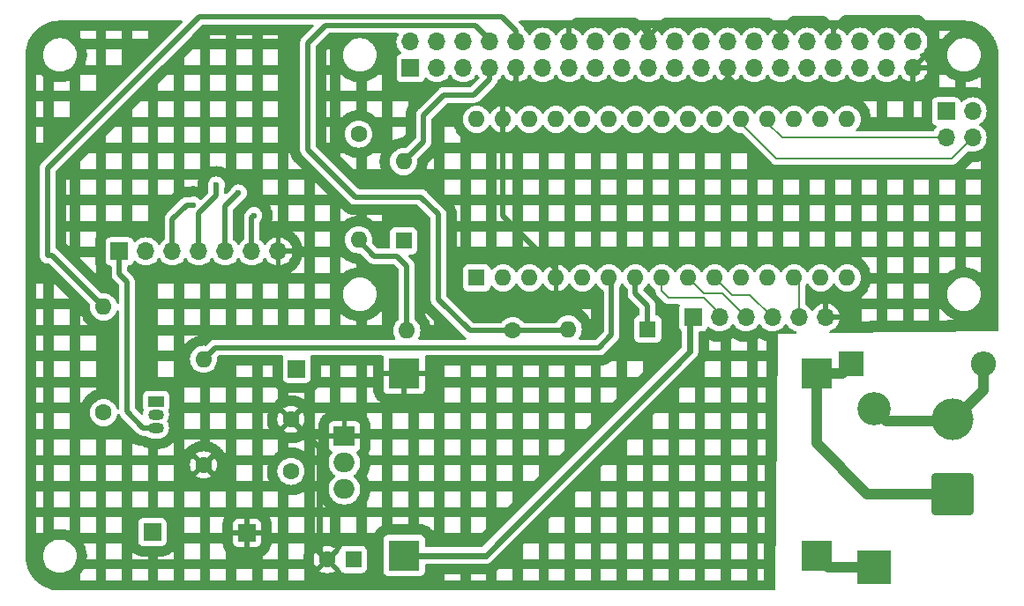
<source format=gbr>
G04 #@! TF.GenerationSoftware,KiCad,Pcbnew,7.0.11+dfsg-1build4*
G04 #@! TF.CreationDate,2025-04-03T15:14:43-04:00*
G04 #@! TF.ProjectId,trackteur_arduino_V1,74726163-6b74-4657-9572-5f6172647569,rev?*
G04 #@! TF.SameCoordinates,Original*
G04 #@! TF.FileFunction,Copper,L2,Bot*
G04 #@! TF.FilePolarity,Positive*
%FSLAX46Y46*%
G04 Gerber Fmt 4.6, Leading zero omitted, Abs format (unit mm)*
G04 Created by KiCad (PCBNEW 7.0.11+dfsg-1build4) date 2025-04-03 15:14:43*
%MOMM*%
%LPD*%
G01*
G04 APERTURE LIST*
G04 Aperture macros list*
%AMRoundRect*
0 Rectangle with rounded corners*
0 $1 Rounding radius*
0 $2 $3 $4 $5 $6 $7 $8 $9 X,Y pos of 4 corners*
0 Add a 4 corners polygon primitive as box body*
4,1,4,$2,$3,$4,$5,$6,$7,$8,$9,$2,$3,0*
0 Add four circle primitives for the rounded corners*
1,1,$1+$1,$2,$3*
1,1,$1+$1,$4,$5*
1,1,$1+$1,$6,$7*
1,1,$1+$1,$8,$9*
0 Add four rect primitives between the rounded corners*
20,1,$1+$1,$2,$3,$4,$5,0*
20,1,$1+$1,$4,$5,$6,$7,0*
20,1,$1+$1,$6,$7,$8,$9,0*
20,1,$1+$1,$8,$9,$2,$3,0*%
G04 Aperture macros list end*
G04 #@! TA.AperFunction,ComponentPad*
%ADD10R,1.700000X1.700000*%
G04 #@! TD*
G04 #@! TA.AperFunction,ComponentPad*
%ADD11R,1.600000X1.600000*%
G04 #@! TD*
G04 #@! TA.AperFunction,ComponentPad*
%ADD12O,1.600000X1.600000*%
G04 #@! TD*
G04 #@! TA.AperFunction,ComponentPad*
%ADD13R,2.000000X1.905000*%
G04 #@! TD*
G04 #@! TA.AperFunction,ComponentPad*
%ADD14O,2.000000X1.905000*%
G04 #@! TD*
G04 #@! TA.AperFunction,ComponentPad*
%ADD15R,3.200000X3.200000*%
G04 #@! TD*
G04 #@! TA.AperFunction,ComponentPad*
%ADD16O,3.200000X3.200000*%
G04 #@! TD*
G04 #@! TA.AperFunction,ComponentPad*
%ADD17C,1.600000*%
G04 #@! TD*
G04 #@! TA.AperFunction,ComponentPad*
%ADD18R,2.400000X2.400000*%
G04 #@! TD*
G04 #@! TA.AperFunction,ComponentPad*
%ADD19O,2.400000X2.400000*%
G04 #@! TD*
G04 #@! TA.AperFunction,ComponentPad*
%ADD20RoundRect,0.250000X1.750000X-1.750000X1.750000X1.750000X-1.750000X1.750000X-1.750000X-1.750000X0*%
G04 #@! TD*
G04 #@! TA.AperFunction,ComponentPad*
%ADD21C,4.000000*%
G04 #@! TD*
G04 #@! TA.AperFunction,ComponentPad*
%ADD22O,1.700000X1.700000*%
G04 #@! TD*
G04 #@! TA.AperFunction,ComponentPad*
%ADD23R,1.500000X1.050000*%
G04 #@! TD*
G04 #@! TA.AperFunction,ComponentPad*
%ADD24O,1.500000X1.050000*%
G04 #@! TD*
G04 #@! TA.AperFunction,ComponentPad*
%ADD25R,3.000000X3.000000*%
G04 #@! TD*
G04 #@! TA.AperFunction,ViaPad*
%ADD26C,0.600000*%
G04 #@! TD*
G04 #@! TA.AperFunction,Conductor*
%ADD27C,0.500000*%
G04 #@! TD*
G04 #@! TA.AperFunction,Conductor*
%ADD28C,0.600000*%
G04 #@! TD*
G04 #@! TA.AperFunction,Conductor*
%ADD29C,1.000000*%
G04 #@! TD*
G04 #@! TA.AperFunction,Conductor*
%ADD30C,0.200000*%
G04 #@! TD*
G04 APERTURE END LIST*
D10*
X176072800Y-90576400D03*
D11*
X191109600Y-62484000D03*
D12*
X191109600Y-54864000D03*
D10*
X180848000Y-74777600D03*
D13*
X185420000Y-81280000D03*
D14*
X185420000Y-83820000D03*
X185420000Y-86360000D03*
D15*
X236270800Y-93878400D03*
D16*
X236270800Y-78638400D03*
D17*
X162306000Y-78994000D03*
D12*
X162306000Y-68834000D03*
D11*
X214528400Y-70967600D03*
D12*
X206908400Y-70967600D03*
D18*
X234086400Y-74320400D03*
D19*
X246786400Y-74320400D03*
D20*
X243840000Y-86812000D03*
D21*
X243840000Y-79612000D03*
D10*
X218897200Y-69850000D03*
D22*
X221437200Y-69850000D03*
X223977200Y-69850000D03*
X226517200Y-69850000D03*
X229057200Y-69850000D03*
X231597200Y-69850000D03*
D11*
X186269513Y-93116400D03*
D17*
X183769513Y-93116400D03*
X171907200Y-84023200D03*
D12*
X171907200Y-73863200D03*
D23*
X167330800Y-77927200D03*
D24*
X167330800Y-79197200D03*
X167330800Y-80467200D03*
D10*
X163830000Y-63500000D03*
D22*
X166370000Y-63500000D03*
X168910000Y-63500000D03*
X171450000Y-63500000D03*
X173990000Y-63500000D03*
X176530000Y-63500000D03*
X179070000Y-63500000D03*
D10*
X166979600Y-90474800D03*
D17*
X186791600Y-52222400D03*
D12*
X186791600Y-62382400D03*
D17*
X180289200Y-84643600D03*
X180289200Y-79643600D03*
D25*
X230720000Y-92720000D03*
X191170000Y-92720000D03*
X230720000Y-75220000D03*
X191170000Y-75220000D03*
D10*
X191770000Y-45890000D03*
D22*
X191770000Y-43350000D03*
X194310000Y-45890000D03*
X194310000Y-43350000D03*
X196850000Y-45890000D03*
X196850000Y-43350000D03*
X199390000Y-45890000D03*
X199390000Y-43350000D03*
X201930000Y-45890000D03*
X201930000Y-43350000D03*
X204470000Y-45890000D03*
X204470000Y-43350000D03*
X207010000Y-45890000D03*
X207010000Y-43350000D03*
X209550000Y-45890000D03*
X209550000Y-43350000D03*
X212090000Y-45890000D03*
X212090000Y-43350000D03*
X214630000Y-45890000D03*
X214630000Y-43350000D03*
X217170000Y-45890000D03*
X217170000Y-43350000D03*
X219710000Y-45890000D03*
X219710000Y-43350000D03*
X222250000Y-45890000D03*
X222250000Y-43350000D03*
X224790000Y-45890000D03*
X224790000Y-43350000D03*
X227330000Y-45890000D03*
X227330000Y-43350000D03*
X229870000Y-45890000D03*
X229870000Y-43350000D03*
X232410000Y-45890000D03*
X232410000Y-43350000D03*
X234950000Y-45890000D03*
X234950000Y-43350000D03*
X237490000Y-45890000D03*
X237490000Y-43350000D03*
X240030000Y-45890000D03*
X240030000Y-43350000D03*
D10*
X243179600Y-50038000D03*
D22*
X245719600Y-50038000D03*
X243179600Y-52578000D03*
X245719600Y-52578000D03*
D17*
X201574400Y-71120000D03*
D12*
X191414400Y-71120000D03*
D11*
X198120000Y-66040000D03*
D12*
X200660000Y-66040000D03*
X203200000Y-66040000D03*
X205740000Y-66040000D03*
X208280000Y-66040000D03*
X210820000Y-66040000D03*
X213360000Y-66040000D03*
X215900000Y-66040000D03*
X218440000Y-66040000D03*
X220980000Y-66040000D03*
X223520000Y-66040000D03*
X226060000Y-66040000D03*
X228600000Y-66040000D03*
X231140000Y-66040000D03*
X233680000Y-66040000D03*
X233680000Y-50800000D03*
X231140000Y-50800000D03*
X228600000Y-50800000D03*
X226060000Y-50800000D03*
X223520000Y-50800000D03*
X220980000Y-50800000D03*
X218440000Y-50800000D03*
X215900000Y-50800000D03*
X213360000Y-50800000D03*
X210820000Y-50800000D03*
X208280000Y-50800000D03*
X205740000Y-50800000D03*
X203200000Y-50800000D03*
X200660000Y-50800000D03*
X198120000Y-50800000D03*
D26*
X176733200Y-60045600D03*
X170891200Y-59029600D03*
X175260000Y-57861200D03*
X173126400Y-57099200D03*
D27*
X201930000Y-45890000D02*
X201930000Y-47244000D01*
X222250000Y-45890000D02*
X222250000Y-46736000D01*
X205740000Y-66040000D02*
X205740000Y-65176400D01*
X205740000Y-65176400D02*
X200660000Y-60096400D01*
D28*
X182981600Y-92328487D02*
X183769513Y-93116400D01*
D27*
X200660000Y-48361600D02*
X200660000Y-50800000D01*
X222250000Y-46837600D02*
X222250000Y-45890000D01*
X228498400Y-41097200D02*
X231444800Y-41097200D01*
X240588800Y-41046400D02*
X241706400Y-42164000D01*
X200660000Y-60096400D02*
X200660000Y-50800000D01*
X227330000Y-42367200D02*
X227330000Y-43350000D01*
X207010000Y-41910000D02*
X207619600Y-41300400D01*
X239115600Y-48107600D02*
X240030000Y-47193200D01*
X231444800Y-41097200D02*
X232410000Y-42062400D01*
X213309200Y-41300400D02*
X214630000Y-42621200D01*
D28*
X180289200Y-79643600D02*
X180289200Y-79552800D01*
D27*
X207010000Y-43350000D02*
X207010000Y-41910000D01*
X214630000Y-42621200D02*
X214630000Y-43350000D01*
X227330000Y-42265600D02*
X228498400Y-41097200D01*
X232410000Y-43350000D02*
X232410000Y-42113200D01*
X240030000Y-47193200D02*
X240030000Y-45890000D01*
X241757200Y-42164000D02*
X241757200Y-44162800D01*
X216204800Y-41249600D02*
X226212400Y-41249600D01*
X214630000Y-42824400D02*
X216204800Y-41249600D01*
D28*
X180289200Y-79643600D02*
X182981600Y-82336000D01*
X182981600Y-82336000D02*
X182981600Y-92328487D01*
D27*
X220980000Y-48107600D02*
X222250000Y-46837600D01*
X202793600Y-48107600D02*
X220980000Y-48107600D01*
X227330000Y-43350000D02*
X227330000Y-42265600D01*
X214630000Y-43350000D02*
X214630000Y-42824400D01*
X241706400Y-42164000D02*
X241757200Y-42164000D01*
X207619600Y-41300400D02*
X213309200Y-41300400D01*
X241757200Y-44162800D02*
X240030000Y-45890000D01*
X232410000Y-42113200D02*
X233476800Y-41046400D01*
X232410000Y-42062400D02*
X232410000Y-43350000D01*
X226212400Y-41249600D02*
X227330000Y-42367200D01*
X233476800Y-41046400D02*
X240588800Y-41046400D01*
X222250000Y-46736000D02*
X223621600Y-48107600D01*
X223621600Y-48107600D02*
X239115600Y-48107600D01*
X201930000Y-47091600D02*
X200660000Y-48361600D01*
X201930000Y-47244000D02*
X202793600Y-48107600D01*
X207010000Y-43350000D02*
X207010000Y-42773600D01*
D28*
X180289200Y-79552800D02*
X180340000Y-79502000D01*
D27*
X201930000Y-45890000D02*
X201930000Y-47091600D01*
X194970400Y-48463200D02*
X197866000Y-48463200D01*
X193040000Y-50393600D02*
X194970400Y-48463200D01*
X193040000Y-52933600D02*
X193040000Y-50393600D01*
X197866000Y-48463200D02*
X199390000Y-46939200D01*
X191109600Y-54864000D02*
X193040000Y-52933600D01*
X199390000Y-46939200D02*
X199390000Y-45890000D01*
X173024800Y-72745600D02*
X209854800Y-72745600D01*
X211074000Y-71526400D02*
X211074000Y-66294000D01*
X211074000Y-66294000D02*
X210820000Y-66040000D01*
X209854800Y-72745600D02*
X211074000Y-71526400D01*
X171907200Y-73863200D02*
X173024800Y-72745600D01*
X213360000Y-67564000D02*
X213360000Y-66040000D01*
X214528400Y-68732400D02*
X213360000Y-67564000D01*
X214528400Y-70967600D02*
X214528400Y-68732400D01*
X176530000Y-60248800D02*
X176530000Y-63500000D01*
X176733200Y-60045600D02*
X176530000Y-60248800D01*
X170891200Y-59029600D02*
X170281600Y-59029600D01*
X170281600Y-59029600D02*
X168910000Y-60401200D01*
X168910000Y-60401200D02*
X168910000Y-63500000D01*
X173990000Y-59131200D02*
X173990000Y-63500000D01*
X175260000Y-57861200D02*
X173990000Y-59131200D01*
X171450000Y-59842400D02*
X171450000Y-63500000D01*
X173126400Y-58166000D02*
X171450000Y-59842400D01*
X173126400Y-57099200D02*
X173126400Y-58166000D01*
D28*
X191170000Y-92720000D02*
X198973600Y-92720000D01*
D27*
X166116000Y-80467200D02*
X164541200Y-78892400D01*
D28*
X218592400Y-70154800D02*
X218897200Y-69850000D01*
X198973600Y-92720000D02*
X218592400Y-73101200D01*
X218592400Y-73101200D02*
X218592400Y-70154800D01*
D27*
X167330800Y-80467200D02*
X166116000Y-80467200D01*
X164541200Y-78892400D02*
X164541200Y-66395600D01*
X164541200Y-66395600D02*
X163830000Y-65684400D01*
X163830000Y-65684400D02*
X163830000Y-63500000D01*
D29*
X231878400Y-93878400D02*
X230720000Y-92720000D01*
X236270800Y-93878400D02*
X231878400Y-93878400D01*
X237444400Y-79812000D02*
X236270800Y-78638400D01*
X243840000Y-79812000D02*
X237444400Y-79812000D01*
X246786400Y-76865600D02*
X243840000Y-79812000D01*
X246786400Y-74320400D02*
X246786400Y-76865600D01*
X243840000Y-86812000D02*
X235605200Y-86812000D01*
X230720000Y-75220000D02*
X233186800Y-75220000D01*
X233186800Y-75220000D02*
X234086400Y-74320400D01*
X235605200Y-86812000D02*
X230720000Y-81926800D01*
X230720000Y-81926800D02*
X230720000Y-75220000D01*
D27*
X197459600Y-71120000D02*
X201574400Y-71120000D01*
X201574400Y-71120000D02*
X206756000Y-71120000D01*
X206756000Y-71120000D02*
X206908400Y-70967600D01*
X194462400Y-59944000D02*
X194462400Y-68122800D01*
X186486800Y-58267600D02*
X192786000Y-58267600D01*
X192786000Y-58267600D02*
X194462400Y-59944000D01*
X199390000Y-43350000D02*
X199390000Y-43180000D01*
X197967600Y-41757600D02*
X183642000Y-41757600D01*
X181914800Y-43484800D02*
X181914800Y-53695600D01*
X181914800Y-53695600D02*
X186486800Y-58267600D01*
X183642000Y-41757600D02*
X181914800Y-43484800D01*
X199390000Y-43180000D02*
X197967600Y-41757600D01*
X194462400Y-68122800D02*
X197459600Y-71120000D01*
X186791600Y-62484000D02*
X186791600Y-62382400D01*
X191414400Y-64871600D02*
X190500000Y-63957200D01*
X190500000Y-63957200D02*
X188264800Y-63957200D01*
X191414400Y-71120000D02*
X191414400Y-64871600D01*
X188264800Y-63957200D02*
X186791600Y-62484000D01*
X162306000Y-68834000D02*
X157378400Y-63906400D01*
X156921200Y-63906400D02*
X156921200Y-55519600D01*
X200553600Y-40940000D02*
X201930000Y-42316400D01*
X157378400Y-63906400D02*
X156921200Y-63906400D01*
X156921200Y-55519600D02*
X171500800Y-40940000D01*
X171500800Y-40940000D02*
X200553600Y-40940000D01*
X201930000Y-42316400D02*
X201930000Y-43350000D01*
D30*
X219913200Y-67970400D02*
X216560400Y-67970400D01*
X221437200Y-69494400D02*
X219913200Y-67970400D01*
X216560400Y-67970400D02*
X215900000Y-67310000D01*
X215900000Y-67310000D02*
X215900000Y-66040000D01*
X221437200Y-69850000D02*
X221437200Y-69494400D01*
X221691200Y-67564000D02*
X219964000Y-67564000D01*
X219964000Y-67564000D02*
X218440000Y-66040000D01*
X223977200Y-69850000D02*
X221691200Y-67564000D01*
X224332800Y-67665600D02*
X222605600Y-67665600D01*
X226517200Y-69850000D02*
X224332800Y-67665600D01*
X222605600Y-67665600D02*
X220980000Y-66040000D01*
X229057200Y-66497200D02*
X228600000Y-66040000D01*
X229057200Y-69850000D02*
X229057200Y-66497200D01*
X227431600Y-52578000D02*
X243179600Y-52578000D01*
X226060000Y-51206400D02*
X227431600Y-52578000D01*
X226060000Y-50800000D02*
X226060000Y-51206400D01*
X243738400Y-54559200D02*
X245719600Y-52578000D01*
X223520000Y-50800000D02*
X223520000Y-51206400D01*
X226872800Y-54559200D02*
X243738400Y-54559200D01*
X223520000Y-51206400D02*
X226872800Y-54559200D01*
G04 #@! TA.AperFunction,Conductor*
G36*
X169826609Y-41340185D02*
G01*
X169872364Y-41392989D01*
X169882308Y-41462147D01*
X169853283Y-41525703D01*
X169847251Y-41532181D01*
X156435558Y-54943872D01*
X156421929Y-54955651D01*
X156402669Y-54969990D01*
X156370832Y-55007931D01*
X156363546Y-55015884D01*
X156359607Y-55019824D01*
X156340376Y-55044145D01*
X156338102Y-55046937D01*
X156289894Y-55104390D01*
X156285929Y-55110419D01*
X156285882Y-55110388D01*
X156281830Y-55116747D01*
X156281879Y-55116777D01*
X156278089Y-55122921D01*
X156246392Y-55190894D01*
X156244823Y-55194136D01*
X156211157Y-55261172D01*
X156208688Y-55267957D01*
X156208632Y-55267936D01*
X156206160Y-55275050D01*
X156206215Y-55275069D01*
X156203943Y-55281925D01*
X156188773Y-55355388D01*
X156187993Y-55358904D01*
X156170699Y-55431879D01*
X156169861Y-55439054D01*
X156169801Y-55439047D01*
X156169035Y-55446545D01*
X156169095Y-55446551D01*
X156168465Y-55453740D01*
X156170648Y-55528728D01*
X156170700Y-55532335D01*
X156170700Y-63880954D01*
X156170490Y-63888164D01*
X156166868Y-63950333D01*
X156166869Y-63950335D01*
X156177682Y-64011663D01*
X156178727Y-64018796D01*
X156185957Y-64080649D01*
X156185961Y-64080664D01*
X156189794Y-64091195D01*
X156195386Y-64112064D01*
X156197333Y-64123108D01*
X156197334Y-64123110D01*
X156200049Y-64129403D01*
X156222001Y-64180296D01*
X156224659Y-64186985D01*
X156245962Y-64245516D01*
X156252124Y-64254884D01*
X156262379Y-64273904D01*
X156266820Y-64284199D01*
X156266824Y-64284206D01*
X156304014Y-64334160D01*
X156308140Y-64340052D01*
X156342370Y-64392096D01*
X156350530Y-64399795D01*
X156364890Y-64415931D01*
X156371590Y-64424930D01*
X156419302Y-64464965D01*
X156424691Y-64469762D01*
X156469978Y-64512490D01*
X156469980Y-64512490D01*
X156469982Y-64512492D01*
X156474129Y-64514886D01*
X156479689Y-64518096D01*
X156497395Y-64530494D01*
X156505986Y-64537702D01*
X156505987Y-64537702D01*
X156505989Y-64537704D01*
X156561638Y-64565651D01*
X156567964Y-64569061D01*
X156621919Y-64600212D01*
X156632663Y-64603428D01*
X156652744Y-64611406D01*
X156662767Y-64616440D01*
X156673931Y-64619086D01*
X156723374Y-64630805D01*
X156730336Y-64632670D01*
X156789990Y-64650530D01*
X156801178Y-64651181D01*
X156822572Y-64654314D01*
X156833479Y-64656900D01*
X156895755Y-64656900D01*
X156902964Y-64657109D01*
X156965135Y-64660731D01*
X156976177Y-64658784D01*
X156997709Y-64656900D01*
X157016170Y-64656900D01*
X157083209Y-64676585D01*
X157103851Y-64693219D01*
X160979282Y-68568650D01*
X161012767Y-68629973D01*
X161015129Y-68667137D01*
X161000532Y-68833996D01*
X161000532Y-68834001D01*
X161020364Y-69060686D01*
X161020366Y-69060697D01*
X161079258Y-69280488D01*
X161079261Y-69280497D01*
X161175431Y-69486732D01*
X161175432Y-69486734D01*
X161305954Y-69673141D01*
X161466858Y-69834045D01*
X161467822Y-69834720D01*
X161653266Y-69964568D01*
X161859504Y-70060739D01*
X162079308Y-70119635D01*
X162241230Y-70133801D01*
X162305998Y-70139468D01*
X162306000Y-70139468D01*
X162306002Y-70139468D01*
X162362673Y-70134509D01*
X162532692Y-70119635D01*
X162752496Y-70060739D01*
X162958734Y-69964568D01*
X163145139Y-69834047D01*
X163306047Y-69673139D01*
X163436568Y-69486734D01*
X163532739Y-69280496D01*
X163546925Y-69227553D01*
X163583290Y-69167893D01*
X163646136Y-69137363D01*
X163715512Y-69145657D01*
X163769390Y-69190142D01*
X163790665Y-69256694D01*
X163790700Y-69259646D01*
X163790700Y-78568353D01*
X163771015Y-78635392D01*
X163718211Y-78681147D01*
X163649053Y-78691091D01*
X163585497Y-78662066D01*
X163547723Y-78603288D01*
X163546925Y-78600446D01*
X163532741Y-78547511D01*
X163532738Y-78547502D01*
X163510617Y-78500064D01*
X163436568Y-78341266D01*
X163306047Y-78154861D01*
X163306045Y-78154858D01*
X163145141Y-77993954D01*
X162958734Y-77863432D01*
X162958732Y-77863431D01*
X162752497Y-77767261D01*
X162752488Y-77767258D01*
X162532697Y-77708366D01*
X162532693Y-77708365D01*
X162532692Y-77708365D01*
X162532691Y-77708364D01*
X162532686Y-77708364D01*
X162306002Y-77688532D01*
X162305998Y-77688532D01*
X162079313Y-77708364D01*
X162079302Y-77708366D01*
X161859511Y-77767258D01*
X161859502Y-77767261D01*
X161653267Y-77863431D01*
X161653265Y-77863432D01*
X161466858Y-77993954D01*
X161305954Y-78154858D01*
X161175432Y-78341265D01*
X161175431Y-78341267D01*
X161079261Y-78547502D01*
X161079258Y-78547511D01*
X161020366Y-78767302D01*
X161020364Y-78767313D01*
X161000532Y-78993998D01*
X161000532Y-78994001D01*
X161020364Y-79220686D01*
X161020366Y-79220697D01*
X161079258Y-79440488D01*
X161079261Y-79440497D01*
X161175431Y-79646732D01*
X161175432Y-79646734D01*
X161305954Y-79833141D01*
X161466858Y-79994045D01*
X161513693Y-80026839D01*
X161653266Y-80124568D01*
X161859504Y-80220739D01*
X162079308Y-80279635D01*
X162241230Y-80293801D01*
X162305998Y-80299468D01*
X162306000Y-80299468D01*
X162306002Y-80299468D01*
X162362673Y-80294509D01*
X162532692Y-80279635D01*
X162752496Y-80220739D01*
X162958734Y-80124568D01*
X163145139Y-79994047D01*
X163306047Y-79833139D01*
X163436568Y-79646734D01*
X163532739Y-79440496D01*
X163591635Y-79220692D01*
X163595215Y-79179766D01*
X163620667Y-79114700D01*
X163677257Y-79073721D01*
X163747019Y-79069842D01*
X163807804Y-79104295D01*
X163836449Y-79151570D01*
X163856385Y-79211731D01*
X163859436Y-79218274D01*
X163859382Y-79218298D01*
X163862670Y-79225088D01*
X163862721Y-79225063D01*
X163865961Y-79231514D01*
X163907179Y-79294184D01*
X163909089Y-79297182D01*
X163920672Y-79315959D01*
X163948489Y-79361058D01*
X163952966Y-79366719D01*
X163952919Y-79366756D01*
X163957682Y-79372602D01*
X163957728Y-79372564D01*
X163962373Y-79378099D01*
X164016908Y-79429550D01*
X164019496Y-79432064D01*
X165540267Y-80952834D01*
X165552048Y-80966466D01*
X165566390Y-80985730D01*
X165604343Y-81017576D01*
X165612319Y-81024886D01*
X165616220Y-81028788D01*
X165640543Y-81048020D01*
X165643304Y-81050269D01*
X165680302Y-81081314D01*
X165700789Y-81098505D01*
X165706818Y-81102470D01*
X165706785Y-81102519D01*
X165713143Y-81106569D01*
X165713175Y-81106519D01*
X165719317Y-81110307D01*
X165719319Y-81110308D01*
X165719323Y-81110311D01*
X165787315Y-81142016D01*
X165790560Y-81143588D01*
X165837271Y-81167047D01*
X165857567Y-81177240D01*
X165857569Y-81177240D01*
X165864361Y-81179713D01*
X165864340Y-81179770D01*
X165871455Y-81182243D01*
X165871475Y-81182186D01*
X165878323Y-81184454D01*
X165878328Y-81184457D01*
X165951852Y-81199637D01*
X165955286Y-81200399D01*
X166000563Y-81211131D01*
X166028274Y-81217699D01*
X166028275Y-81217699D01*
X166028279Y-81217700D01*
X166028283Y-81217700D01*
X166035452Y-81218538D01*
X166035444Y-81218597D01*
X166042945Y-81219364D01*
X166042951Y-81219305D01*
X166050140Y-81219934D01*
X166050144Y-81219933D01*
X166050145Y-81219934D01*
X166125131Y-81217752D01*
X166128738Y-81217700D01*
X166359413Y-81217700D01*
X166426452Y-81237385D01*
X166438078Y-81245847D01*
X166533306Y-81323998D01*
X166533309Y-81323999D01*
X166533311Y-81324001D01*
X166711454Y-81419221D01*
X166711456Y-81419221D01*
X166711459Y-81419223D01*
X166904767Y-81477862D01*
X167055420Y-81492700D01*
X167055423Y-81492700D01*
X167606177Y-81492700D01*
X167606180Y-81492700D01*
X167756833Y-81477862D01*
X167950141Y-81419223D01*
X168128294Y-81323998D01*
X168284447Y-81195847D01*
X168412598Y-81039694D01*
X168507823Y-80861541D01*
X168566462Y-80668233D01*
X168586262Y-80467200D01*
X168566462Y-80266167D01*
X168507823Y-80072859D01*
X168412598Y-79894706D01*
X168412594Y-79894702D01*
X168410431Y-79890654D01*
X168396189Y-79822251D01*
X168410431Y-79773746D01*
X168412594Y-79769698D01*
X168412598Y-79769694D01*
X168507823Y-79591541D01*
X168566462Y-79398233D01*
X168586262Y-79197200D01*
X168573586Y-79068500D01*
X170048500Y-79068500D01*
X170048500Y-80570500D01*
X171550500Y-80570500D01*
X171550500Y-79068500D01*
X172548500Y-79068500D01*
X172548500Y-80570500D01*
X174050500Y-80570500D01*
X174050500Y-79068500D01*
X175048500Y-79068500D01*
X175048500Y-80570500D01*
X176550500Y-80570500D01*
X176550500Y-79068500D01*
X177548500Y-79068500D01*
X177548500Y-80570500D01*
X178185858Y-80570500D01*
X178149238Y-80491967D01*
X178147061Y-80487020D01*
X178134542Y-80456800D01*
X178132581Y-80451758D01*
X178117682Y-80410828D01*
X178115942Y-80405704D01*
X178106093Y-80374470D01*
X178104578Y-80369273D01*
X178034427Y-80107466D01*
X178033141Y-80102210D01*
X178026056Y-80070251D01*
X178025000Y-80064943D01*
X178017437Y-80022047D01*
X178016615Y-80016701D01*
X178012344Y-79984256D01*
X178011755Y-79978879D01*
X177988134Y-79708885D01*
X177987780Y-79703488D01*
X177986352Y-79670789D01*
X177986234Y-79665379D01*
X177986234Y-79643602D01*
X178984234Y-79643602D01*
X179004058Y-79870199D01*
X179004060Y-79870210D01*
X179062930Y-80089917D01*
X179062935Y-80089931D01*
X179159063Y-80296078D01*
X179210174Y-80369072D01*
X179891246Y-79688000D01*
X179904035Y-79768748D01*
X179961559Y-79881645D01*
X180051155Y-79971241D01*
X180164052Y-80028765D01*
X180244799Y-80041553D01*
X179563726Y-80722625D01*
X179636713Y-80773732D01*
X179636721Y-80773736D01*
X179842868Y-80869864D01*
X179842882Y-80869869D01*
X180062589Y-80928739D01*
X180062600Y-80928741D01*
X180289198Y-80948566D01*
X180289202Y-80948566D01*
X180515799Y-80928741D01*
X180515810Y-80928739D01*
X180735517Y-80869869D01*
X180735531Y-80869864D01*
X180941678Y-80773736D01*
X181014671Y-80722624D01*
X180333600Y-80041553D01*
X180414348Y-80028765D01*
X180527245Y-79971241D01*
X180616841Y-79881645D01*
X180674365Y-79768748D01*
X180687153Y-79688000D01*
X181368224Y-80369071D01*
X181419336Y-80296078D01*
X181515464Y-80089931D01*
X181515469Y-80089917D01*
X181574339Y-79870210D01*
X181574341Y-79870199D01*
X181594166Y-79643602D01*
X181594166Y-79643597D01*
X181574341Y-79417000D01*
X181574339Y-79416989D01*
X181515469Y-79197282D01*
X181515464Y-79197268D01*
X181455418Y-79068500D01*
X182548500Y-79068500D01*
X182548500Y-79199609D01*
X182552344Y-79216949D01*
X182553400Y-79222257D01*
X182560963Y-79265153D01*
X182561785Y-79270499D01*
X182566056Y-79302944D01*
X182566645Y-79308321D01*
X182590266Y-79578315D01*
X182590620Y-79583712D01*
X182592048Y-79616411D01*
X182592166Y-79621821D01*
X182592166Y-79665379D01*
X182592048Y-79670789D01*
X182590620Y-79703488D01*
X182590266Y-79708885D01*
X182566645Y-79978879D01*
X182566056Y-79984256D01*
X182561785Y-80016701D01*
X182560963Y-80022047D01*
X182553400Y-80064943D01*
X182552344Y-80070252D01*
X182548500Y-80087591D01*
X182548500Y-80570500D01*
X182922000Y-80570500D01*
X182922000Y-80266323D01*
X182922044Y-80263009D01*
X182922580Y-80242961D01*
X182922713Y-80239645D01*
X182924142Y-80212958D01*
X182924364Y-80209644D01*
X182925977Y-80189595D01*
X182926289Y-80186283D01*
X182937455Y-80082431D01*
X182938522Y-80074762D01*
X182946428Y-80028584D01*
X182947972Y-80020999D01*
X182962315Y-79960288D01*
X182964332Y-79952805D01*
X182977942Y-79907936D01*
X182980421Y-79900596D01*
X183054030Y-79703239D01*
X183057419Y-79695059D01*
X183079677Y-79646323D01*
X183083638Y-79638409D01*
X183117815Y-79575819D01*
X183122333Y-79568205D01*
X183151297Y-79523138D01*
X183156345Y-79515868D01*
X183285243Y-79343684D01*
X183290796Y-79336793D01*
X183325876Y-79296308D01*
X183331908Y-79289829D01*
X183382329Y-79239408D01*
X183388808Y-79233376D01*
X183429293Y-79198296D01*
X183436184Y-79192743D01*
X183602150Y-79068500D01*
X187548500Y-79068500D01*
X187548500Y-79335980D01*
X187549204Y-79336793D01*
X187554757Y-79343684D01*
X187683655Y-79515868D01*
X187688703Y-79523138D01*
X187717667Y-79568205D01*
X187722185Y-79575819D01*
X187756362Y-79638409D01*
X187760323Y-79646323D01*
X187782581Y-79695059D01*
X187785970Y-79703239D01*
X187859579Y-79900596D01*
X187862058Y-79907936D01*
X187875668Y-79952805D01*
X187877685Y-79960288D01*
X187892028Y-80020999D01*
X187893572Y-80028584D01*
X187901478Y-80074762D01*
X187902545Y-80082431D01*
X187913711Y-80186283D01*
X187914023Y-80189595D01*
X187915636Y-80209644D01*
X187915858Y-80212958D01*
X187917287Y-80239645D01*
X187917420Y-80242961D01*
X187917956Y-80263009D01*
X187918000Y-80266323D01*
X187918000Y-80570500D01*
X189050500Y-80570500D01*
X189050500Y-79068500D01*
X190048500Y-79068500D01*
X190048500Y-80570500D01*
X191550500Y-80570500D01*
X191550500Y-79068500D01*
X192548500Y-79068500D01*
X192548500Y-80570500D01*
X194050500Y-80570500D01*
X194050500Y-79068500D01*
X195048500Y-79068500D01*
X195048500Y-80570500D01*
X196550500Y-80570500D01*
X196550500Y-79068500D01*
X197548500Y-79068500D01*
X197548500Y-80570500D01*
X199050500Y-80570500D01*
X199050500Y-79068500D01*
X200048500Y-79068500D01*
X200048500Y-80570500D01*
X201550500Y-80570500D01*
X201550500Y-79068500D01*
X202548500Y-79068500D01*
X202548500Y-80570500D01*
X204050500Y-80570500D01*
X204050500Y-79068500D01*
X205048500Y-79068500D01*
X205048500Y-80570500D01*
X206550500Y-80570500D01*
X206550500Y-79068500D01*
X207548500Y-79068500D01*
X207548500Y-80570500D01*
X208579638Y-80570500D01*
X209050500Y-80099638D01*
X209050500Y-79068500D01*
X207548500Y-79068500D01*
X206550500Y-79068500D01*
X205048500Y-79068500D01*
X204050500Y-79068500D01*
X202548500Y-79068500D01*
X201550500Y-79068500D01*
X200048500Y-79068500D01*
X199050500Y-79068500D01*
X197548500Y-79068500D01*
X196550500Y-79068500D01*
X195048500Y-79068500D01*
X194050500Y-79068500D01*
X192548500Y-79068500D01*
X191550500Y-79068500D01*
X190048500Y-79068500D01*
X189050500Y-79068500D01*
X187548500Y-79068500D01*
X183602150Y-79068500D01*
X182548500Y-79068500D01*
X181455418Y-79068500D01*
X181419336Y-78991121D01*
X181419332Y-78991113D01*
X181368225Y-78918126D01*
X180687153Y-79599198D01*
X180674365Y-79518452D01*
X180616841Y-79405555D01*
X180527245Y-79315959D01*
X180414348Y-79258435D01*
X180333601Y-79245646D01*
X181014672Y-78564574D01*
X180941678Y-78513463D01*
X180735531Y-78417335D01*
X180735517Y-78417330D01*
X180515810Y-78358460D01*
X180515799Y-78358458D01*
X180289202Y-78338634D01*
X180289198Y-78338634D01*
X180062600Y-78358458D01*
X180062589Y-78358460D01*
X179842882Y-78417330D01*
X179842873Y-78417334D01*
X179636716Y-78513466D01*
X179636712Y-78513468D01*
X179563726Y-78564573D01*
X179563726Y-78564574D01*
X180244799Y-79245646D01*
X180164052Y-79258435D01*
X180051155Y-79315959D01*
X179961559Y-79405555D01*
X179904035Y-79518452D01*
X179891246Y-79599198D01*
X179210174Y-78918126D01*
X179210173Y-78918126D01*
X179159068Y-78991112D01*
X179159066Y-78991116D01*
X179062934Y-79197273D01*
X179062930Y-79197282D01*
X179004060Y-79416989D01*
X179004058Y-79417000D01*
X178984234Y-79643597D01*
X178984234Y-79643602D01*
X177986234Y-79643602D01*
X177986234Y-79621821D01*
X177986352Y-79616411D01*
X177987780Y-79583712D01*
X177988134Y-79578315D01*
X178011755Y-79308321D01*
X178012344Y-79302944D01*
X178016615Y-79270499D01*
X178017437Y-79265153D01*
X178025000Y-79222257D01*
X178026056Y-79216949D01*
X178033141Y-79184990D01*
X178034427Y-79179734D01*
X178064232Y-79068500D01*
X177548500Y-79068500D01*
X176550500Y-79068500D01*
X175048500Y-79068500D01*
X174050500Y-79068500D01*
X172548500Y-79068500D01*
X171550500Y-79068500D01*
X170048500Y-79068500D01*
X168573586Y-79068500D01*
X168566462Y-78996167D01*
X168507823Y-78802859D01*
X168507821Y-78802856D01*
X168507494Y-78801776D01*
X168506870Y-78731909D01*
X168521269Y-78702823D01*
X168520344Y-78702318D01*
X168524593Y-78694535D01*
X168524592Y-78694535D01*
X168524596Y-78694531D01*
X168574891Y-78559683D01*
X168581300Y-78500073D01*
X168581299Y-77354328D01*
X168574891Y-77294717D01*
X168547023Y-77220000D01*
X168524597Y-77159871D01*
X168524593Y-77159864D01*
X168438347Y-77044655D01*
X168438344Y-77044652D01*
X168323135Y-76958406D01*
X168323128Y-76958402D01*
X168188282Y-76908108D01*
X168188283Y-76908108D01*
X168128683Y-76901701D01*
X168128681Y-76901700D01*
X168128673Y-76901700D01*
X168128664Y-76901700D01*
X166532929Y-76901700D01*
X166532923Y-76901701D01*
X166473316Y-76908108D01*
X166338471Y-76958402D01*
X166338464Y-76958406D01*
X166223255Y-77044652D01*
X166223252Y-77044655D01*
X166137006Y-77159864D01*
X166137002Y-77159871D01*
X166086708Y-77294717D01*
X166081750Y-77340838D01*
X166080301Y-77354323D01*
X166080300Y-77354335D01*
X166080300Y-78500070D01*
X166080301Y-78500076D01*
X166086708Y-78559683D01*
X166137002Y-78694528D01*
X166141254Y-78702314D01*
X166139178Y-78703447D01*
X166159129Y-78756930D01*
X166154106Y-78801775D01*
X166095137Y-78996167D01*
X166085975Y-79089197D01*
X166059814Y-79153984D01*
X166002779Y-79194342D01*
X165932979Y-79197459D01*
X165874891Y-79164723D01*
X165328019Y-78617851D01*
X165294534Y-78556528D01*
X165291700Y-78530170D01*
X165291700Y-76568500D01*
X170048500Y-76568500D01*
X170048500Y-78070500D01*
X171550500Y-78070500D01*
X171550500Y-76568500D01*
X172548500Y-76568500D01*
X172548500Y-78070500D01*
X174050500Y-78070500D01*
X174050500Y-76568500D01*
X175048500Y-76568500D01*
X175048500Y-78070500D01*
X176550500Y-78070500D01*
X176550500Y-76568500D01*
X177548500Y-76568500D01*
X177548500Y-78070500D01*
X178656666Y-78070500D01*
X182548500Y-78070500D01*
X184050500Y-78070500D01*
X184050500Y-76568500D01*
X185048500Y-76568500D01*
X185048500Y-78070500D01*
X186550500Y-78070500D01*
X186550500Y-76568500D01*
X187548500Y-76568500D01*
X187548500Y-78070500D01*
X189011107Y-78070500D01*
X188988823Y-78060323D01*
X188980909Y-78056362D01*
X188918319Y-78022185D01*
X188910705Y-78017667D01*
X188865638Y-77988703D01*
X188858368Y-77983655D01*
X188686184Y-77854757D01*
X188679293Y-77849204D01*
X188638808Y-77814124D01*
X188632329Y-77808092D01*
X188581908Y-77757671D01*
X188575876Y-77751192D01*
X188540796Y-77710707D01*
X188535243Y-77703816D01*
X188406345Y-77531632D01*
X188401297Y-77524362D01*
X188372333Y-77479295D01*
X188367815Y-77471681D01*
X188333638Y-77409091D01*
X188329677Y-77401177D01*
X188307419Y-77352441D01*
X188304030Y-77344261D01*
X188230421Y-77146904D01*
X188227942Y-77139564D01*
X188214332Y-77094695D01*
X188212315Y-77087212D01*
X188197972Y-77026501D01*
X188196428Y-77018916D01*
X188188522Y-76972738D01*
X188187455Y-76965069D01*
X188176289Y-76861217D01*
X188175977Y-76857905D01*
X188174364Y-76837856D01*
X188174142Y-76834542D01*
X188172713Y-76807855D01*
X188172580Y-76804539D01*
X188172044Y-76784491D01*
X188172000Y-76781177D01*
X188172000Y-76568500D01*
X187548500Y-76568500D01*
X186550500Y-76568500D01*
X185048500Y-76568500D01*
X184050500Y-76568500D01*
X182865508Y-76568500D01*
X182833114Y-76611773D01*
X182827561Y-76618664D01*
X182792481Y-76659149D01*
X182786449Y-76665628D01*
X182736028Y-76716049D01*
X182729549Y-76722081D01*
X182689064Y-76757161D01*
X182682173Y-76762714D01*
X182548500Y-76862782D01*
X182548500Y-78070500D01*
X178656666Y-78070500D01*
X178694345Y-78048745D01*
X178771469Y-77915166D01*
X178807733Y-77875592D01*
X179050500Y-77705605D01*
X179050500Y-77126099D01*
X180048500Y-77126099D01*
X180048500Y-77357880D01*
X180223915Y-77342534D01*
X180229312Y-77342180D01*
X180262011Y-77340752D01*
X180267421Y-77340634D01*
X180310979Y-77340634D01*
X180316389Y-77340752D01*
X180349088Y-77342180D01*
X180354485Y-77342534D01*
X180624479Y-77366155D01*
X180629856Y-77366744D01*
X180662301Y-77371015D01*
X180667647Y-77371837D01*
X180710543Y-77379400D01*
X180715851Y-77380456D01*
X180747810Y-77387541D01*
X180753066Y-77388827D01*
X181014873Y-77458978D01*
X181020070Y-77460493D01*
X181051304Y-77470342D01*
X181056428Y-77472082D01*
X181097358Y-77486981D01*
X181102400Y-77488942D01*
X181132620Y-77501461D01*
X181137567Y-77503638D01*
X181383196Y-77618176D01*
X181388048Y-77620568D01*
X181417086Y-77635684D01*
X181421833Y-77638288D01*
X181459555Y-77660068D01*
X181464178Y-77662874D01*
X181491779Y-77680458D01*
X181496277Y-77683463D01*
X181550500Y-77721430D01*
X181550500Y-77126099D01*
X180048500Y-77126099D01*
X179050500Y-77126099D01*
X179050500Y-76790167D01*
X179013827Y-76762714D01*
X179006936Y-76757161D01*
X178966451Y-76722081D01*
X178959972Y-76716049D01*
X178909551Y-76665628D01*
X178903519Y-76659149D01*
X178868439Y-76618664D01*
X178862886Y-76611773D01*
X178830492Y-76568500D01*
X177548500Y-76568500D01*
X176550500Y-76568500D01*
X175048500Y-76568500D01*
X174050500Y-76568500D01*
X172548500Y-76568500D01*
X171550500Y-76568500D01*
X170048500Y-76568500D01*
X165291700Y-76568500D01*
X165291700Y-74068500D01*
X167548500Y-74068500D01*
X167548500Y-75570500D01*
X169050500Y-75570500D01*
X169050500Y-74068500D01*
X167548500Y-74068500D01*
X165291700Y-74068500D01*
X165291700Y-71568500D01*
X167548500Y-71568500D01*
X167548500Y-73070500D01*
X169050500Y-73070500D01*
X169050500Y-71568500D01*
X170048500Y-71568500D01*
X170048500Y-72510385D01*
X170102126Y-72433799D01*
X170105323Y-72429439D01*
X170125243Y-72403477D01*
X170128630Y-72399256D01*
X170156629Y-72365887D01*
X170160197Y-72361819D01*
X170182315Y-72337681D01*
X170186057Y-72333772D01*
X170377772Y-72142057D01*
X170381681Y-72138315D01*
X170405819Y-72116197D01*
X170409887Y-72112629D01*
X170443256Y-72084630D01*
X170447477Y-72081243D01*
X170473439Y-72061323D01*
X170477799Y-72058126D01*
X170699879Y-71902626D01*
X170704375Y-71899622D01*
X170731972Y-71882040D01*
X170736599Y-71879232D01*
X170774320Y-71857454D01*
X170779061Y-71854853D01*
X170808097Y-71839737D01*
X170812951Y-71837343D01*
X171058659Y-71722767D01*
X171063608Y-71720589D01*
X171093829Y-71708070D01*
X171098867Y-71706111D01*
X171139799Y-71691210D01*
X171144927Y-71689469D01*
X171176162Y-71679620D01*
X171181359Y-71678105D01*
X171443249Y-71607933D01*
X171448504Y-71606647D01*
X171480463Y-71599562D01*
X171485770Y-71598507D01*
X171528665Y-71590944D01*
X171534012Y-71590121D01*
X171550500Y-71587950D01*
X171550500Y-71568500D01*
X170048500Y-71568500D01*
X169050500Y-71568500D01*
X167548500Y-71568500D01*
X165291700Y-71568500D01*
X165291700Y-69068500D01*
X167548500Y-69068500D01*
X167548500Y-70570500D01*
X169050500Y-70570500D01*
X169050500Y-69068500D01*
X170048500Y-69068500D01*
X170048500Y-70570500D01*
X171550500Y-70570500D01*
X171550500Y-69068500D01*
X172548500Y-69068500D01*
X172548500Y-70570500D01*
X174050500Y-70570500D01*
X174050500Y-69068500D01*
X175048500Y-69068500D01*
X175048500Y-70570500D01*
X176550500Y-70570500D01*
X176550500Y-69068500D01*
X177548500Y-69068500D01*
X177548500Y-70570500D01*
X179050500Y-70570500D01*
X179050500Y-69068500D01*
X180048500Y-69068500D01*
X180048500Y-70570500D01*
X181550500Y-70570500D01*
X181550500Y-69068500D01*
X182548500Y-69068500D01*
X182548500Y-70570500D01*
X184050500Y-70570500D01*
X184050500Y-69450332D01*
X185048500Y-69450332D01*
X185048500Y-70570500D01*
X186550500Y-70570500D01*
X187548500Y-70570500D01*
X189050500Y-70570500D01*
X189050500Y-69083922D01*
X189039524Y-69101834D01*
X189036897Y-69105938D01*
X189020520Y-69130446D01*
X189017735Y-69134442D01*
X188994692Y-69166155D01*
X188991755Y-69170035D01*
X188973531Y-69193151D01*
X188970443Y-69196913D01*
X188781379Y-69418278D01*
X188778144Y-69421918D01*
X188758149Y-69443548D01*
X188754775Y-69447057D01*
X188727057Y-69474775D01*
X188723548Y-69478149D01*
X188701918Y-69498144D01*
X188698278Y-69501379D01*
X188476913Y-69690443D01*
X188473151Y-69693531D01*
X188450035Y-69711755D01*
X188446155Y-69714692D01*
X188414442Y-69737735D01*
X188410446Y-69740520D01*
X188385938Y-69756897D01*
X188381834Y-69759524D01*
X188133606Y-69911639D01*
X188129404Y-69914102D01*
X188103712Y-69928490D01*
X188099423Y-69930782D01*
X188064496Y-69948580D01*
X188060111Y-69950708D01*
X188033350Y-69963045D01*
X188028888Y-69964996D01*
X187759918Y-70076406D01*
X187755387Y-70078180D01*
X187727751Y-70088376D01*
X187723146Y-70089973D01*
X187685864Y-70102086D01*
X187681208Y-70103498D01*
X187652858Y-70111494D01*
X187648144Y-70112724D01*
X187548500Y-70136645D01*
X187548500Y-70570500D01*
X186550500Y-70570500D01*
X186550500Y-70199018D01*
X186546166Y-70198591D01*
X186516927Y-70195130D01*
X186512109Y-70194464D01*
X186473392Y-70188333D01*
X186468597Y-70187477D01*
X186439697Y-70181729D01*
X186434939Y-70180685D01*
X186151855Y-70112724D01*
X186147142Y-70111494D01*
X186118792Y-70103498D01*
X186114136Y-70102086D01*
X186076854Y-70089973D01*
X186072249Y-70088376D01*
X186044613Y-70078180D01*
X186040082Y-70076406D01*
X185771112Y-69964996D01*
X185766650Y-69963045D01*
X185739889Y-69950708D01*
X185735504Y-69948580D01*
X185700577Y-69930782D01*
X185696288Y-69928490D01*
X185670596Y-69914102D01*
X185666394Y-69911639D01*
X185418166Y-69759524D01*
X185414062Y-69756897D01*
X185389554Y-69740520D01*
X185385558Y-69737735D01*
X185353845Y-69714692D01*
X185349965Y-69711755D01*
X185326849Y-69693531D01*
X185323087Y-69690443D01*
X185101722Y-69501379D01*
X185098082Y-69498144D01*
X185076452Y-69478149D01*
X185072943Y-69474775D01*
X185048500Y-69450332D01*
X184050500Y-69450332D01*
X184050500Y-69068500D01*
X182548500Y-69068500D01*
X181550500Y-69068500D01*
X180048500Y-69068500D01*
X179050500Y-69068500D01*
X177548500Y-69068500D01*
X176550500Y-69068500D01*
X175048500Y-69068500D01*
X174050500Y-69068500D01*
X172548500Y-69068500D01*
X171550500Y-69068500D01*
X170048500Y-69068500D01*
X169050500Y-69068500D01*
X167548500Y-69068500D01*
X165291700Y-69068500D01*
X165291700Y-66568500D01*
X167548500Y-66568500D01*
X167548500Y-68070500D01*
X169050500Y-68070500D01*
X169050500Y-66568500D01*
X170048500Y-66568500D01*
X170048500Y-68070500D01*
X171550500Y-68070500D01*
X171550500Y-66568500D01*
X172548500Y-66568500D01*
X172548500Y-68070500D01*
X174050500Y-68070500D01*
X174050500Y-66568500D01*
X175048500Y-66568500D01*
X175048500Y-68070500D01*
X176550500Y-68070500D01*
X176550500Y-66568500D01*
X177548500Y-66568500D01*
X177548500Y-68070500D01*
X179050500Y-68070500D01*
X179050500Y-66568500D01*
X180048500Y-66568500D01*
X180048500Y-68070500D01*
X181550500Y-68070500D01*
X181550500Y-66568500D01*
X182548500Y-66568500D01*
X182548500Y-68070500D01*
X184050500Y-68070500D01*
X184050500Y-67620000D01*
X185294551Y-67620000D01*
X185314317Y-67871151D01*
X185373126Y-68116110D01*
X185469533Y-68348859D01*
X185601160Y-68563653D01*
X185601161Y-68563656D01*
X185655359Y-68627113D01*
X185764776Y-68755224D01*
X185857011Y-68834000D01*
X185956343Y-68918838D01*
X185956346Y-68918839D01*
X186171140Y-69050466D01*
X186373878Y-69134442D01*
X186403889Y-69146873D01*
X186648852Y-69205683D01*
X186837118Y-69220500D01*
X186837126Y-69220500D01*
X186962874Y-69220500D01*
X186962882Y-69220500D01*
X187151148Y-69205683D01*
X187396111Y-69146873D01*
X187628859Y-69050466D01*
X187843659Y-68918836D01*
X188035224Y-68755224D01*
X188198836Y-68563659D01*
X188330466Y-68348859D01*
X188426873Y-68116111D01*
X188485683Y-67871148D01*
X188505449Y-67620000D01*
X188485683Y-67368852D01*
X188426873Y-67123889D01*
X188400512Y-67060248D01*
X188330466Y-66891140D01*
X188198839Y-66676346D01*
X188198838Y-66676343D01*
X188119412Y-66583348D01*
X188035224Y-66484776D01*
X187898766Y-66368230D01*
X187843656Y-66321161D01*
X187843653Y-66321160D01*
X187628859Y-66189533D01*
X187396110Y-66093126D01*
X187151151Y-66034317D01*
X186962887Y-66019500D01*
X186962882Y-66019500D01*
X186837118Y-66019500D01*
X186837112Y-66019500D01*
X186648848Y-66034317D01*
X186403889Y-66093126D01*
X186171140Y-66189533D01*
X185956346Y-66321160D01*
X185956343Y-66321161D01*
X185764776Y-66484776D01*
X185601161Y-66676343D01*
X185601160Y-66676346D01*
X185469533Y-66891140D01*
X185373126Y-67123889D01*
X185314317Y-67368848D01*
X185294551Y-67620000D01*
X184050500Y-67620000D01*
X184050500Y-66568500D01*
X182548500Y-66568500D01*
X181550500Y-66568500D01*
X180048500Y-66568500D01*
X179050500Y-66568500D01*
X177548500Y-66568500D01*
X176550500Y-66568500D01*
X175048500Y-66568500D01*
X174050500Y-66568500D01*
X172548500Y-66568500D01*
X171550500Y-66568500D01*
X170048500Y-66568500D01*
X169050500Y-66568500D01*
X167548500Y-66568500D01*
X165291700Y-66568500D01*
X165291700Y-66459305D01*
X165293009Y-66441335D01*
X165294364Y-66432083D01*
X165296489Y-66417577D01*
X165292172Y-66368230D01*
X165291700Y-66357422D01*
X165291700Y-66351896D01*
X165291700Y-66351891D01*
X165288101Y-66321109D01*
X165287736Y-66317529D01*
X165281199Y-66242801D01*
X165279739Y-66235729D01*
X165279797Y-66235716D01*
X165278165Y-66228357D01*
X165278106Y-66228372D01*
X165276441Y-66221351D01*
X165276441Y-66221345D01*
X165250769Y-66150812D01*
X165249621Y-66147509D01*
X165226014Y-66076266D01*
X165226010Y-66076259D01*
X165222960Y-66069718D01*
X165223015Y-66069691D01*
X165219733Y-66062913D01*
X165219680Y-66062940D01*
X165216435Y-66056480D01*
X165175225Y-65993823D01*
X165173286Y-65990781D01*
X165133910Y-65926942D01*
X165129434Y-65921282D01*
X165129481Y-65921244D01*
X165124719Y-65915399D01*
X165124674Y-65915438D01*
X165120031Y-65909905D01*
X165065473Y-65858432D01*
X165062886Y-65855919D01*
X164777468Y-65570500D01*
X180185639Y-65570500D01*
X181550500Y-65570500D01*
X181550500Y-64068500D01*
X182548500Y-64068500D01*
X182548500Y-65570500D01*
X184050500Y-65570500D01*
X184050500Y-64068500D01*
X185048500Y-64068500D01*
X185048500Y-65570500D01*
X185298566Y-65570500D01*
X185323087Y-65549557D01*
X185326849Y-65546469D01*
X185349965Y-65528245D01*
X185353845Y-65525308D01*
X185385558Y-65502265D01*
X185389554Y-65499480D01*
X185414062Y-65483103D01*
X185418166Y-65480476D01*
X185666394Y-65328361D01*
X185670596Y-65325898D01*
X185696288Y-65311510D01*
X185700577Y-65309218D01*
X185735504Y-65291420D01*
X185739889Y-65289292D01*
X185766650Y-65276955D01*
X185771112Y-65275004D01*
X186040082Y-65163594D01*
X186044613Y-65161820D01*
X186072249Y-65151624D01*
X186076854Y-65150027D01*
X186114136Y-65137914D01*
X186118792Y-65136502D01*
X186147142Y-65128506D01*
X186151855Y-65127276D01*
X186434939Y-65059315D01*
X186439697Y-65058271D01*
X186468597Y-65052523D01*
X186473392Y-65051667D01*
X186512109Y-65045536D01*
X186516927Y-65044870D01*
X186546166Y-65041409D01*
X186550500Y-65040981D01*
X186550500Y-64715651D01*
X186498922Y-64664073D01*
X186456233Y-64660339D01*
X186450856Y-64659750D01*
X186418412Y-64655479D01*
X186413065Y-64654656D01*
X186370170Y-64647093D01*
X186364863Y-64646038D01*
X186332904Y-64638953D01*
X186327649Y-64637667D01*
X186065759Y-64567495D01*
X186060562Y-64565980D01*
X186029327Y-64556131D01*
X186024199Y-64554390D01*
X185983267Y-64539489D01*
X185978229Y-64537530D01*
X185948008Y-64525011D01*
X185943059Y-64522833D01*
X185697351Y-64408257D01*
X185692497Y-64405863D01*
X185663461Y-64390747D01*
X185658720Y-64388146D01*
X185620999Y-64366368D01*
X185616372Y-64363560D01*
X185588775Y-64345978D01*
X185584279Y-64342974D01*
X185362199Y-64187474D01*
X185357839Y-64184277D01*
X185331877Y-64164357D01*
X185327656Y-64160970D01*
X185294287Y-64132971D01*
X185290219Y-64129403D01*
X185266081Y-64107285D01*
X185262172Y-64103543D01*
X185227129Y-64068500D01*
X185048500Y-64068500D01*
X184050500Y-64068500D01*
X182548500Y-64068500D01*
X181550500Y-64068500D01*
X181348501Y-64068500D01*
X181301786Y-64242840D01*
X181300271Y-64248038D01*
X181290422Y-64279271D01*
X181288682Y-64284395D01*
X181273782Y-64325326D01*
X181271822Y-64330364D01*
X181259304Y-64360584D01*
X181257126Y-64365535D01*
X181138893Y-64619086D01*
X181136501Y-64623937D01*
X181121394Y-64652958D01*
X181118792Y-64657700D01*
X181097013Y-64695424D01*
X181094208Y-64700048D01*
X181076616Y-64727664D01*
X181073607Y-64732166D01*
X180913131Y-64961346D01*
X180909935Y-64965706D01*
X180890017Y-64991665D01*
X180886630Y-64995885D01*
X180858633Y-65029252D01*
X180855065Y-65033320D01*
X180832947Y-65057458D01*
X180829205Y-65061367D01*
X180631367Y-65259205D01*
X180627458Y-65262947D01*
X180603320Y-65285065D01*
X180599252Y-65288633D01*
X180565885Y-65316630D01*
X180561665Y-65320017D01*
X180535706Y-65339935D01*
X180531346Y-65343131D01*
X180302166Y-65503607D01*
X180297664Y-65506616D01*
X180270048Y-65524208D01*
X180265424Y-65527013D01*
X180227700Y-65548792D01*
X180222958Y-65551394D01*
X180193937Y-65566501D01*
X180189085Y-65568893D01*
X180185639Y-65570500D01*
X164777468Y-65570500D01*
X164616819Y-65409851D01*
X164583334Y-65348528D01*
X164580500Y-65322170D01*
X164580500Y-64974499D01*
X164600185Y-64907460D01*
X164652989Y-64861705D01*
X164704500Y-64850499D01*
X164727871Y-64850499D01*
X164727872Y-64850499D01*
X164787483Y-64844091D01*
X164922331Y-64793796D01*
X165037546Y-64707546D01*
X165123796Y-64592331D01*
X165172810Y-64460916D01*
X165214681Y-64404984D01*
X165280145Y-64380566D01*
X165348418Y-64395417D01*
X165376673Y-64416569D01*
X165498599Y-64538495D01*
X165577099Y-64593461D01*
X165692165Y-64674032D01*
X165692167Y-64674033D01*
X165692170Y-64674035D01*
X165906337Y-64773903D01*
X166134592Y-64835063D01*
X166311034Y-64850500D01*
X166369999Y-64855659D01*
X166370000Y-64855659D01*
X166370001Y-64855659D01*
X166428966Y-64850500D01*
X166605408Y-64835063D01*
X166833663Y-64773903D01*
X167047830Y-64674035D01*
X167241401Y-64538495D01*
X167408495Y-64371401D01*
X167538425Y-64185842D01*
X167593002Y-64142217D01*
X167662500Y-64135023D01*
X167724855Y-64166546D01*
X167741575Y-64185842D01*
X167871281Y-64371082D01*
X167871505Y-64371401D01*
X168038599Y-64538495D01*
X168117099Y-64593461D01*
X168232165Y-64674032D01*
X168232167Y-64674033D01*
X168232170Y-64674035D01*
X168446337Y-64773903D01*
X168674592Y-64835063D01*
X168851034Y-64850500D01*
X168909999Y-64855659D01*
X168910000Y-64855659D01*
X168910001Y-64855659D01*
X168968966Y-64850500D01*
X169145408Y-64835063D01*
X169373663Y-64773903D01*
X169587830Y-64674035D01*
X169781401Y-64538495D01*
X169948495Y-64371401D01*
X170078425Y-64185842D01*
X170133002Y-64142217D01*
X170202500Y-64135023D01*
X170264855Y-64166546D01*
X170281575Y-64185842D01*
X170411281Y-64371082D01*
X170411505Y-64371401D01*
X170578599Y-64538495D01*
X170657099Y-64593461D01*
X170772165Y-64674032D01*
X170772167Y-64674033D01*
X170772170Y-64674035D01*
X170986337Y-64773903D01*
X171214592Y-64835063D01*
X171391034Y-64850500D01*
X171449999Y-64855659D01*
X171450000Y-64855659D01*
X171450001Y-64855659D01*
X171508966Y-64850500D01*
X171685408Y-64835063D01*
X171913663Y-64773903D01*
X172127830Y-64674035D01*
X172321401Y-64538495D01*
X172488495Y-64371401D01*
X172618425Y-64185842D01*
X172673002Y-64142217D01*
X172742500Y-64135023D01*
X172804855Y-64166546D01*
X172821575Y-64185842D01*
X172951281Y-64371082D01*
X172951505Y-64371401D01*
X173118599Y-64538495D01*
X173197099Y-64593461D01*
X173312165Y-64674032D01*
X173312167Y-64674033D01*
X173312170Y-64674035D01*
X173526337Y-64773903D01*
X173754592Y-64835063D01*
X173931034Y-64850500D01*
X173989999Y-64855659D01*
X173990000Y-64855659D01*
X173990001Y-64855659D01*
X174048966Y-64850500D01*
X174225408Y-64835063D01*
X174453663Y-64773903D01*
X174667830Y-64674035D01*
X174861401Y-64538495D01*
X175028495Y-64371401D01*
X175158425Y-64185842D01*
X175213002Y-64142217D01*
X175282500Y-64135023D01*
X175344855Y-64166546D01*
X175361575Y-64185842D01*
X175491281Y-64371082D01*
X175491505Y-64371401D01*
X175658599Y-64538495D01*
X175737099Y-64593461D01*
X175852165Y-64674032D01*
X175852167Y-64674033D01*
X175852170Y-64674035D01*
X176066337Y-64773903D01*
X176294592Y-64835063D01*
X176471034Y-64850500D01*
X176529999Y-64855659D01*
X176530000Y-64855659D01*
X176530001Y-64855659D01*
X176588966Y-64850500D01*
X176765408Y-64835063D01*
X176993663Y-64773903D01*
X177207830Y-64674035D01*
X177401401Y-64538495D01*
X177568495Y-64371401D01*
X177698730Y-64185405D01*
X177753307Y-64141781D01*
X177822805Y-64134587D01*
X177885160Y-64166110D01*
X177901879Y-64185405D01*
X178031890Y-64371078D01*
X178198917Y-64538105D01*
X178392421Y-64673600D01*
X178606507Y-64773429D01*
X178606516Y-64773433D01*
X178820000Y-64830634D01*
X178820000Y-63935501D01*
X178927685Y-63984680D01*
X179034237Y-64000000D01*
X179105763Y-64000000D01*
X179212315Y-63984680D01*
X179320000Y-63935501D01*
X179320000Y-64830633D01*
X179533483Y-64773433D01*
X179533492Y-64773429D01*
X179747578Y-64673600D01*
X179941082Y-64538105D01*
X180108105Y-64371082D01*
X180243600Y-64177578D01*
X180343429Y-63963492D01*
X180343432Y-63963486D01*
X180400636Y-63750000D01*
X179503686Y-63750000D01*
X179529493Y-63709844D01*
X179570000Y-63571889D01*
X179570000Y-63428111D01*
X179529493Y-63290156D01*
X179503686Y-63250000D01*
X180400636Y-63250000D01*
X180400635Y-63249999D01*
X180343432Y-63036513D01*
X180343429Y-63036507D01*
X180243600Y-62822422D01*
X180243599Y-62822420D01*
X180108113Y-62628926D01*
X180108108Y-62628920D01*
X179941082Y-62461894D01*
X179747578Y-62326399D01*
X179533492Y-62226570D01*
X179533486Y-62226567D01*
X179320000Y-62169364D01*
X179320000Y-63064498D01*
X179212315Y-63015320D01*
X179105763Y-63000000D01*
X179034237Y-63000000D01*
X178927685Y-63015320D01*
X178820000Y-63064498D01*
X178820000Y-62169364D01*
X178819999Y-62169364D01*
X178606513Y-62226567D01*
X178606507Y-62226570D01*
X178392422Y-62326399D01*
X178392420Y-62326400D01*
X178198926Y-62461886D01*
X178198920Y-62461891D01*
X178031891Y-62628920D01*
X178031890Y-62628922D01*
X177901880Y-62814595D01*
X177847303Y-62858219D01*
X177777804Y-62865412D01*
X177715450Y-62833890D01*
X177698730Y-62814594D01*
X177568494Y-62628597D01*
X177401404Y-62461507D01*
X177333375Y-62413872D01*
X177289751Y-62359294D01*
X177280500Y-62312298D01*
X177280500Y-61568500D01*
X180405144Y-61568500D01*
X180531346Y-61656869D01*
X180535706Y-61660065D01*
X180561665Y-61679983D01*
X180565885Y-61683370D01*
X180599252Y-61711367D01*
X180603320Y-61714935D01*
X180627458Y-61737053D01*
X180631367Y-61740795D01*
X180829196Y-61938623D01*
X180832938Y-61942531D01*
X180855038Y-61966649D01*
X180858601Y-61970712D01*
X180886602Y-62004079D01*
X180889988Y-62008298D01*
X180909925Y-62034278D01*
X180913128Y-62038646D01*
X181073604Y-62267831D01*
X181076609Y-62272328D01*
X181094192Y-62299927D01*
X181096998Y-62304550D01*
X181118778Y-62342272D01*
X181121382Y-62347020D01*
X181136497Y-62376057D01*
X181138889Y-62380907D01*
X181257126Y-62634465D01*
X181259304Y-62639416D01*
X181271822Y-62669636D01*
X181273782Y-62674674D01*
X181288682Y-62715605D01*
X181290422Y-62720729D01*
X181300271Y-62751962D01*
X181301786Y-62757160D01*
X181385746Y-63070500D01*
X181550500Y-63070500D01*
X181550500Y-61568500D01*
X182548500Y-61568500D01*
X182548500Y-63070500D01*
X184050500Y-63070500D01*
X184050500Y-61568500D01*
X182548500Y-61568500D01*
X181550500Y-61568500D01*
X180405144Y-61568500D01*
X177280500Y-61568500D01*
X177280500Y-60681740D01*
X177300185Y-60614701D01*
X177316819Y-60594059D01*
X177363016Y-60547862D01*
X177458989Y-60395122D01*
X177518568Y-60224855D01*
X177520847Y-60204628D01*
X177538765Y-60045603D01*
X177538765Y-60045596D01*
X177518569Y-59866350D01*
X177518568Y-59866345D01*
X177518422Y-59865929D01*
X177458989Y-59696078D01*
X177458856Y-59695867D01*
X177408211Y-59615266D01*
X177363016Y-59543338D01*
X177235462Y-59415784D01*
X177219251Y-59405598D01*
X177082723Y-59319811D01*
X176912454Y-59260231D01*
X176912449Y-59260230D01*
X176733204Y-59240035D01*
X176733196Y-59240035D01*
X176553950Y-59260230D01*
X176553945Y-59260231D01*
X176383676Y-59319811D01*
X176230937Y-59415784D01*
X176103384Y-59543337D01*
X176007410Y-59696078D01*
X176005166Y-59700739D01*
X175988439Y-59726635D01*
X175979632Y-59737131D01*
X175972337Y-59745094D01*
X175968406Y-59749026D01*
X175949176Y-59773345D01*
X175946902Y-59776137D01*
X175898694Y-59833590D01*
X175894729Y-59839619D01*
X175894682Y-59839588D01*
X175890630Y-59845947D01*
X175890679Y-59845977D01*
X175886889Y-59852121D01*
X175855192Y-59920094D01*
X175853623Y-59923336D01*
X175819957Y-59990372D01*
X175817488Y-59997157D01*
X175817432Y-59997136D01*
X175814960Y-60004250D01*
X175815015Y-60004269D01*
X175812743Y-60011125D01*
X175797573Y-60084588D01*
X175796793Y-60088104D01*
X175779499Y-60161079D01*
X175778661Y-60168254D01*
X175778601Y-60168247D01*
X175777835Y-60175745D01*
X175777895Y-60175751D01*
X175777265Y-60182940D01*
X175779448Y-60257928D01*
X175779500Y-60261535D01*
X175779500Y-62312298D01*
X175759815Y-62379337D01*
X175726625Y-62413872D01*
X175658595Y-62461507D01*
X175491505Y-62628597D01*
X175361575Y-62814158D01*
X175306998Y-62857783D01*
X175237500Y-62864977D01*
X175175145Y-62833454D01*
X175158425Y-62814158D01*
X175028494Y-62628597D01*
X174861404Y-62461507D01*
X174793375Y-62413872D01*
X174749751Y-62359294D01*
X174740500Y-62312298D01*
X174740500Y-59493428D01*
X174760185Y-59426389D01*
X174776815Y-59405751D01*
X175114066Y-59068500D01*
X178243316Y-59068500D01*
X178318919Y-59188820D01*
X178322452Y-59194810D01*
X178342808Y-59231641D01*
X178346001Y-59237821D01*
X178370305Y-59288288D01*
X178373145Y-59294635D01*
X178389253Y-59333521D01*
X178391735Y-59340022D01*
X178469816Y-59563166D01*
X178471928Y-59569793D01*
X178483581Y-59610242D01*
X178485319Y-59616979D01*
X178497782Y-59671589D01*
X178499138Y-59678409D01*
X178506186Y-59719893D01*
X178507158Y-59726780D01*
X178533625Y-59961692D01*
X178534210Y-59968621D01*
X178536570Y-60010639D01*
X178536765Y-60017593D01*
X178536765Y-60073607D01*
X178536570Y-60080561D01*
X178534210Y-60122579D01*
X178533625Y-60129508D01*
X178507158Y-60364420D01*
X178506186Y-60371307D01*
X178499138Y-60412791D01*
X178497782Y-60419611D01*
X178485319Y-60474221D01*
X178483581Y-60480958D01*
X178471928Y-60521407D01*
X178469816Y-60528034D01*
X178454957Y-60570500D01*
X179050500Y-60570500D01*
X179050500Y-59068500D01*
X180048500Y-59068500D01*
X180048500Y-60570500D01*
X181550500Y-60570500D01*
X181550500Y-59068500D01*
X182548500Y-59068500D01*
X182548500Y-60570500D01*
X184050500Y-60570500D01*
X184050500Y-59302051D01*
X185048500Y-59302051D01*
X185048500Y-60570500D01*
X185371948Y-60570500D01*
X185584279Y-60421826D01*
X185588775Y-60418822D01*
X185616372Y-60401240D01*
X185620999Y-60398432D01*
X185658720Y-60376654D01*
X185663461Y-60374053D01*
X185692497Y-60358937D01*
X185697351Y-60356543D01*
X185943059Y-60241967D01*
X185948008Y-60239789D01*
X185978229Y-60227270D01*
X185983267Y-60225311D01*
X186024199Y-60210410D01*
X186029327Y-60208669D01*
X186060562Y-60198820D01*
X186065759Y-60197305D01*
X186327649Y-60127133D01*
X186332904Y-60125847D01*
X186364863Y-60118762D01*
X186370170Y-60117707D01*
X186413065Y-60110144D01*
X186418412Y-60109321D01*
X186450856Y-60105050D01*
X186456232Y-60104461D01*
X186550500Y-60096213D01*
X186550500Y-60016100D01*
X187548500Y-60016100D01*
X187548500Y-60206974D01*
X187553873Y-60208669D01*
X187559001Y-60210410D01*
X187599933Y-60225311D01*
X187604971Y-60227270D01*
X187635192Y-60239789D01*
X187640141Y-60241967D01*
X187885849Y-60356543D01*
X187890703Y-60358937D01*
X187919739Y-60374053D01*
X187924480Y-60376654D01*
X187962201Y-60398432D01*
X187966828Y-60401240D01*
X187994425Y-60418822D01*
X187998921Y-60421826D01*
X188211252Y-60570500D01*
X189050500Y-60570500D01*
X189050500Y-60016100D01*
X187548500Y-60016100D01*
X186550500Y-60016100D01*
X186512245Y-60016100D01*
X186420931Y-60018756D01*
X186413721Y-60018756D01*
X186370090Y-60017487D01*
X186362883Y-60017067D01*
X186322779Y-60013556D01*
X186319270Y-60013353D01*
X186312054Y-60012722D01*
X186308525Y-60012309D01*
X186305033Y-60012004D01*
X186297834Y-60011163D01*
X186294345Y-60010651D01*
X186254369Y-60005980D01*
X186247227Y-60004934D01*
X186204236Y-59997353D01*
X186197170Y-59995894D01*
X186108285Y-59974825D01*
X186018886Y-59956369D01*
X186011866Y-59954705D01*
X185969698Y-59943407D01*
X185962782Y-59941337D01*
X185924578Y-59928676D01*
X185921208Y-59927668D01*
X185914331Y-59925389D01*
X185911033Y-59924188D01*
X185907651Y-59923068D01*
X185900861Y-59920597D01*
X185897566Y-59919288D01*
X185859747Y-59905524D01*
X185853041Y-59902860D01*
X185812956Y-59885569D01*
X185806417Y-59882519D01*
X185724825Y-59841540D01*
X185642045Y-59802940D01*
X185635605Y-59799705D01*
X185597213Y-59779007D01*
X185590967Y-59775402D01*
X185556616Y-59754217D01*
X185553565Y-59752456D01*
X185547407Y-59748657D01*
X185544507Y-59746749D01*
X185541542Y-59744921D01*
X185535500Y-59740948D01*
X185532608Y-59738923D01*
X185498884Y-59716741D01*
X185492977Y-59712604D01*
X185457981Y-59686549D01*
X185452325Y-59682077D01*
X185382354Y-59623364D01*
X185356645Y-59603036D01*
X185353851Y-59600761D01*
X185337158Y-59586755D01*
X185334429Y-59584396D01*
X185312730Y-59565087D01*
X185310849Y-59563364D01*
X185273441Y-59531975D01*
X185268052Y-59527179D01*
X185236306Y-59497228D01*
X185231206Y-59492128D01*
X185191344Y-59449877D01*
X185186550Y-59444491D01*
X185163649Y-59417200D01*
X185048500Y-59302051D01*
X184050500Y-59302051D01*
X184050500Y-59068500D01*
X182548500Y-59068500D01*
X181550500Y-59068500D01*
X180048500Y-59068500D01*
X179050500Y-59068500D01*
X178243316Y-59068500D01*
X175114066Y-59068500D01*
X175568059Y-58614506D01*
X175604132Y-58591857D01*
X175603244Y-58590013D01*
X175609515Y-58586992D01*
X175609516Y-58586990D01*
X175609522Y-58586989D01*
X175762262Y-58491016D01*
X175889816Y-58363462D01*
X175985789Y-58210722D01*
X176045368Y-58040455D01*
X176049393Y-58004735D01*
X176065565Y-57861203D01*
X176065565Y-57861196D01*
X176045369Y-57681950D01*
X176045368Y-57681945D01*
X176000979Y-57555089D01*
X175985789Y-57511678D01*
X175889816Y-57358938D01*
X175762262Y-57231384D01*
X175757815Y-57228590D01*
X175609523Y-57135411D01*
X175439254Y-57075831D01*
X175439249Y-57075830D01*
X175260004Y-57055635D01*
X175259996Y-57055635D01*
X175080750Y-57075830D01*
X175080745Y-57075831D01*
X174910476Y-57135411D01*
X174757737Y-57231384D01*
X174630184Y-57358937D01*
X174534211Y-57511678D01*
X174531188Y-57517956D01*
X174529362Y-57517076D01*
X174506693Y-57553137D01*
X174088581Y-57971250D01*
X174027258Y-58004735D01*
X173957567Y-57999751D01*
X173901633Y-57957880D01*
X173877216Y-57892415D01*
X173876900Y-57883569D01*
X173876900Y-57399172D01*
X173883858Y-57358217D01*
X173911768Y-57278455D01*
X173911769Y-57278449D01*
X173931965Y-57099203D01*
X173931965Y-57099196D01*
X173911769Y-56919950D01*
X173911768Y-56919945D01*
X173852188Y-56749676D01*
X173772839Y-56623393D01*
X173756216Y-56596938D01*
X173727778Y-56568500D01*
X177548500Y-56568500D01*
X177548500Y-58070500D01*
X179050500Y-58070500D01*
X179050500Y-56568500D01*
X180048500Y-56568500D01*
X180048500Y-58070500D01*
X181550500Y-58070500D01*
X181550500Y-56802051D01*
X182548500Y-56802051D01*
X182548500Y-58070500D01*
X183816949Y-58070500D01*
X182548500Y-56802051D01*
X181550500Y-56802051D01*
X181550500Y-56568500D01*
X180048500Y-56568500D01*
X179050500Y-56568500D01*
X177548500Y-56568500D01*
X173727778Y-56568500D01*
X173628662Y-56469384D01*
X173475923Y-56373411D01*
X173305654Y-56313831D01*
X173305649Y-56313830D01*
X173126404Y-56293635D01*
X173126396Y-56293635D01*
X172947150Y-56313830D01*
X172947145Y-56313831D01*
X172776876Y-56373411D01*
X172624137Y-56469384D01*
X172496584Y-56596937D01*
X172400611Y-56749676D01*
X172341031Y-56919945D01*
X172341030Y-56919950D01*
X172320835Y-57099196D01*
X172320835Y-57099203D01*
X172341030Y-57278449D01*
X172341031Y-57278454D01*
X172368942Y-57358217D01*
X172375900Y-57399172D01*
X172375900Y-57803769D01*
X172356215Y-57870808D01*
X172339581Y-57891450D01*
X171700035Y-58530995D01*
X171638712Y-58564480D01*
X171569020Y-58559496D01*
X171524673Y-58530995D01*
X171393462Y-58399784D01*
X171240723Y-58303811D01*
X171070454Y-58244231D01*
X171070449Y-58244230D01*
X170891204Y-58224035D01*
X170891196Y-58224035D01*
X170711950Y-58244230D01*
X170711945Y-58244231D01*
X170632183Y-58272142D01*
X170591228Y-58279100D01*
X170345305Y-58279100D01*
X170327335Y-58277791D01*
X170303572Y-58274310D01*
X170257242Y-58278364D01*
X170254232Y-58278628D01*
X170243426Y-58279100D01*
X170237884Y-58279100D01*
X170207084Y-58282700D01*
X170203499Y-58283066D01*
X170128800Y-58289601D01*
X170121733Y-58291061D01*
X170121721Y-58291004D01*
X170114354Y-58292638D01*
X170114368Y-58292694D01*
X170107345Y-58294358D01*
X170036870Y-58320007D01*
X170033470Y-58321189D01*
X169962266Y-58344785D01*
X169955719Y-58347838D01*
X169955694Y-58347786D01*
X169948910Y-58351070D01*
X169948936Y-58351121D01*
X169942484Y-58354361D01*
X169879836Y-58395565D01*
X169876796Y-58397502D01*
X169812947Y-58436885D01*
X169807282Y-58441365D01*
X169807246Y-58441319D01*
X169801398Y-58446084D01*
X169801435Y-58446128D01*
X169795910Y-58450764D01*
X169744448Y-58505309D01*
X169741936Y-58507894D01*
X168424358Y-59825472D01*
X168410729Y-59837251D01*
X168391469Y-59851590D01*
X168359632Y-59889531D01*
X168352346Y-59897484D01*
X168348407Y-59901424D01*
X168329176Y-59925745D01*
X168326902Y-59928537D01*
X168278694Y-59985990D01*
X168274729Y-59992019D01*
X168274682Y-59991988D01*
X168270630Y-59998347D01*
X168270679Y-59998377D01*
X168266889Y-60004521D01*
X168235192Y-60072494D01*
X168233623Y-60075736D01*
X168199957Y-60142772D01*
X168197488Y-60149557D01*
X168197432Y-60149536D01*
X168194960Y-60156650D01*
X168195015Y-60156669D01*
X168192743Y-60163525D01*
X168177573Y-60236988D01*
X168176793Y-60240504D01*
X168159499Y-60313479D01*
X168158661Y-60320654D01*
X168158601Y-60320647D01*
X168157835Y-60328145D01*
X168157895Y-60328151D01*
X168157265Y-60335340D01*
X168159448Y-60410328D01*
X168159500Y-60413935D01*
X168159500Y-62312298D01*
X168139815Y-62379337D01*
X168106625Y-62413872D01*
X168038595Y-62461507D01*
X167871505Y-62628597D01*
X167741575Y-62814158D01*
X167686998Y-62857783D01*
X167617500Y-62864977D01*
X167555145Y-62833454D01*
X167538425Y-62814158D01*
X167408494Y-62628597D01*
X167241402Y-62461506D01*
X167241395Y-62461501D01*
X167047834Y-62325967D01*
X167047830Y-62325965D01*
X167018521Y-62312298D01*
X166833663Y-62226097D01*
X166833659Y-62226096D01*
X166833655Y-62226094D01*
X166605413Y-62164938D01*
X166605403Y-62164936D01*
X166370001Y-62144341D01*
X166369999Y-62144341D01*
X166134596Y-62164936D01*
X166134586Y-62164938D01*
X165906344Y-62226094D01*
X165906335Y-62226098D01*
X165692171Y-62325964D01*
X165692169Y-62325965D01*
X165498600Y-62461503D01*
X165376673Y-62583430D01*
X165315350Y-62616914D01*
X165245658Y-62611930D01*
X165189725Y-62570058D01*
X165172810Y-62539081D01*
X165123797Y-62407671D01*
X165123793Y-62407664D01*
X165037547Y-62292455D01*
X165037544Y-62292452D01*
X164922335Y-62206206D01*
X164922328Y-62206202D01*
X164787482Y-62155908D01*
X164787483Y-62155908D01*
X164727883Y-62149501D01*
X164727881Y-62149500D01*
X164727873Y-62149500D01*
X164727864Y-62149500D01*
X162932129Y-62149500D01*
X162932123Y-62149501D01*
X162872516Y-62155908D01*
X162737671Y-62206202D01*
X162737664Y-62206206D01*
X162622455Y-62292452D01*
X162622452Y-62292455D01*
X162536206Y-62407664D01*
X162536202Y-62407671D01*
X162485908Y-62542517D01*
X162479501Y-62602116D01*
X162479500Y-62602135D01*
X162479500Y-64397870D01*
X162479501Y-64397876D01*
X162485908Y-64457483D01*
X162536202Y-64592328D01*
X162536206Y-64592335D01*
X162622452Y-64707544D01*
X162622455Y-64707547D01*
X162737664Y-64793793D01*
X162737671Y-64793797D01*
X162782618Y-64810561D01*
X162872517Y-64844091D01*
X162932127Y-64850500D01*
X162955497Y-64850499D01*
X163022536Y-64870181D01*
X163068292Y-64922983D01*
X163079500Y-64974499D01*
X163079500Y-65620694D01*
X163078191Y-65638663D01*
X163074710Y-65662425D01*
X163079028Y-65711768D01*
X163079500Y-65722576D01*
X163079500Y-65728111D01*
X163083098Y-65758895D01*
X163083464Y-65762483D01*
X163090000Y-65837191D01*
X163091461Y-65844267D01*
X163091403Y-65844278D01*
X163093034Y-65851637D01*
X163093092Y-65851624D01*
X163094757Y-65858649D01*
X163094758Y-65858654D01*
X163094759Y-65858655D01*
X163119612Y-65926942D01*
X163120400Y-65929105D01*
X163121582Y-65932507D01*
X163145182Y-66003726D01*
X163148236Y-66010274D01*
X163148182Y-66010298D01*
X163151470Y-66017088D01*
X163151521Y-66017063D01*
X163154761Y-66023514D01*
X163195979Y-66086184D01*
X163197889Y-66089182D01*
X163211896Y-66111889D01*
X163237289Y-66153058D01*
X163241766Y-66158719D01*
X163241719Y-66158756D01*
X163246482Y-66164602D01*
X163246528Y-66164564D01*
X163251173Y-66170099D01*
X163305709Y-66221551D01*
X163308297Y-66224065D01*
X163543537Y-66459305D01*
X163754381Y-66670148D01*
X163787866Y-66731471D01*
X163790700Y-66757829D01*
X163790700Y-68408353D01*
X163771015Y-68475392D01*
X163718211Y-68521147D01*
X163649053Y-68531091D01*
X163585497Y-68502066D01*
X163547723Y-68443288D01*
X163546925Y-68440446D01*
X163532741Y-68387511D01*
X163532738Y-68387502D01*
X163498863Y-68314858D01*
X163436568Y-68181266D01*
X163306047Y-67994861D01*
X163306045Y-67994858D01*
X163145141Y-67833954D01*
X162958734Y-67703432D01*
X162958732Y-67703431D01*
X162752497Y-67607261D01*
X162752488Y-67607258D01*
X162532697Y-67548366D01*
X162532693Y-67548365D01*
X162532692Y-67548365D01*
X162532691Y-67548364D01*
X162532686Y-67548364D01*
X162306002Y-67528532D01*
X162305997Y-67528532D01*
X162139137Y-67543129D01*
X162070637Y-67529362D01*
X162040650Y-67507282D01*
X158601868Y-64068500D01*
X160048500Y-64068500D01*
X160048500Y-64103748D01*
X161515252Y-65570500D01*
X161550500Y-65570500D01*
X161550500Y-64805354D01*
X161539931Y-64777018D01*
X161537452Y-64769679D01*
X161523847Y-64724828D01*
X161521832Y-64717352D01*
X161507484Y-64656637D01*
X161505939Y-64649045D01*
X161498028Y-64602840D01*
X161496959Y-64595167D01*
X161485788Y-64491245D01*
X161485477Y-64487936D01*
X161483865Y-64467899D01*
X161483643Y-64464587D01*
X161482214Y-64437905D01*
X161482081Y-64434587D01*
X161481545Y-64414536D01*
X161481501Y-64411222D01*
X161481501Y-64068500D01*
X160048500Y-64068500D01*
X158601868Y-64068500D01*
X157954129Y-63420761D01*
X157942349Y-63407130D01*
X157928010Y-63387870D01*
X157890051Y-63356019D01*
X157882086Y-63348718D01*
X157878180Y-63344811D01*
X157853843Y-63325568D01*
X157851047Y-63323290D01*
X157793614Y-63275098D01*
X157787580Y-63271129D01*
X157787612Y-63271080D01*
X157781253Y-63267028D01*
X157781222Y-63267079D01*
X157775076Y-63263288D01*
X157743293Y-63248467D01*
X157690855Y-63202294D01*
X157671700Y-63136086D01*
X157671700Y-61568500D01*
X158669700Y-61568500D01*
X158669700Y-62719715D01*
X158673838Y-62724101D01*
X158678637Y-62729493D01*
X158701546Y-62756794D01*
X159015252Y-63070500D01*
X159050500Y-63070500D01*
X159050500Y-61568500D01*
X160048500Y-61568500D01*
X160048500Y-63070500D01*
X161481500Y-63070500D01*
X161481500Y-62588752D01*
X161481545Y-62585428D01*
X161482084Y-62565327D01*
X161482217Y-62562007D01*
X161483649Y-62535320D01*
X161483871Y-62532011D01*
X161485481Y-62512018D01*
X161485792Y-62508715D01*
X161496962Y-62404825D01*
X161498029Y-62397157D01*
X161505936Y-62350971D01*
X161507481Y-62343381D01*
X161521826Y-62282670D01*
X161523842Y-62275191D01*
X161537450Y-62230328D01*
X161539929Y-62222989D01*
X161550500Y-62194645D01*
X161550500Y-61568500D01*
X160048500Y-61568500D01*
X159050500Y-61568500D01*
X158669700Y-61568500D01*
X157671700Y-61568500D01*
X157671700Y-59068500D01*
X158669700Y-59068500D01*
X158669700Y-60570500D01*
X159050500Y-60570500D01*
X159050500Y-59068500D01*
X160048500Y-59068500D01*
X160048500Y-60570500D01*
X161550500Y-60570500D01*
X161550500Y-59068500D01*
X162548500Y-59068500D01*
X162548500Y-60570500D01*
X164050500Y-60570500D01*
X164050500Y-59068500D01*
X165048500Y-59068500D01*
X165048500Y-60570500D01*
X166550500Y-60570500D01*
X166550500Y-59068500D01*
X165048500Y-59068500D01*
X164050500Y-59068500D01*
X162548500Y-59068500D01*
X161550500Y-59068500D01*
X160048500Y-59068500D01*
X159050500Y-59068500D01*
X158669700Y-59068500D01*
X157671700Y-59068500D01*
X157671700Y-56568500D01*
X158669700Y-56568500D01*
X158669700Y-58070500D01*
X159050500Y-58070500D01*
X159050500Y-56568500D01*
X160048500Y-56568500D01*
X160048500Y-58070500D01*
X161550500Y-58070500D01*
X161550500Y-56568500D01*
X162548500Y-56568500D01*
X162548500Y-58070500D01*
X164050500Y-58070500D01*
X164050500Y-56568500D01*
X165048500Y-56568500D01*
X165048500Y-58070500D01*
X166550500Y-58070500D01*
X166550500Y-56568500D01*
X167548500Y-56568500D01*
X167548500Y-58070500D01*
X168767945Y-58070500D01*
X169027241Y-57811203D01*
X169050500Y-57786552D01*
X169050500Y-56568500D01*
X170048500Y-56568500D01*
X170048500Y-57294814D01*
X170103869Y-57289969D01*
X170136476Y-57286159D01*
X170140068Y-57285792D01*
X170161820Y-57283890D01*
X170165419Y-57283628D01*
X170194399Y-57281942D01*
X170196869Y-57281833D01*
X170245536Y-57277576D01*
X170252740Y-57277156D01*
X170296393Y-57275887D01*
X170303610Y-57275888D01*
X170361675Y-57277581D01*
X170368873Y-57278000D01*
X170404292Y-57281100D01*
X170449314Y-57281100D01*
X170455843Y-57279219D01*
X170462579Y-57277481D01*
X170517189Y-57265018D01*
X170524009Y-57263662D01*
X170565493Y-57256614D01*
X170572380Y-57255642D01*
X170807292Y-57229175D01*
X170814221Y-57228590D01*
X170856239Y-57226230D01*
X170863193Y-57226035D01*
X170919207Y-57226035D01*
X170926161Y-57226230D01*
X170968179Y-57228590D01*
X170975108Y-57229175D01*
X171210020Y-57255642D01*
X171216907Y-57256614D01*
X171258391Y-57263662D01*
X171265211Y-57265018D01*
X171319821Y-57277481D01*
X171326558Y-57279219D01*
X171337147Y-57282269D01*
X171325975Y-57183108D01*
X171325390Y-57176179D01*
X171323030Y-57134161D01*
X171322835Y-57127207D01*
X171322835Y-57071193D01*
X171323030Y-57064239D01*
X171325390Y-57022221D01*
X171325975Y-57015292D01*
X171352442Y-56780380D01*
X171353414Y-56773493D01*
X171360462Y-56732009D01*
X171361818Y-56725189D01*
X171374281Y-56670579D01*
X171376019Y-56663842D01*
X171387672Y-56623393D01*
X171389784Y-56616766D01*
X171406673Y-56568500D01*
X170048500Y-56568500D01*
X169050500Y-56568500D01*
X167548500Y-56568500D01*
X166550500Y-56568500D01*
X165048500Y-56568500D01*
X164050500Y-56568500D01*
X162548500Y-56568500D01*
X161550500Y-56568500D01*
X160048500Y-56568500D01*
X159050500Y-56568500D01*
X158669700Y-56568500D01*
X157671700Y-56568500D01*
X157671700Y-55881830D01*
X157691385Y-55814791D01*
X157708019Y-55794149D01*
X157931668Y-55570500D01*
X160048500Y-55570500D01*
X161550500Y-55570500D01*
X161550500Y-54068500D01*
X162548500Y-54068500D01*
X162548500Y-55570500D01*
X164050500Y-55570500D01*
X164050500Y-54068500D01*
X165048500Y-54068500D01*
X165048500Y-55570500D01*
X166550500Y-55570500D01*
X166550500Y-54068500D01*
X167548500Y-54068500D01*
X167548500Y-55570500D01*
X169050500Y-55570500D01*
X169050500Y-54068500D01*
X170048500Y-54068500D01*
X170048500Y-55570500D01*
X171550500Y-55570500D01*
X171550500Y-54068500D01*
X172548500Y-54068500D01*
X172548500Y-55395988D01*
X172643966Y-55362584D01*
X172650593Y-55360472D01*
X172691042Y-55348819D01*
X172697779Y-55347081D01*
X172752389Y-55334618D01*
X172759209Y-55333262D01*
X172800693Y-55326214D01*
X172807580Y-55325242D01*
X173042492Y-55298775D01*
X173049421Y-55298190D01*
X173091439Y-55295830D01*
X173098393Y-55295635D01*
X173154407Y-55295635D01*
X173161361Y-55295830D01*
X173203379Y-55298190D01*
X173210308Y-55298775D01*
X173445220Y-55325242D01*
X173452107Y-55326214D01*
X173493591Y-55333262D01*
X173500411Y-55334618D01*
X173555021Y-55347081D01*
X173561758Y-55348819D01*
X173602207Y-55360472D01*
X173608834Y-55362584D01*
X173831978Y-55440665D01*
X173838479Y-55443147D01*
X173877365Y-55459255D01*
X173883712Y-55462095D01*
X173934179Y-55486399D01*
X173940359Y-55489592D01*
X173977190Y-55509948D01*
X173983180Y-55513481D01*
X174050500Y-55555781D01*
X174050500Y-54068500D01*
X175048500Y-54068500D01*
X175048500Y-55570500D01*
X176550500Y-55570500D01*
X176550500Y-54068500D01*
X177548500Y-54068500D01*
X177548500Y-55570500D01*
X179050500Y-55570500D01*
X179050500Y-54068500D01*
X180048500Y-54068500D01*
X180048500Y-55570500D01*
X181316948Y-55570500D01*
X180696398Y-54949950D01*
X180629980Y-54887289D01*
X180624879Y-54882188D01*
X180594928Y-54850442D01*
X180590134Y-54845056D01*
X180564241Y-54814199D01*
X180561896Y-54811564D01*
X180557266Y-54806047D01*
X180555056Y-54803252D01*
X180552797Y-54800560D01*
X180548334Y-54794916D01*
X180546215Y-54792071D01*
X180521234Y-54760477D01*
X180516927Y-54754692D01*
X180491888Y-54718933D01*
X180487924Y-54712907D01*
X180439965Y-54635156D01*
X180389788Y-54558862D01*
X180386005Y-54552729D01*
X180364193Y-54514953D01*
X180360771Y-54508607D01*
X180342622Y-54472475D01*
X180340976Y-54469421D01*
X180337746Y-54462989D01*
X180336290Y-54459867D01*
X180334718Y-54456737D01*
X180331672Y-54450209D01*
X180330245Y-54446903D01*
X180313215Y-54410381D01*
X180310358Y-54403758D01*
X180294247Y-54363204D01*
X180291780Y-54356428D01*
X180263032Y-54269676D01*
X180231815Y-54183904D01*
X180229547Y-54177061D01*
X180217040Y-54135288D01*
X180215175Y-54128330D01*
X180205865Y-54089068D01*
X180204948Y-54085642D01*
X180203290Y-54078643D01*
X180202587Y-54075243D01*
X180201775Y-54071814D01*
X180201090Y-54068500D01*
X180048500Y-54068500D01*
X179050500Y-54068500D01*
X177548500Y-54068500D01*
X176550500Y-54068500D01*
X175048500Y-54068500D01*
X174050500Y-54068500D01*
X172548500Y-54068500D01*
X171550500Y-54068500D01*
X170048500Y-54068500D01*
X169050500Y-54068500D01*
X167548500Y-54068500D01*
X166550500Y-54068500D01*
X165048500Y-54068500D01*
X164050500Y-54068500D01*
X162548500Y-54068500D01*
X161550500Y-54068500D01*
X160845052Y-54068500D01*
X160048500Y-54865052D01*
X160048500Y-55570500D01*
X157931668Y-55570500D01*
X160431668Y-53070500D01*
X162548500Y-53070500D01*
X164050500Y-53070500D01*
X164050500Y-51568500D01*
X165048500Y-51568500D01*
X165048500Y-53070500D01*
X166550500Y-53070500D01*
X166550500Y-51568500D01*
X167548500Y-51568500D01*
X167548500Y-53070500D01*
X169050500Y-53070500D01*
X169050500Y-51568500D01*
X170048500Y-51568500D01*
X170048500Y-53070500D01*
X171550500Y-53070500D01*
X171550500Y-51568500D01*
X172548500Y-51568500D01*
X172548500Y-53070500D01*
X174050500Y-53070500D01*
X174050500Y-51568500D01*
X175048500Y-51568500D01*
X175048500Y-53070500D01*
X176550500Y-53070500D01*
X176550500Y-51568500D01*
X177548500Y-51568500D01*
X177548500Y-53070500D01*
X179050500Y-53070500D01*
X179050500Y-51568500D01*
X177548500Y-51568500D01*
X176550500Y-51568500D01*
X175048500Y-51568500D01*
X174050500Y-51568500D01*
X172548500Y-51568500D01*
X171550500Y-51568500D01*
X170048500Y-51568500D01*
X169050500Y-51568500D01*
X167548500Y-51568500D01*
X166550500Y-51568500D01*
X165048500Y-51568500D01*
X164050500Y-51568500D01*
X163345052Y-51568500D01*
X162548500Y-52365052D01*
X162548500Y-53070500D01*
X160431668Y-53070500D01*
X162931668Y-50570500D01*
X165048500Y-50570500D01*
X166550500Y-50570500D01*
X166550500Y-49068500D01*
X167548500Y-49068500D01*
X167548500Y-50570500D01*
X169050500Y-50570500D01*
X169050500Y-49068500D01*
X170048500Y-49068500D01*
X170048500Y-50570500D01*
X171550500Y-50570500D01*
X171550500Y-49068500D01*
X172548500Y-49068500D01*
X172548500Y-50570500D01*
X174050500Y-50570500D01*
X174050500Y-49068500D01*
X175048500Y-49068500D01*
X175048500Y-50570500D01*
X176550500Y-50570500D01*
X176550500Y-49068500D01*
X177548500Y-49068500D01*
X177548500Y-50570500D01*
X179050500Y-50570500D01*
X179050500Y-49068500D01*
X177548500Y-49068500D01*
X176550500Y-49068500D01*
X175048500Y-49068500D01*
X174050500Y-49068500D01*
X172548500Y-49068500D01*
X171550500Y-49068500D01*
X170048500Y-49068500D01*
X169050500Y-49068500D01*
X167548500Y-49068500D01*
X166550500Y-49068500D01*
X165845052Y-49068500D01*
X165048500Y-49865052D01*
X165048500Y-50570500D01*
X162931668Y-50570500D01*
X165431668Y-48070500D01*
X167548500Y-48070500D01*
X169050500Y-48070500D01*
X169050500Y-46568500D01*
X170048500Y-46568500D01*
X170048500Y-48070500D01*
X171550500Y-48070500D01*
X171550500Y-46568500D01*
X172548500Y-46568500D01*
X172548500Y-48070500D01*
X174050500Y-48070500D01*
X174050500Y-46568500D01*
X175048500Y-46568500D01*
X175048500Y-48070500D01*
X176550500Y-48070500D01*
X176550500Y-46568500D01*
X177548500Y-46568500D01*
X177548500Y-48070500D01*
X179050500Y-48070500D01*
X179050500Y-46568500D01*
X177548500Y-46568500D01*
X176550500Y-46568500D01*
X175048500Y-46568500D01*
X174050500Y-46568500D01*
X172548500Y-46568500D01*
X171550500Y-46568500D01*
X170048500Y-46568500D01*
X169050500Y-46568500D01*
X168345052Y-46568500D01*
X167548500Y-47365052D01*
X167548500Y-48070500D01*
X165431668Y-48070500D01*
X167931668Y-45570500D01*
X170048500Y-45570500D01*
X171550500Y-45570500D01*
X171550500Y-44068500D01*
X172548500Y-44068500D01*
X172548500Y-45570500D01*
X174050500Y-45570500D01*
X174050500Y-44068500D01*
X175048500Y-44068500D01*
X175048500Y-45570500D01*
X176550500Y-45570500D01*
X176550500Y-44068500D01*
X177548500Y-44068500D01*
X177548500Y-45570500D01*
X179050500Y-45570500D01*
X179050500Y-44068500D01*
X177548500Y-44068500D01*
X176550500Y-44068500D01*
X175048500Y-44068500D01*
X174050500Y-44068500D01*
X172548500Y-44068500D01*
X171550500Y-44068500D01*
X170845052Y-44068500D01*
X170048500Y-44865052D01*
X170048500Y-45570500D01*
X167931668Y-45570500D01*
X170813668Y-42688500D01*
X172548500Y-42688500D01*
X172548500Y-43070500D01*
X174050500Y-43070500D01*
X174050500Y-42688500D01*
X175048500Y-42688500D01*
X175048500Y-43070500D01*
X176550500Y-43070500D01*
X176550500Y-42688500D01*
X177548500Y-42688500D01*
X177548500Y-43070500D01*
X179050500Y-43070500D01*
X179050500Y-42688500D01*
X177548500Y-42688500D01*
X176550500Y-42688500D01*
X175048500Y-42688500D01*
X174050500Y-42688500D01*
X172548500Y-42688500D01*
X170813668Y-42688500D01*
X171775349Y-41726819D01*
X171836672Y-41693334D01*
X171863030Y-41690500D01*
X182348371Y-41690500D01*
X182415410Y-41710185D01*
X182461165Y-41762989D01*
X182471109Y-41832147D01*
X182442084Y-41895703D01*
X182436056Y-41902175D01*
X182266558Y-42071674D01*
X181429158Y-42909072D01*
X181415529Y-42920851D01*
X181396269Y-42935190D01*
X181364432Y-42973131D01*
X181357146Y-42981084D01*
X181353207Y-42985024D01*
X181333976Y-43009345D01*
X181331702Y-43012137D01*
X181283494Y-43069590D01*
X181279529Y-43075619D01*
X181279482Y-43075588D01*
X181275430Y-43081947D01*
X181275479Y-43081977D01*
X181271689Y-43088121D01*
X181239992Y-43156094D01*
X181238423Y-43159336D01*
X181204757Y-43226372D01*
X181202288Y-43233157D01*
X181202232Y-43233136D01*
X181199760Y-43240250D01*
X181199815Y-43240269D01*
X181197543Y-43247125D01*
X181182373Y-43320588D01*
X181181593Y-43324104D01*
X181164299Y-43397079D01*
X181163461Y-43404254D01*
X181163401Y-43404247D01*
X181162635Y-43411745D01*
X181162695Y-43411751D01*
X181162065Y-43418940D01*
X181164248Y-43493928D01*
X181164300Y-43497535D01*
X181164300Y-53631894D01*
X181162991Y-53649863D01*
X181159510Y-53673625D01*
X181163828Y-53722968D01*
X181164300Y-53733776D01*
X181164300Y-53739311D01*
X181167898Y-53770095D01*
X181168264Y-53773683D01*
X181174800Y-53848391D01*
X181176261Y-53855467D01*
X181176203Y-53855478D01*
X181177834Y-53862837D01*
X181177892Y-53862824D01*
X181179557Y-53869849D01*
X181179558Y-53869854D01*
X181179559Y-53869855D01*
X181195284Y-53913062D01*
X181205200Y-53940305D01*
X181206382Y-53943707D01*
X181229982Y-54014926D01*
X181233036Y-54021474D01*
X181232982Y-54021498D01*
X181236270Y-54028288D01*
X181236321Y-54028263D01*
X181239561Y-54034714D01*
X181280779Y-54097384D01*
X181282689Y-54100382D01*
X181304220Y-54135288D01*
X181322089Y-54164258D01*
X181326566Y-54169919D01*
X181326519Y-54169956D01*
X181331282Y-54175802D01*
X181331328Y-54175764D01*
X181335973Y-54181299D01*
X181390508Y-54232750D01*
X181393096Y-54235264D01*
X185911067Y-58753234D01*
X185922848Y-58766866D01*
X185937190Y-58786130D01*
X185975143Y-58817976D01*
X185983119Y-58825286D01*
X185987019Y-58829187D01*
X186011344Y-58848421D01*
X186014140Y-58850699D01*
X186041862Y-58873960D01*
X186071586Y-58898902D01*
X186071594Y-58898906D01*
X186077624Y-58902873D01*
X186077590Y-58902923D01*
X186083937Y-58906966D01*
X186083969Y-58906916D01*
X186090121Y-58910710D01*
X186158094Y-58942406D01*
X186161310Y-58943962D01*
X186228367Y-58977640D01*
X186228376Y-58977642D01*
X186235155Y-58980110D01*
X186235134Y-58980167D01*
X186242251Y-58982640D01*
X186242270Y-58982584D01*
X186249124Y-58984855D01*
X186249125Y-58984855D01*
X186249127Y-58984856D01*
X186322648Y-59000036D01*
X186326009Y-59000781D01*
X186399079Y-59018100D01*
X186399085Y-59018100D01*
X186406252Y-59018938D01*
X186406245Y-59018997D01*
X186413746Y-59019763D01*
X186413752Y-59019704D01*
X186420941Y-59020333D01*
X186420943Y-59020332D01*
X186420944Y-59020333D01*
X186495911Y-59018152D01*
X186499517Y-59018100D01*
X192423770Y-59018100D01*
X192490809Y-59037785D01*
X192511451Y-59054419D01*
X193675581Y-60218548D01*
X193709066Y-60279871D01*
X193711900Y-60306229D01*
X193711900Y-68059094D01*
X193710591Y-68077063D01*
X193707110Y-68100825D01*
X193711428Y-68150168D01*
X193711900Y-68160976D01*
X193711900Y-68166511D01*
X193715498Y-68197295D01*
X193715864Y-68200883D01*
X193722400Y-68275591D01*
X193723861Y-68282667D01*
X193723803Y-68282678D01*
X193725434Y-68290037D01*
X193725492Y-68290024D01*
X193727157Y-68297049D01*
X193727158Y-68297054D01*
X193727159Y-68297055D01*
X193746013Y-68348859D01*
X193752800Y-68367505D01*
X193753982Y-68370907D01*
X193777582Y-68442126D01*
X193780636Y-68448674D01*
X193780582Y-68448698D01*
X193783870Y-68455488D01*
X193783921Y-68455463D01*
X193787161Y-68461914D01*
X193828379Y-68524584D01*
X193830289Y-68527582D01*
X193860214Y-68576097D01*
X193869689Y-68591458D01*
X193874166Y-68597119D01*
X193874119Y-68597156D01*
X193878882Y-68603002D01*
X193878928Y-68602964D01*
X193883573Y-68608499D01*
X193938107Y-68659949D01*
X193940695Y-68662463D01*
X196883870Y-71605638D01*
X196895651Y-71619270D01*
X196909988Y-71638528D01*
X196947937Y-71670372D01*
X196955910Y-71677679D01*
X196959817Y-71681586D01*
X196959823Y-71681591D01*
X196984137Y-71700816D01*
X196986918Y-71703080D01*
X197007784Y-71720589D01*
X197044389Y-71751305D01*
X197050418Y-71755270D01*
X197050385Y-71755319D01*
X197056747Y-71759372D01*
X197056779Y-71759321D01*
X197066897Y-71765562D01*
X197113621Y-71817511D01*
X197124842Y-71886473D01*
X197096998Y-71950555D01*
X197038929Y-71989410D01*
X197001799Y-71995100D01*
X192627467Y-71995100D01*
X192560428Y-71975415D01*
X192514673Y-71922611D01*
X192504729Y-71853453D01*
X192525892Y-71799977D01*
X192544968Y-71772734D01*
X192641139Y-71566496D01*
X192700035Y-71346692D01*
X192719527Y-71123901D01*
X192719868Y-71120001D01*
X192719868Y-71119998D01*
X192706535Y-70967601D01*
X192700035Y-70893308D01*
X192641139Y-70673504D01*
X192544968Y-70467266D01*
X192438258Y-70314867D01*
X192414448Y-70280862D01*
X192339206Y-70205620D01*
X192253539Y-70119953D01*
X192243215Y-70112724D01*
X192217775Y-70094910D01*
X192174151Y-70040332D01*
X192164900Y-69993336D01*
X192164900Y-69299236D01*
X193162900Y-69299236D01*
X193162900Y-69620325D01*
X193164970Y-69622686D01*
X193192970Y-69656056D01*
X193196357Y-69660277D01*
X193216277Y-69686239D01*
X193219474Y-69690599D01*
X193374974Y-69912679D01*
X193377978Y-69917175D01*
X193395560Y-69944772D01*
X193398368Y-69949399D01*
X193420146Y-69987120D01*
X193422747Y-69991861D01*
X193437863Y-70020897D01*
X193440257Y-70025751D01*
X193554833Y-70271459D01*
X193557011Y-70276408D01*
X193569530Y-70306629D01*
X193571489Y-70311667D01*
X193586390Y-70352599D01*
X193588131Y-70357727D01*
X193597980Y-70388962D01*
X193599495Y-70394159D01*
X193646745Y-70570500D01*
X194050500Y-70570500D01*
X194050500Y-70183652D01*
X193243997Y-69377149D01*
X193177580Y-69314489D01*
X193172480Y-69309390D01*
X193162900Y-69299236D01*
X192164900Y-69299236D01*
X192164900Y-64935305D01*
X192166209Y-64917335D01*
X192167303Y-64909865D01*
X192169689Y-64893577D01*
X192165920Y-64850500D01*
X192165372Y-64844230D01*
X192164900Y-64833422D01*
X192164900Y-64827896D01*
X192164900Y-64827891D01*
X192161301Y-64797109D01*
X192160936Y-64793529D01*
X192154399Y-64718801D01*
X192152939Y-64711729D01*
X192152997Y-64711716D01*
X192151365Y-64704357D01*
X192151306Y-64704372D01*
X192149641Y-64697351D01*
X192149641Y-64697345D01*
X192123969Y-64626812D01*
X192122821Y-64623509D01*
X192099214Y-64552266D01*
X192099210Y-64552259D01*
X192096160Y-64545718D01*
X192096215Y-64545691D01*
X192092933Y-64538913D01*
X192092880Y-64538940D01*
X192089635Y-64532480D01*
X192048425Y-64469823D01*
X192046486Y-64466781D01*
X192035656Y-64449223D01*
X192007112Y-64402945D01*
X192007111Y-64402944D01*
X192007110Y-64402942D01*
X192002634Y-64397282D01*
X192002681Y-64397244D01*
X191997919Y-64391399D01*
X191997874Y-64391438D01*
X191993231Y-64385905D01*
X191938673Y-64334432D01*
X191936086Y-64331919D01*
X191600347Y-63996180D01*
X191566862Y-63934857D01*
X191571846Y-63865165D01*
X191613718Y-63809232D01*
X191679182Y-63784815D01*
X191688028Y-63784499D01*
X191957471Y-63784499D01*
X191957472Y-63784499D01*
X192017083Y-63778091D01*
X192151931Y-63727796D01*
X192267146Y-63641546D01*
X192353396Y-63526331D01*
X192403691Y-63391483D01*
X192410100Y-63331873D01*
X192410099Y-61636128D01*
X192403691Y-61576517D01*
X192391287Y-61543261D01*
X192353397Y-61441671D01*
X192353393Y-61441664D01*
X192267147Y-61326455D01*
X192267144Y-61326452D01*
X192151935Y-61240206D01*
X192151928Y-61240202D01*
X192017082Y-61189908D01*
X192017083Y-61189908D01*
X191957483Y-61183501D01*
X191957481Y-61183500D01*
X191957473Y-61183500D01*
X191957464Y-61183500D01*
X190261729Y-61183500D01*
X190261723Y-61183501D01*
X190202116Y-61189908D01*
X190067271Y-61240202D01*
X190067264Y-61240206D01*
X189952055Y-61326452D01*
X189952052Y-61326455D01*
X189865806Y-61441664D01*
X189865802Y-61441671D01*
X189815508Y-61576517D01*
X189809101Y-61636116D01*
X189809100Y-61636127D01*
X189809100Y-62413872D01*
X189809101Y-63082700D01*
X189789416Y-63149739D01*
X189736613Y-63195494D01*
X189685101Y-63206700D01*
X188627029Y-63206700D01*
X188559990Y-63187015D01*
X188539348Y-63170381D01*
X188106899Y-62737932D01*
X188073414Y-62676609D01*
X188074806Y-62618153D01*
X188077235Y-62609092D01*
X188097068Y-62382400D01*
X188096937Y-62380907D01*
X188090257Y-62304550D01*
X188077235Y-62155708D01*
X188018339Y-61935904D01*
X187922168Y-61729666D01*
X187791647Y-61543261D01*
X187791645Y-61543258D01*
X187630741Y-61382354D01*
X187444334Y-61251832D01*
X187444332Y-61251831D01*
X187238097Y-61155661D01*
X187238088Y-61155658D01*
X187018297Y-61096766D01*
X187018293Y-61096765D01*
X187018292Y-61096765D01*
X187018291Y-61096764D01*
X187018286Y-61096764D01*
X186791602Y-61076932D01*
X186791598Y-61076932D01*
X186564913Y-61096764D01*
X186564902Y-61096766D01*
X186345111Y-61155658D01*
X186345102Y-61155661D01*
X186138867Y-61251831D01*
X186138865Y-61251832D01*
X185952458Y-61382354D01*
X185791554Y-61543258D01*
X185661032Y-61729665D01*
X185661031Y-61729667D01*
X185564861Y-61935902D01*
X185564858Y-61935911D01*
X185505966Y-62155702D01*
X185505964Y-62155713D01*
X185486132Y-62382398D01*
X185486132Y-62382401D01*
X185505964Y-62609086D01*
X185505966Y-62609097D01*
X185564858Y-62828888D01*
X185564861Y-62828897D01*
X185661031Y-63035132D01*
X185661032Y-63035134D01*
X185791554Y-63221541D01*
X185952458Y-63382445D01*
X185952461Y-63382447D01*
X186138866Y-63512968D01*
X186345104Y-63609139D01*
X186564908Y-63668035D01*
X186718151Y-63681442D01*
X186791598Y-63687868D01*
X186791599Y-63687868D01*
X186791599Y-63687867D01*
X186791600Y-63687868D01*
X186865034Y-63681442D01*
X186933531Y-63695207D01*
X186963522Y-63717289D01*
X187689067Y-64442834D01*
X187700848Y-64456466D01*
X187708896Y-64467276D01*
X187715190Y-64475730D01*
X187753143Y-64507576D01*
X187761119Y-64514886D01*
X187765022Y-64518790D01*
X187765023Y-64518791D01*
X187789338Y-64538016D01*
X187792093Y-64540259D01*
X187849586Y-64588502D01*
X187849590Y-64588504D01*
X187855623Y-64592472D01*
X187855589Y-64592522D01*
X187861944Y-64596570D01*
X187861977Y-64596518D01*
X187868115Y-64600304D01*
X187868123Y-64600310D01*
X187935295Y-64631633D01*
X187936091Y-64632004D01*
X187939252Y-64633533D01*
X188006367Y-64667240D01*
X188006372Y-64667241D01*
X188013155Y-64669710D01*
X188013134Y-64669767D01*
X188020251Y-64672240D01*
X188020270Y-64672184D01*
X188027124Y-64674455D01*
X188027125Y-64674455D01*
X188027127Y-64674456D01*
X188100648Y-64689636D01*
X188104009Y-64690381D01*
X188177079Y-64707700D01*
X188177085Y-64707700D01*
X188184252Y-64708538D01*
X188184245Y-64708597D01*
X188191746Y-64709363D01*
X188191752Y-64709304D01*
X188198941Y-64709933D01*
X188198943Y-64709932D01*
X188198944Y-64709933D01*
X188273911Y-64707752D01*
X188277517Y-64707700D01*
X190137770Y-64707700D01*
X190204809Y-64727385D01*
X190225451Y-64744019D01*
X190627581Y-65146149D01*
X190661066Y-65207472D01*
X190663900Y-65233830D01*
X190663900Y-69993336D01*
X190644215Y-70060375D01*
X190611025Y-70094910D01*
X190575263Y-70119951D01*
X190414351Y-70280862D01*
X190283832Y-70467265D01*
X190283831Y-70467267D01*
X190187661Y-70673502D01*
X190187658Y-70673511D01*
X190128766Y-70893302D01*
X190128764Y-70893313D01*
X190108932Y-71119998D01*
X190108932Y-71120001D01*
X190128764Y-71346686D01*
X190128766Y-71346697D01*
X190187658Y-71566488D01*
X190187661Y-71566497D01*
X190252765Y-71706111D01*
X190283832Y-71772734D01*
X190299825Y-71795575D01*
X190302908Y-71799977D01*
X190325235Y-71866183D01*
X190308225Y-71933950D01*
X190257277Y-71981763D01*
X190201333Y-71995100D01*
X173088505Y-71995100D01*
X173070535Y-71993791D01*
X173046772Y-71990310D01*
X172999643Y-71994434D01*
X172997430Y-71994628D01*
X172986624Y-71995100D01*
X172981084Y-71995100D01*
X172950301Y-71998698D01*
X172946716Y-71999064D01*
X172871999Y-72005601D01*
X172864932Y-72007060D01*
X172864920Y-72007004D01*
X172857563Y-72008635D01*
X172857577Y-72008692D01*
X172850540Y-72010360D01*
X172780031Y-72036021D01*
X172776630Y-72037203D01*
X172705468Y-72060784D01*
X172698926Y-72063835D01*
X172698901Y-72063783D01*
X172692108Y-72067071D01*
X172692134Y-72067122D01*
X172685686Y-72070360D01*
X172623028Y-72111570D01*
X172619991Y-72113505D01*
X172556144Y-72152888D01*
X172550477Y-72157369D01*
X172550441Y-72157323D01*
X172544598Y-72162084D01*
X172544635Y-72162128D01*
X172539110Y-72166764D01*
X172539104Y-72166769D01*
X172539104Y-72166770D01*
X172506755Y-72201057D01*
X172487648Y-72221309D01*
X172485136Y-72223894D01*
X172172548Y-72536482D01*
X172111225Y-72569967D01*
X172074061Y-72572329D01*
X171907203Y-72557732D01*
X171907198Y-72557732D01*
X171680513Y-72577564D01*
X171680502Y-72577566D01*
X171460711Y-72636458D01*
X171460702Y-72636461D01*
X171254467Y-72732631D01*
X171254465Y-72732632D01*
X171068058Y-72863154D01*
X170907154Y-73024058D01*
X170776632Y-73210465D01*
X170776631Y-73210467D01*
X170680461Y-73416702D01*
X170680458Y-73416711D01*
X170621566Y-73636502D01*
X170621564Y-73636513D01*
X170601732Y-73863198D01*
X170601732Y-73863201D01*
X170621564Y-74089886D01*
X170621566Y-74089897D01*
X170680458Y-74309688D01*
X170680461Y-74309697D01*
X170776631Y-74515932D01*
X170776632Y-74515934D01*
X170907154Y-74702341D01*
X171068058Y-74863245D01*
X171068061Y-74863247D01*
X171254466Y-74993768D01*
X171460704Y-75089939D01*
X171680508Y-75148835D01*
X171842430Y-75163001D01*
X171907198Y-75168668D01*
X171907200Y-75168668D01*
X171907202Y-75168668D01*
X171963873Y-75163709D01*
X172133892Y-75148835D01*
X172353696Y-75089939D01*
X172559934Y-74993768D01*
X172746339Y-74863247D01*
X172907247Y-74702339D01*
X173037768Y-74515934D01*
X173047949Y-74494100D01*
X175048500Y-74494100D01*
X175048500Y-75570500D01*
X176550500Y-75570500D01*
X176550500Y-74494100D01*
X177548500Y-74494100D01*
X177548500Y-75570500D01*
X178499501Y-75570500D01*
X178499500Y-74494100D01*
X177548500Y-74494100D01*
X176550500Y-74494100D01*
X175048500Y-74494100D01*
X173047949Y-74494100D01*
X173133939Y-74309696D01*
X173192835Y-74089892D01*
X173212668Y-73863200D01*
X173198069Y-73696337D01*
X173211835Y-73627840D01*
X173233913Y-73597853D01*
X173299351Y-73532417D01*
X173360675Y-73498933D01*
X173387031Y-73496100D01*
X179448507Y-73496100D01*
X179515546Y-73515785D01*
X179561301Y-73568589D01*
X179571245Y-73637747D01*
X179557338Y-73679528D01*
X179554204Y-73685266D01*
X179503908Y-73820117D01*
X179497501Y-73879716D01*
X179497501Y-73879723D01*
X179497500Y-73879735D01*
X179497500Y-75675470D01*
X179497501Y-75675476D01*
X179503908Y-75735083D01*
X179554202Y-75869928D01*
X179554206Y-75869935D01*
X179640452Y-75985144D01*
X179640455Y-75985147D01*
X179755664Y-76071393D01*
X179755671Y-76071397D01*
X179890517Y-76121691D01*
X179890516Y-76121691D01*
X179897444Y-76122435D01*
X179950127Y-76128100D01*
X181745872Y-76128099D01*
X181805483Y-76121691D01*
X181940331Y-76071396D01*
X182055546Y-75985146D01*
X182141796Y-75869931D01*
X182192091Y-75735083D01*
X182198500Y-75675473D01*
X182198499Y-74494100D01*
X183196499Y-74494100D01*
X183196500Y-75570500D01*
X184050500Y-75570500D01*
X184050500Y-74494100D01*
X185048500Y-74494100D01*
X185048500Y-75570500D01*
X186550500Y-75570500D01*
X186550500Y-74494100D01*
X187548500Y-74494100D01*
X187548500Y-75570500D01*
X188172000Y-75570500D01*
X188172000Y-75269454D01*
X188181439Y-75222002D01*
X188182268Y-75220000D01*
X188181439Y-75217998D01*
X188172000Y-75170546D01*
X188172000Y-74494100D01*
X187548500Y-74494100D01*
X186550500Y-74494100D01*
X185048500Y-74494100D01*
X184050500Y-74494100D01*
X183196499Y-74494100D01*
X182198499Y-74494100D01*
X182198499Y-73879728D01*
X182192091Y-73820117D01*
X182141796Y-73685269D01*
X182141795Y-73685266D01*
X182138662Y-73679528D01*
X182123809Y-73611256D01*
X182148225Y-73545791D01*
X182204158Y-73503919D01*
X182247493Y-73496100D01*
X189050884Y-73496100D01*
X189117923Y-73515785D01*
X189163678Y-73568589D01*
X189174173Y-73633357D01*
X189170000Y-73672158D01*
X189170000Y-74970000D01*
X190510671Y-74970000D01*
X190470000Y-75135005D01*
X190470000Y-75304995D01*
X190510671Y-75470000D01*
X189170000Y-75470000D01*
X189170000Y-76767844D01*
X189176401Y-76827372D01*
X189176403Y-76827379D01*
X189226645Y-76962086D01*
X189226649Y-76962093D01*
X189312809Y-77077187D01*
X189312812Y-77077190D01*
X189427906Y-77163350D01*
X189427913Y-77163354D01*
X189562620Y-77213596D01*
X189562627Y-77213598D01*
X189622155Y-77219999D01*
X189622172Y-77220000D01*
X190920000Y-77220000D01*
X190920000Y-75873837D01*
X191001249Y-75904651D01*
X191127660Y-75920000D01*
X191212340Y-75920000D01*
X191338751Y-75904651D01*
X191420000Y-75873837D01*
X191420000Y-77220000D01*
X192717828Y-77220000D01*
X192717844Y-77219999D01*
X192777372Y-77213598D01*
X192777379Y-77213596D01*
X192912086Y-77163354D01*
X192912093Y-77163350D01*
X193027187Y-77077190D01*
X193027190Y-77077187D01*
X193113350Y-76962093D01*
X193113354Y-76962086D01*
X193163596Y-76827379D01*
X193163598Y-76827372D01*
X193169999Y-76767844D01*
X193170000Y-76767827D01*
X193170000Y-76568500D01*
X195048500Y-76568500D01*
X195048500Y-78070500D01*
X196550500Y-78070500D01*
X196550500Y-76568500D01*
X197548500Y-76568500D01*
X197548500Y-78070500D01*
X199050500Y-78070500D01*
X199050500Y-76568500D01*
X200048500Y-76568500D01*
X200048500Y-78070500D01*
X201550500Y-78070500D01*
X201550500Y-76568500D01*
X202548500Y-76568500D01*
X202548500Y-78070500D01*
X204050500Y-78070500D01*
X204050500Y-76568500D01*
X205048500Y-76568500D01*
X205048500Y-78070500D01*
X206550500Y-78070500D01*
X206550500Y-76568500D01*
X207548500Y-76568500D01*
X207548500Y-78070500D01*
X209050500Y-78070500D01*
X209050500Y-76568500D01*
X210048500Y-76568500D01*
X210048500Y-78070500D01*
X211079638Y-78070500D01*
X211550500Y-77599638D01*
X211550500Y-76568500D01*
X210048500Y-76568500D01*
X209050500Y-76568500D01*
X207548500Y-76568500D01*
X206550500Y-76568500D01*
X205048500Y-76568500D01*
X204050500Y-76568500D01*
X202548500Y-76568500D01*
X201550500Y-76568500D01*
X200048500Y-76568500D01*
X199050500Y-76568500D01*
X197548500Y-76568500D01*
X196550500Y-76568500D01*
X195048500Y-76568500D01*
X193170000Y-76568500D01*
X193170000Y-75470000D01*
X191829329Y-75470000D01*
X191870000Y-75304995D01*
X191870000Y-75135005D01*
X191829329Y-74970000D01*
X193170000Y-74970000D01*
X193170000Y-74494100D01*
X195048500Y-74494100D01*
X195048500Y-75570500D01*
X196550500Y-75570500D01*
X196550500Y-74494100D01*
X197548500Y-74494100D01*
X197548500Y-75570500D01*
X199050500Y-75570500D01*
X199050500Y-74494100D01*
X200048500Y-74494100D01*
X200048500Y-75570500D01*
X201550500Y-75570500D01*
X201550500Y-74494100D01*
X202548500Y-74494100D01*
X202548500Y-75570500D01*
X204050500Y-75570500D01*
X204050500Y-74494100D01*
X205048500Y-74494100D01*
X205048500Y-75570500D01*
X206550500Y-75570500D01*
X206550500Y-74494100D01*
X207548500Y-74494100D01*
X207548500Y-75570500D01*
X209050500Y-75570500D01*
X210048500Y-75570500D01*
X211550500Y-75570500D01*
X211550500Y-74068500D01*
X212548500Y-74068500D01*
X212548500Y-75570500D01*
X213579638Y-75570500D01*
X214050500Y-75099638D01*
X214050500Y-74068500D01*
X212548500Y-74068500D01*
X211550500Y-74068500D01*
X211006241Y-74068500D01*
X211004222Y-74070296D01*
X210973480Y-74096087D01*
X210970808Y-74098467D01*
X210965252Y-74103129D01*
X210962419Y-74105368D01*
X210959710Y-74107642D01*
X210954024Y-74112138D01*
X210951200Y-74114239D01*
X210919673Y-74139169D01*
X210913886Y-74143478D01*
X210878124Y-74168519D01*
X210872094Y-74172485D01*
X210794340Y-74220440D01*
X210718070Y-74270608D01*
X210711926Y-74274398D01*
X210674119Y-74296225D01*
X210667770Y-74299648D01*
X210631856Y-74317683D01*
X210628731Y-74319370D01*
X210622238Y-74322632D01*
X210619018Y-74324132D01*
X210615837Y-74325731D01*
X210609253Y-74328800D01*
X210606019Y-74330193D01*
X210569568Y-74347191D01*
X210562943Y-74350048D01*
X210522389Y-74366158D01*
X210515613Y-74368624D01*
X210428917Y-74397351D01*
X210343098Y-74428588D01*
X210336248Y-74430858D01*
X210294426Y-74443378D01*
X210287458Y-74445245D01*
X210248362Y-74454509D01*
X210244942Y-74455427D01*
X210237901Y-74457096D01*
X210234404Y-74457817D01*
X210230924Y-74458643D01*
X210223827Y-74460108D01*
X210220365Y-74460717D01*
X210180993Y-74468850D01*
X210173884Y-74470104D01*
X210130672Y-74476434D01*
X210123502Y-74477271D01*
X210048500Y-74483830D01*
X210048500Y-75570500D01*
X209050500Y-75570500D01*
X209050500Y-74494100D01*
X207548500Y-74494100D01*
X206550500Y-74494100D01*
X205048500Y-74494100D01*
X204050500Y-74494100D01*
X202548500Y-74494100D01*
X201550500Y-74494100D01*
X200048500Y-74494100D01*
X199050500Y-74494100D01*
X197548500Y-74494100D01*
X196550500Y-74494100D01*
X195048500Y-74494100D01*
X193170000Y-74494100D01*
X193170000Y-73672172D01*
X193169999Y-73672158D01*
X193165827Y-73633357D01*
X193178231Y-73564597D01*
X193225841Y-73513459D01*
X193289116Y-73496100D01*
X209791095Y-73496100D01*
X209809065Y-73497409D01*
X209832823Y-73500889D01*
X209882169Y-73496571D01*
X209892976Y-73496100D01*
X209898504Y-73496100D01*
X209898509Y-73496100D01*
X209929356Y-73492493D01*
X209932830Y-73492139D01*
X210007597Y-73485599D01*
X210007605Y-73485596D01*
X210014666Y-73484139D01*
X210014678Y-73484198D01*
X210022043Y-73482565D01*
X210022029Y-73482506D01*
X210029049Y-73480841D01*
X210029055Y-73480841D01*
X210099579Y-73455172D01*
X210102917Y-73454012D01*
X210174134Y-73430414D01*
X210174142Y-73430408D01*
X210180682Y-73427360D01*
X210180708Y-73427416D01*
X210187490Y-73424132D01*
X210187463Y-73424078D01*
X210193913Y-73420838D01*
X210193917Y-73420837D01*
X210256637Y-73379584D01*
X210259532Y-73377740D01*
X210323456Y-73338312D01*
X210323462Y-73338305D01*
X210329125Y-73333829D01*
X210329162Y-73333877D01*
X210335004Y-73329118D01*
X210334964Y-73329071D01*
X210340486Y-73324435D01*
X210340496Y-73324430D01*
X210391985Y-73269853D01*
X210394432Y-73267334D01*
X211559638Y-72102127D01*
X211573267Y-72090350D01*
X211592530Y-72076010D01*
X211622102Y-72040767D01*
X211624366Y-72038069D01*
X211631683Y-72030084D01*
X211632993Y-72028772D01*
X211635590Y-72026177D01*
X211648096Y-72010360D01*
X211654811Y-72001867D01*
X211657094Y-71999064D01*
X211660421Y-71995100D01*
X211705302Y-71941614D01*
X211705303Y-71941611D01*
X211709272Y-71935579D01*
X211709323Y-71935612D01*
X211713369Y-71929260D01*
X211713317Y-71929228D01*
X211717105Y-71923083D01*
X211717111Y-71923077D01*
X211748829Y-71855055D01*
X211750369Y-71851876D01*
X211784040Y-71784833D01*
X211784043Y-71784817D01*
X211786510Y-71778044D01*
X211786568Y-71778065D01*
X211789043Y-71770946D01*
X211788985Y-71770927D01*
X211791255Y-71764077D01*
X211791256Y-71764073D01*
X211806431Y-71690571D01*
X211807186Y-71687167D01*
X211824500Y-71614121D01*
X211824500Y-71614119D01*
X211824501Y-71614115D01*
X211825339Y-71606948D01*
X211825397Y-71606954D01*
X211826164Y-71599456D01*
X211826104Y-71599451D01*
X211826733Y-71592260D01*
X211825983Y-71566496D01*
X211824552Y-71517289D01*
X211824500Y-71513683D01*
X211824500Y-66911875D01*
X211844185Y-66844836D01*
X211846925Y-66840752D01*
X211950568Y-66692734D01*
X211977618Y-66634724D01*
X212023790Y-66582285D01*
X212090983Y-66563133D01*
X212157865Y-66583348D01*
X212202382Y-66634725D01*
X212229429Y-66692728D01*
X212229432Y-66692734D01*
X212359954Y-66879141D01*
X212520859Y-67040046D01*
X212546027Y-67057668D01*
X212555942Y-67064611D01*
X212556621Y-67065086D01*
X212600247Y-67119662D01*
X212609500Y-67166662D01*
X212609500Y-67500294D01*
X212608191Y-67518263D01*
X212604710Y-67542025D01*
X212609028Y-67591368D01*
X212609500Y-67602176D01*
X212609500Y-67607711D01*
X212613098Y-67638495D01*
X212613464Y-67642083D01*
X212620000Y-67716791D01*
X212621461Y-67723867D01*
X212621403Y-67723878D01*
X212623034Y-67731237D01*
X212623092Y-67731224D01*
X212624757Y-67738249D01*
X212624758Y-67738254D01*
X212624759Y-67738255D01*
X212635657Y-67768199D01*
X212650400Y-67808705D01*
X212651582Y-67812107D01*
X212675182Y-67883326D01*
X212678236Y-67889874D01*
X212678182Y-67889898D01*
X212681470Y-67896688D01*
X212681521Y-67896663D01*
X212684761Y-67903114D01*
X212725979Y-67965784D01*
X212727889Y-67968782D01*
X212743974Y-67994858D01*
X212767289Y-68032658D01*
X212771766Y-68038319D01*
X212771719Y-68038356D01*
X212776482Y-68044202D01*
X212776528Y-68044164D01*
X212781168Y-68049693D01*
X212781170Y-68049696D01*
X212835363Y-68100825D01*
X212835708Y-68101150D01*
X212838296Y-68103664D01*
X213307167Y-68572535D01*
X213741581Y-69006948D01*
X213775066Y-69068271D01*
X213777900Y-69094629D01*
X213777900Y-69545248D01*
X213758215Y-69612287D01*
X213705411Y-69658042D01*
X213667155Y-69668538D01*
X213620916Y-69673509D01*
X213486071Y-69723802D01*
X213486064Y-69723806D01*
X213370855Y-69810052D01*
X213370852Y-69810055D01*
X213284606Y-69925264D01*
X213284602Y-69925271D01*
X213234308Y-70060117D01*
X213228785Y-70111494D01*
X213227901Y-70119723D01*
X213227900Y-70119735D01*
X213227900Y-71815470D01*
X213227901Y-71815476D01*
X213234308Y-71875083D01*
X213284602Y-72009928D01*
X213284606Y-72009935D01*
X213370852Y-72125144D01*
X213370855Y-72125147D01*
X213486064Y-72211393D01*
X213486071Y-72211397D01*
X213620917Y-72261691D01*
X213620916Y-72261691D01*
X213627844Y-72262435D01*
X213680527Y-72268100D01*
X215376272Y-72268099D01*
X215435883Y-72261691D01*
X215570731Y-72211396D01*
X215685946Y-72125146D01*
X215772196Y-72009931D01*
X215822491Y-71875083D01*
X215828900Y-71815473D01*
X215828899Y-70119728D01*
X215822491Y-70060117D01*
X215822389Y-70059844D01*
X215772197Y-69925271D01*
X215772193Y-69925264D01*
X215685947Y-69810055D01*
X215685944Y-69810052D01*
X215570735Y-69723806D01*
X215570728Y-69723802D01*
X215435883Y-69673508D01*
X215389643Y-69668537D01*
X215325093Y-69641799D01*
X215285245Y-69584406D01*
X215278900Y-69545248D01*
X215278900Y-68796105D01*
X215280209Y-68778135D01*
X215280623Y-68775305D01*
X215283689Y-68754377D01*
X215283684Y-68754325D01*
X215279372Y-68705035D01*
X215278900Y-68694226D01*
X215278900Y-68688696D01*
X215278900Y-68688691D01*
X215275294Y-68657843D01*
X215274934Y-68654316D01*
X215273978Y-68643389D01*
X215269934Y-68597156D01*
X215268399Y-68579609D01*
X215266938Y-68572535D01*
X215266998Y-68572522D01*
X215265366Y-68565164D01*
X215265308Y-68565178D01*
X215263642Y-68558150D01*
X215263641Y-68558148D01*
X215263641Y-68558145D01*
X215237967Y-68487606D01*
X215236820Y-68484308D01*
X215213214Y-68413066D01*
X215213211Y-68413062D01*
X215210162Y-68406521D01*
X215210215Y-68406495D01*
X215206931Y-68399711D01*
X215206879Y-68399738D01*
X215203636Y-68393282D01*
X215199840Y-68387511D01*
X215173043Y-68346766D01*
X215162425Y-68330622D01*
X215160488Y-68327581D01*
X215121114Y-68263747D01*
X215116634Y-68258081D01*
X215116680Y-68258043D01*
X215111919Y-68252199D01*
X215111874Y-68252238D01*
X215107231Y-68246705D01*
X215052690Y-68195248D01*
X215050103Y-68192735D01*
X214146819Y-67289451D01*
X214113334Y-67228128D01*
X214110500Y-67201770D01*
X214110500Y-67166662D01*
X214130185Y-67099623D01*
X214163379Y-67065086D01*
X214199139Y-67040047D01*
X214360047Y-66879139D01*
X214490568Y-66692734D01*
X214517618Y-66634724D01*
X214563790Y-66582285D01*
X214630983Y-66563133D01*
X214697865Y-66583348D01*
X214742382Y-66634725D01*
X214769429Y-66692728D01*
X214769432Y-66692734D01*
X214899954Y-66879141D01*
X215060858Y-67040045D01*
X215060861Y-67040047D01*
X215245517Y-67169343D01*
X215289141Y-67223918D01*
X215297332Y-67287101D01*
X215297023Y-67289451D01*
X215294318Y-67310000D01*
X215298987Y-67345468D01*
X215299500Y-67349360D01*
X215299500Y-67349361D01*
X215314955Y-67466760D01*
X215314956Y-67466762D01*
X215366569Y-67591368D01*
X215375464Y-67612841D01*
X215471718Y-67738282D01*
X215471719Y-67738283D01*
X215496769Y-67757504D01*
X215508964Y-67768199D01*
X216102199Y-68361434D01*
X216112893Y-68373628D01*
X216132118Y-68398682D01*
X216188746Y-68442134D01*
X216257559Y-68494936D01*
X216257562Y-68494937D01*
X216257563Y-68494938D01*
X216316533Y-68519364D01*
X216403638Y-68555444D01*
X216482019Y-68565763D01*
X216560399Y-68576082D01*
X216560400Y-68576082D01*
X216591702Y-68571960D01*
X216607887Y-68570900D01*
X217496396Y-68570900D01*
X217563435Y-68590585D01*
X217609190Y-68643389D01*
X217619134Y-68712547D01*
X217605229Y-68754325D01*
X217603404Y-68757666D01*
X217553108Y-68892517D01*
X217546701Y-68952116D01*
X217546700Y-68952135D01*
X217546700Y-70747870D01*
X217546701Y-70747876D01*
X217553108Y-70807483D01*
X217603402Y-70942328D01*
X217603406Y-70942335D01*
X217689651Y-71057543D01*
X217689652Y-71057544D01*
X217689654Y-71057546D01*
X217742212Y-71096891D01*
X217784082Y-71152823D01*
X217791900Y-71196156D01*
X217791900Y-72718260D01*
X217772215Y-72785299D01*
X217755581Y-72805941D01*
X198678341Y-91883181D01*
X198617018Y-91916666D01*
X198590660Y-91919500D01*
X193294499Y-91919500D01*
X193227460Y-91899815D01*
X193181705Y-91847011D01*
X193170499Y-91795500D01*
X193170499Y-91172129D01*
X193170498Y-91172123D01*
X193170497Y-91172116D01*
X193164091Y-91112517D01*
X193150620Y-91076400D01*
X193113797Y-90977671D01*
X193113793Y-90977664D01*
X193027547Y-90862455D01*
X193027544Y-90862452D01*
X192912335Y-90776206D01*
X192912328Y-90776202D01*
X192777482Y-90725908D01*
X192777483Y-90725908D01*
X192717883Y-90719501D01*
X192717881Y-90719500D01*
X192717873Y-90719500D01*
X192717864Y-90719500D01*
X189622129Y-90719500D01*
X189622123Y-90719501D01*
X189562516Y-90725908D01*
X189427671Y-90776202D01*
X189427664Y-90776206D01*
X189312455Y-90862452D01*
X189312452Y-90862455D01*
X189226206Y-90977664D01*
X189226202Y-90977671D01*
X189175908Y-91112517D01*
X189169501Y-91172116D01*
X189169501Y-91172123D01*
X189169500Y-91172135D01*
X189169500Y-94267870D01*
X189169501Y-94267876D01*
X189175908Y-94327483D01*
X189226202Y-94462328D01*
X189226206Y-94462335D01*
X189312452Y-94577544D01*
X189312455Y-94577547D01*
X189427664Y-94663793D01*
X189427671Y-94663797D01*
X189562517Y-94714091D01*
X189562516Y-94714091D01*
X189569444Y-94714835D01*
X189622127Y-94720500D01*
X192717872Y-94720499D01*
X192777483Y-94714091D01*
X192912331Y-94663796D01*
X193027546Y-94577546D01*
X193071748Y-94518500D01*
X195048500Y-94518500D01*
X195048500Y-95101500D01*
X196550500Y-95101500D01*
X196550500Y-94518500D01*
X197548500Y-94518500D01*
X197548500Y-95101500D01*
X199050500Y-95101500D01*
X200048500Y-95101500D01*
X201550500Y-95101500D01*
X201550500Y-94068500D01*
X202548500Y-94068500D01*
X202548500Y-95101500D01*
X204050500Y-95101500D01*
X204050500Y-94068500D01*
X205048500Y-94068500D01*
X205048500Y-95101500D01*
X206550500Y-95101500D01*
X206550500Y-94068500D01*
X207548500Y-94068500D01*
X207548500Y-95101500D01*
X209050500Y-95101500D01*
X209050500Y-94068500D01*
X210048500Y-94068500D01*
X210048500Y-95101500D01*
X211550500Y-95101500D01*
X211550500Y-94068500D01*
X212548500Y-94068500D01*
X212548500Y-95101500D01*
X214050500Y-95101500D01*
X214050500Y-94068500D01*
X215048500Y-94068500D01*
X215048500Y-95101500D01*
X216550500Y-95101500D01*
X216550500Y-94068500D01*
X217548500Y-94068500D01*
X217548500Y-95101500D01*
X219050500Y-95101500D01*
X219050500Y-94068500D01*
X220048500Y-94068500D01*
X220048500Y-95101500D01*
X221550500Y-95101500D01*
X221550500Y-94068500D01*
X222548500Y-94068500D01*
X222548500Y-95101500D01*
X224050500Y-95101500D01*
X224050500Y-94068500D01*
X225048500Y-94068500D01*
X225048500Y-95101500D01*
X225679779Y-95101500D01*
X225691652Y-94068500D01*
X225048500Y-94068500D01*
X224050500Y-94068500D01*
X222548500Y-94068500D01*
X221550500Y-94068500D01*
X220048500Y-94068500D01*
X219050500Y-94068500D01*
X217548500Y-94068500D01*
X216550500Y-94068500D01*
X215048500Y-94068500D01*
X214050500Y-94068500D01*
X212548500Y-94068500D01*
X211550500Y-94068500D01*
X210048500Y-94068500D01*
X209050500Y-94068500D01*
X207548500Y-94068500D01*
X206550500Y-94068500D01*
X205048500Y-94068500D01*
X204050500Y-94068500D01*
X202548500Y-94068500D01*
X201550500Y-94068500D01*
X200168563Y-94068500D01*
X200161748Y-94075315D01*
X200156693Y-94080095D01*
X200125303Y-94108146D01*
X200119988Y-94112634D01*
X200076188Y-94147562D01*
X200070630Y-94151744D01*
X200048500Y-94167445D01*
X200048500Y-95101500D01*
X199050500Y-95101500D01*
X199050500Y-94518500D01*
X197548500Y-94518500D01*
X196550500Y-94518500D01*
X195048500Y-94518500D01*
X193071748Y-94518500D01*
X193113796Y-94462331D01*
X193164091Y-94327483D01*
X193170500Y-94267873D01*
X193170500Y-93644500D01*
X193190185Y-93577461D01*
X193242989Y-93531706D01*
X193294500Y-93520500D01*
X199063794Y-93520500D01*
X199101117Y-93511981D01*
X199114811Y-93509654D01*
X199152855Y-93505368D01*
X199188992Y-93492722D01*
X199202326Y-93488881D01*
X199239661Y-93480360D01*
X199274161Y-93463745D01*
X199286998Y-93458429D01*
X199323119Y-93445790D01*
X199323118Y-93445790D01*
X199323122Y-93445789D01*
X199355539Y-93425419D01*
X199367703Y-93418697D01*
X199402187Y-93402091D01*
X199432115Y-93378222D01*
X199443447Y-93370182D01*
X199475862Y-93349816D01*
X199603416Y-93222262D01*
X199755178Y-93070500D01*
X202548500Y-93070500D01*
X204050500Y-93070500D01*
X204050500Y-91568500D01*
X205048500Y-91568500D01*
X205048500Y-93070500D01*
X206550500Y-93070500D01*
X206550500Y-91568500D01*
X207548500Y-91568500D01*
X207548500Y-93070500D01*
X209050500Y-93070500D01*
X209050500Y-91568500D01*
X210048500Y-91568500D01*
X210048500Y-93070500D01*
X211550500Y-93070500D01*
X211550500Y-91568500D01*
X212548500Y-91568500D01*
X212548500Y-93070500D01*
X214050500Y-93070500D01*
X214050500Y-91568500D01*
X215048500Y-91568500D01*
X215048500Y-93070500D01*
X216550500Y-93070500D01*
X216550500Y-91568500D01*
X217548500Y-91568500D01*
X217548500Y-93070500D01*
X219050500Y-93070500D01*
X219050500Y-91568500D01*
X220048500Y-91568500D01*
X220048500Y-93070500D01*
X221550500Y-93070500D01*
X221550500Y-91568500D01*
X222548500Y-91568500D01*
X222548500Y-93070500D01*
X224050500Y-93070500D01*
X224050500Y-91568500D01*
X225048500Y-91568500D01*
X225048500Y-93070500D01*
X225703124Y-93070500D01*
X225720388Y-91568500D01*
X225048500Y-91568500D01*
X224050500Y-91568500D01*
X222548500Y-91568500D01*
X221550500Y-91568500D01*
X220048500Y-91568500D01*
X219050500Y-91568500D01*
X217548500Y-91568500D01*
X216550500Y-91568500D01*
X215048500Y-91568500D01*
X214050500Y-91568500D01*
X212548500Y-91568500D01*
X211550500Y-91568500D01*
X210048500Y-91568500D01*
X209050500Y-91568500D01*
X207548500Y-91568500D01*
X206550500Y-91568500D01*
X205048500Y-91568500D01*
X204050500Y-91568500D01*
X202668562Y-91568500D01*
X202548500Y-91688562D01*
X202548500Y-93070500D01*
X199755178Y-93070500D01*
X202255178Y-90570500D01*
X205048500Y-90570500D01*
X206550500Y-90570500D01*
X206550500Y-89068500D01*
X207548500Y-89068500D01*
X207548500Y-90570500D01*
X209050500Y-90570500D01*
X209050500Y-89068500D01*
X210048500Y-89068500D01*
X210048500Y-90570500D01*
X211550500Y-90570500D01*
X211550500Y-89068500D01*
X212548500Y-89068500D01*
X212548500Y-90570500D01*
X214050500Y-90570500D01*
X214050500Y-89068500D01*
X215048500Y-89068500D01*
X215048500Y-90570500D01*
X216550500Y-90570500D01*
X216550500Y-89068500D01*
X217548500Y-89068500D01*
X217548500Y-90570500D01*
X219050500Y-90570500D01*
X219050500Y-89068500D01*
X220048500Y-89068500D01*
X220048500Y-90570500D01*
X221550500Y-90570500D01*
X221550500Y-89068500D01*
X222548500Y-89068500D01*
X222548500Y-90570500D01*
X224050500Y-90570500D01*
X224050500Y-89068500D01*
X225048500Y-89068500D01*
X225048500Y-90570500D01*
X225731860Y-90570500D01*
X225749124Y-89068500D01*
X225048500Y-89068500D01*
X224050500Y-89068500D01*
X222548500Y-89068500D01*
X221550500Y-89068500D01*
X220048500Y-89068500D01*
X219050500Y-89068500D01*
X217548500Y-89068500D01*
X216550500Y-89068500D01*
X215048500Y-89068500D01*
X214050500Y-89068500D01*
X212548500Y-89068500D01*
X211550500Y-89068500D01*
X210048500Y-89068500D01*
X209050500Y-89068500D01*
X207548500Y-89068500D01*
X206550500Y-89068500D01*
X205168562Y-89068500D01*
X205048500Y-89188562D01*
X205048500Y-90570500D01*
X202255178Y-90570500D01*
X204755178Y-88070500D01*
X207548500Y-88070500D01*
X209050500Y-88070500D01*
X209050500Y-86568500D01*
X210048500Y-86568500D01*
X210048500Y-88070500D01*
X211550500Y-88070500D01*
X211550500Y-86568500D01*
X212548500Y-86568500D01*
X212548500Y-88070500D01*
X214050500Y-88070500D01*
X214050500Y-86568500D01*
X215048500Y-86568500D01*
X215048500Y-88070500D01*
X216550500Y-88070500D01*
X216550500Y-86568500D01*
X217548500Y-86568500D01*
X217548500Y-88070500D01*
X219050500Y-88070500D01*
X219050500Y-86568500D01*
X220048500Y-86568500D01*
X220048500Y-88070500D01*
X221550500Y-88070500D01*
X221550500Y-86568500D01*
X222548500Y-86568500D01*
X222548500Y-88070500D01*
X224050500Y-88070500D01*
X224050500Y-86568500D01*
X225048500Y-86568500D01*
X225048500Y-88070500D01*
X225760595Y-88070500D01*
X225777859Y-86568500D01*
X225048500Y-86568500D01*
X224050500Y-86568500D01*
X222548500Y-86568500D01*
X221550500Y-86568500D01*
X220048500Y-86568500D01*
X219050500Y-86568500D01*
X217548500Y-86568500D01*
X216550500Y-86568500D01*
X215048500Y-86568500D01*
X214050500Y-86568500D01*
X212548500Y-86568500D01*
X211550500Y-86568500D01*
X210048500Y-86568500D01*
X209050500Y-86568500D01*
X207668562Y-86568500D01*
X207548500Y-86688562D01*
X207548500Y-88070500D01*
X204755178Y-88070500D01*
X207255178Y-85570500D01*
X210048500Y-85570500D01*
X211550500Y-85570500D01*
X211550500Y-84068500D01*
X212548500Y-84068500D01*
X212548500Y-85570500D01*
X214050500Y-85570500D01*
X214050500Y-84068500D01*
X215048500Y-84068500D01*
X215048500Y-85570500D01*
X216550500Y-85570500D01*
X216550500Y-84068500D01*
X217548500Y-84068500D01*
X217548500Y-85570500D01*
X219050500Y-85570500D01*
X219050500Y-84068500D01*
X220048500Y-84068500D01*
X220048500Y-85570500D01*
X221550500Y-85570500D01*
X221550500Y-84068500D01*
X222548500Y-84068500D01*
X222548500Y-85570500D01*
X224050500Y-85570500D01*
X224050500Y-84068500D01*
X225048500Y-84068500D01*
X225048500Y-85570500D01*
X225789331Y-85570500D01*
X225806595Y-84068500D01*
X225048500Y-84068500D01*
X224050500Y-84068500D01*
X222548500Y-84068500D01*
X221550500Y-84068500D01*
X220048500Y-84068500D01*
X219050500Y-84068500D01*
X217548500Y-84068500D01*
X216550500Y-84068500D01*
X215048500Y-84068500D01*
X214050500Y-84068500D01*
X212548500Y-84068500D01*
X211550500Y-84068500D01*
X210168562Y-84068500D01*
X210048500Y-84188562D01*
X210048500Y-85570500D01*
X207255178Y-85570500D01*
X209755178Y-83070500D01*
X212548500Y-83070500D01*
X214050500Y-83070500D01*
X214050500Y-81568500D01*
X215048500Y-81568500D01*
X215048500Y-83070500D01*
X216550500Y-83070500D01*
X216550500Y-81568500D01*
X217548500Y-81568500D01*
X217548500Y-83070500D01*
X219050500Y-83070500D01*
X219050500Y-81568500D01*
X220048500Y-81568500D01*
X220048500Y-83070500D01*
X221550500Y-83070500D01*
X221550500Y-81568500D01*
X222548500Y-81568500D01*
X222548500Y-83070500D01*
X224050500Y-83070500D01*
X224050500Y-81568500D01*
X225048500Y-81568500D01*
X225048500Y-83070500D01*
X225818067Y-83070500D01*
X225835331Y-81568500D01*
X225048500Y-81568500D01*
X224050500Y-81568500D01*
X222548500Y-81568500D01*
X221550500Y-81568500D01*
X220048500Y-81568500D01*
X219050500Y-81568500D01*
X217548500Y-81568500D01*
X216550500Y-81568500D01*
X215048500Y-81568500D01*
X214050500Y-81568500D01*
X212668562Y-81568500D01*
X212548500Y-81688562D01*
X212548500Y-83070500D01*
X209755178Y-83070500D01*
X212255178Y-80570500D01*
X215048500Y-80570500D01*
X216550500Y-80570500D01*
X216550500Y-79068500D01*
X217548500Y-79068500D01*
X217548500Y-80570500D01*
X219050500Y-80570500D01*
X219050500Y-79068500D01*
X220048500Y-79068500D01*
X220048500Y-80570500D01*
X221550500Y-80570500D01*
X221550500Y-79068500D01*
X222548500Y-79068500D01*
X222548500Y-80570500D01*
X224050500Y-80570500D01*
X224050500Y-79068500D01*
X225048500Y-79068500D01*
X225048500Y-80570500D01*
X225846802Y-80570500D01*
X225864066Y-79068500D01*
X225048500Y-79068500D01*
X224050500Y-79068500D01*
X222548500Y-79068500D01*
X221550500Y-79068500D01*
X220048500Y-79068500D01*
X219050500Y-79068500D01*
X217548500Y-79068500D01*
X216550500Y-79068500D01*
X215168562Y-79068500D01*
X215048500Y-79188562D01*
X215048500Y-80570500D01*
X212255178Y-80570500D01*
X214755178Y-78070500D01*
X217548500Y-78070500D01*
X219050500Y-78070500D01*
X219050500Y-76568500D01*
X220048500Y-76568500D01*
X220048500Y-78070500D01*
X221550500Y-78070500D01*
X221550500Y-76568500D01*
X222548500Y-76568500D01*
X222548500Y-78070500D01*
X224050500Y-78070500D01*
X224050500Y-76568500D01*
X225048500Y-76568500D01*
X225048500Y-78070500D01*
X225875538Y-78070500D01*
X225892802Y-76568500D01*
X225048500Y-76568500D01*
X224050500Y-76568500D01*
X222548500Y-76568500D01*
X221550500Y-76568500D01*
X220048500Y-76568500D01*
X219050500Y-76568500D01*
X217668562Y-76568500D01*
X217548500Y-76688562D01*
X217548500Y-78070500D01*
X214755178Y-78070500D01*
X217255178Y-75570500D01*
X220048500Y-75570500D01*
X221550500Y-75570500D01*
X221550500Y-74068500D01*
X222548500Y-74068500D01*
X222548500Y-75570500D01*
X224050500Y-75570500D01*
X224050500Y-74068500D01*
X225048500Y-74068500D01*
X225048500Y-75570500D01*
X225904274Y-75570500D01*
X225921538Y-74068500D01*
X225048500Y-74068500D01*
X224050500Y-74068500D01*
X222548500Y-74068500D01*
X221550500Y-74068500D01*
X220114654Y-74068500D01*
X220104609Y-74084486D01*
X220100745Y-74090268D01*
X220076389Y-74124593D01*
X220072203Y-74130155D01*
X220061502Y-74143571D01*
X220052367Y-74158113D01*
X220048500Y-74163901D01*
X220048500Y-75570500D01*
X217255178Y-75570500D01*
X219190226Y-73635452D01*
X219222216Y-73603462D01*
X219242582Y-73571047D01*
X219250622Y-73559715D01*
X219274491Y-73529787D01*
X219291098Y-73495300D01*
X219297819Y-73483139D01*
X219318189Y-73450722D01*
X219330829Y-73414597D01*
X219336145Y-73401761D01*
X219352760Y-73367261D01*
X219361281Y-73329926D01*
X219365122Y-73316592D01*
X219377768Y-73280455D01*
X219382054Y-73242411D01*
X219384382Y-73228712D01*
X219385022Y-73225909D01*
X219392900Y-73191394D01*
X219392900Y-73070500D01*
X220390900Y-73070500D01*
X221550500Y-73070500D01*
X222548500Y-73070500D01*
X224050500Y-73070500D01*
X225048500Y-73070500D01*
X225933009Y-73070500D01*
X225943845Y-72127716D01*
X225774192Y-72082259D01*
X225768995Y-72080744D01*
X225737760Y-72070895D01*
X225732632Y-72069154D01*
X225691700Y-72054253D01*
X225686665Y-72052295D01*
X225656444Y-72039777D01*
X225651492Y-72037598D01*
X225397863Y-71919328D01*
X225393012Y-71916936D01*
X225363991Y-71901829D01*
X225359251Y-71899229D01*
X225321527Y-71877451D01*
X225316898Y-71874642D01*
X225289284Y-71857050D01*
X225284785Y-71854043D01*
X225247200Y-71827725D01*
X225209615Y-71854043D01*
X225205116Y-71857050D01*
X225177502Y-71874642D01*
X225172873Y-71877451D01*
X225135149Y-71899229D01*
X225130409Y-71901829D01*
X225101388Y-71916936D01*
X225096536Y-71919328D01*
X225048500Y-71941727D01*
X225048500Y-73070500D01*
X224050500Y-73070500D01*
X224050500Y-72201057D01*
X224042488Y-72201759D01*
X224037090Y-72202113D01*
X224004390Y-72203541D01*
X223998980Y-72203659D01*
X223955420Y-72203659D01*
X223950010Y-72203541D01*
X223917310Y-72202113D01*
X223911913Y-72201759D01*
X223633116Y-72177367D01*
X223627739Y-72176778D01*
X223595296Y-72172507D01*
X223589949Y-72171684D01*
X223547054Y-72164121D01*
X223541746Y-72163066D01*
X223509788Y-72155981D01*
X223504534Y-72154695D01*
X223234192Y-72082259D01*
X223228995Y-72080744D01*
X223197760Y-72070895D01*
X223192632Y-72069154D01*
X223151700Y-72054253D01*
X223146665Y-72052295D01*
X223116444Y-72039777D01*
X223111492Y-72037598D01*
X222857863Y-71919328D01*
X222853012Y-71916936D01*
X222823991Y-71901829D01*
X222819251Y-71899229D01*
X222781527Y-71877451D01*
X222776898Y-71874642D01*
X222749284Y-71857050D01*
X222744785Y-71854043D01*
X222707200Y-71827725D01*
X222669615Y-71854043D01*
X222665116Y-71857050D01*
X222637502Y-71874642D01*
X222632873Y-71877451D01*
X222595149Y-71899229D01*
X222590409Y-71901829D01*
X222561388Y-71916936D01*
X222556537Y-71919328D01*
X222548500Y-71923075D01*
X222548500Y-73070500D01*
X221550500Y-73070500D01*
X221550500Y-72197558D01*
X221502488Y-72201759D01*
X221497090Y-72202113D01*
X221464390Y-72203541D01*
X221458980Y-72203659D01*
X221415420Y-72203659D01*
X221410010Y-72203541D01*
X221377310Y-72202113D01*
X221371913Y-72201759D01*
X221093116Y-72177367D01*
X221087739Y-72176778D01*
X221055296Y-72172507D01*
X221049949Y-72171684D01*
X221007054Y-72164121D01*
X221001746Y-72163066D01*
X220969788Y-72155981D01*
X220964534Y-72154695D01*
X220694192Y-72082259D01*
X220688995Y-72080744D01*
X220657760Y-72070895D01*
X220652632Y-72069154D01*
X220611700Y-72054253D01*
X220606665Y-72052295D01*
X220576444Y-72039777D01*
X220571492Y-72037598D01*
X220497914Y-72003287D01*
X220436533Y-72036805D01*
X220428619Y-72040767D01*
X220390900Y-72057993D01*
X220390900Y-73070500D01*
X219392900Y-73070500D01*
X219392900Y-73011006D01*
X219392900Y-71324499D01*
X219412585Y-71257460D01*
X219465389Y-71211705D01*
X219516900Y-71200499D01*
X219795071Y-71200499D01*
X219795072Y-71200499D01*
X219854683Y-71194091D01*
X219989531Y-71143796D01*
X220104746Y-71057546D01*
X220190996Y-70942331D01*
X220240010Y-70810916D01*
X220281881Y-70754984D01*
X220347345Y-70730566D01*
X220415618Y-70745417D01*
X220443873Y-70766569D01*
X220565799Y-70888495D01*
X220662584Y-70956265D01*
X220759365Y-71024032D01*
X220759367Y-71024033D01*
X220759370Y-71024035D01*
X220973537Y-71123903D01*
X221201792Y-71185063D01*
X221390118Y-71201539D01*
X221437199Y-71205659D01*
X221437200Y-71205659D01*
X221437201Y-71205659D01*
X221476434Y-71202226D01*
X221672608Y-71185063D01*
X221900863Y-71123903D01*
X222115030Y-71024035D01*
X222308601Y-70888495D01*
X222475695Y-70721401D01*
X222605625Y-70535842D01*
X222660202Y-70492217D01*
X222729700Y-70485023D01*
X222792055Y-70516546D01*
X222808775Y-70535842D01*
X222938481Y-70721082D01*
X222938705Y-70721401D01*
X223105799Y-70888495D01*
X223202584Y-70956265D01*
X223299365Y-71024032D01*
X223299367Y-71024033D01*
X223299370Y-71024035D01*
X223513537Y-71123903D01*
X223741792Y-71185063D01*
X223930118Y-71201539D01*
X223977199Y-71205659D01*
X223977200Y-71205659D01*
X223977201Y-71205659D01*
X224016434Y-71202226D01*
X224212608Y-71185063D01*
X224440863Y-71123903D01*
X224655030Y-71024035D01*
X224848601Y-70888495D01*
X225015695Y-70721401D01*
X225145625Y-70535842D01*
X225200202Y-70492217D01*
X225269700Y-70485023D01*
X225332055Y-70516546D01*
X225348775Y-70535842D01*
X225478481Y-70721082D01*
X225478705Y-70721401D01*
X225645799Y-70888495D01*
X225742584Y-70956265D01*
X225839365Y-71024032D01*
X225839367Y-71024033D01*
X225839370Y-71024035D01*
X226053537Y-71123903D01*
X226281792Y-71185063D01*
X226470118Y-71201539D01*
X226517199Y-71205659D01*
X226517200Y-71205659D01*
X226517201Y-71205659D01*
X226556434Y-71202226D01*
X226752608Y-71185063D01*
X226980863Y-71123903D01*
X227195030Y-71024035D01*
X227388601Y-70888495D01*
X227555695Y-70721401D01*
X227685625Y-70535842D01*
X227740202Y-70492217D01*
X227809700Y-70485023D01*
X227872055Y-70516546D01*
X227888775Y-70535842D01*
X228018481Y-70721082D01*
X228018705Y-70721401D01*
X228185799Y-70888495D01*
X228282584Y-70956265D01*
X228379365Y-71024032D01*
X228379367Y-71024033D01*
X228379370Y-71024035D01*
X228593537Y-71123903D01*
X228593542Y-71123904D01*
X228593546Y-71123906D01*
X228667783Y-71143797D01*
X228734292Y-71161617D01*
X228793952Y-71197981D01*
X228824482Y-71260828D01*
X228816188Y-71330203D01*
X228771703Y-71384082D01*
X228705151Y-71405357D01*
X228703678Y-71405383D01*
X227076000Y-71424799D01*
X226793792Y-95976925D01*
X226773338Y-96043734D01*
X226720012Y-96088879D01*
X226669800Y-96099500D01*
X158103246Y-96099500D01*
X158096756Y-96099330D01*
X157761594Y-96081764D01*
X157748686Y-96080407D01*
X157420419Y-96028415D01*
X157407723Y-96025717D01*
X157086673Y-95939692D01*
X157074329Y-95935681D01*
X156764039Y-95816572D01*
X156752182Y-95811293D01*
X156574444Y-95720731D01*
X156456029Y-95660395D01*
X156444802Y-95653913D01*
X156166056Y-95472893D01*
X156155555Y-95465264D01*
X155897250Y-95256092D01*
X155887605Y-95247407D01*
X155741698Y-95101500D01*
X160048500Y-95101500D01*
X161550500Y-95101500D01*
X161550500Y-94068500D01*
X162548500Y-94068500D01*
X162548500Y-95101500D01*
X164050500Y-95101500D01*
X164050500Y-94068500D01*
X165048500Y-94068500D01*
X165048500Y-95101500D01*
X166550500Y-95101500D01*
X166550500Y-94068500D01*
X167548500Y-94068500D01*
X167548500Y-95101500D01*
X169050500Y-95101500D01*
X169050500Y-94068500D01*
X170048500Y-94068500D01*
X170048500Y-95101500D01*
X171550500Y-95101500D01*
X171550500Y-94068500D01*
X172548500Y-94068500D01*
X172548500Y-95101500D01*
X174050500Y-95101500D01*
X174050500Y-94068500D01*
X175048500Y-94068500D01*
X175048500Y-95101500D01*
X176550500Y-95101500D01*
X176550500Y-94068500D01*
X177548500Y-94068500D01*
X177548500Y-95101500D01*
X179050500Y-95101500D01*
X179050500Y-94068500D01*
X180048500Y-94068500D01*
X180048500Y-95101500D01*
X181550500Y-95101500D01*
X181550500Y-94068500D01*
X180048500Y-94068500D01*
X179050500Y-94068500D01*
X177548500Y-94068500D01*
X176550500Y-94068500D01*
X175048500Y-94068500D01*
X174050500Y-94068500D01*
X172548500Y-94068500D01*
X171550500Y-94068500D01*
X170048500Y-94068500D01*
X169050500Y-94068500D01*
X167548500Y-94068500D01*
X166550500Y-94068500D01*
X165048500Y-94068500D01*
X164050500Y-94068500D01*
X162548500Y-94068500D01*
X161550500Y-94068500D01*
X160370256Y-94068500D01*
X160239524Y-94281834D01*
X160236897Y-94285938D01*
X160220520Y-94310446D01*
X160217735Y-94314442D01*
X160194692Y-94346155D01*
X160191755Y-94350035D01*
X160173531Y-94373151D01*
X160170443Y-94376913D01*
X160048500Y-94519689D01*
X160048500Y-95101500D01*
X155741698Y-95101500D01*
X155652592Y-95012394D01*
X155643907Y-95002749D01*
X155434735Y-94744444D01*
X155427106Y-94733943D01*
X155414214Y-94714091D01*
X155246083Y-94455191D01*
X155239607Y-94443977D01*
X155088701Y-94147807D01*
X155083432Y-94135971D01*
X154964316Y-93825665D01*
X154960307Y-93813326D01*
X154948397Y-93768878D01*
X154874280Y-93492270D01*
X154871584Y-93479580D01*
X154870059Y-93469953D01*
X154819592Y-93151313D01*
X154818235Y-93138405D01*
X154800670Y-92803243D01*
X154800585Y-92800000D01*
X156494551Y-92800000D01*
X156514317Y-93051151D01*
X156573126Y-93296110D01*
X156669533Y-93528859D01*
X156801160Y-93743653D01*
X156801161Y-93743656D01*
X156801164Y-93743659D01*
X156964776Y-93935224D01*
X157113066Y-94061875D01*
X157156343Y-94098838D01*
X157156345Y-94098838D01*
X157176661Y-94111288D01*
X157371140Y-94230466D01*
X157572130Y-94313718D01*
X157603889Y-94326873D01*
X157848852Y-94385683D01*
X158037118Y-94400500D01*
X158037126Y-94400500D01*
X158162874Y-94400500D01*
X158162882Y-94400500D01*
X158351148Y-94385683D01*
X158596111Y-94326873D01*
X158828859Y-94230466D01*
X159043659Y-94098836D01*
X159235224Y-93935224D01*
X159398836Y-93743659D01*
X159530466Y-93528859D01*
X159626873Y-93296111D01*
X159670017Y-93116402D01*
X182464547Y-93116402D01*
X182484371Y-93342999D01*
X182484373Y-93343010D01*
X182543243Y-93562717D01*
X182543248Y-93562731D01*
X182639376Y-93768878D01*
X182690487Y-93841872D01*
X183371559Y-93160800D01*
X183384348Y-93241548D01*
X183441872Y-93354445D01*
X183531468Y-93444041D01*
X183644365Y-93501565D01*
X183725112Y-93514353D01*
X183044039Y-94195425D01*
X183117026Y-94246532D01*
X183117034Y-94246536D01*
X183323181Y-94342664D01*
X183323195Y-94342669D01*
X183542902Y-94401539D01*
X183542913Y-94401541D01*
X183769511Y-94421366D01*
X183769515Y-94421366D01*
X183996112Y-94401541D01*
X183996123Y-94401539D01*
X184215830Y-94342669D01*
X184215844Y-94342664D01*
X184421991Y-94246536D01*
X184494984Y-94195424D01*
X183813913Y-93514353D01*
X183894661Y-93501565D01*
X184007558Y-93444041D01*
X184097154Y-93354445D01*
X184154678Y-93241548D01*
X184167466Y-93160800D01*
X184853710Y-93847044D01*
X184902705Y-93856891D01*
X184952888Y-93905506D01*
X184967562Y-93961032D01*
X184968612Y-93960976D01*
X184968659Y-93960971D01*
X184968659Y-93960973D01*
X184968837Y-93960964D01*
X184969014Y-93964276D01*
X184975421Y-94023883D01*
X185025715Y-94158728D01*
X185025719Y-94158735D01*
X185111965Y-94273944D01*
X185111968Y-94273947D01*
X185227177Y-94360193D01*
X185227184Y-94360197D01*
X185362030Y-94410491D01*
X185362029Y-94410491D01*
X185368957Y-94411235D01*
X185421640Y-94416900D01*
X187117385Y-94416899D01*
X187176996Y-94410491D01*
X187311844Y-94360196D01*
X187427059Y-94273946D01*
X187513309Y-94158731D01*
X187563604Y-94023883D01*
X187570013Y-93964273D01*
X187570012Y-92268528D01*
X187563604Y-92208917D01*
X187558181Y-92194378D01*
X187513310Y-92074071D01*
X187513306Y-92074064D01*
X187427060Y-91958855D01*
X187427057Y-91958852D01*
X187311848Y-91872606D01*
X187311841Y-91872602D01*
X187176995Y-91822308D01*
X187176996Y-91822308D01*
X187117396Y-91815901D01*
X187117394Y-91815900D01*
X187117386Y-91815900D01*
X187117377Y-91815900D01*
X185421642Y-91815900D01*
X185421636Y-91815901D01*
X185362029Y-91822308D01*
X185227184Y-91872602D01*
X185227177Y-91872606D01*
X185111968Y-91958852D01*
X185111965Y-91958855D01*
X185025719Y-92074064D01*
X185025715Y-92074071D01*
X184975421Y-92208917D01*
X184969014Y-92268516D01*
X184969014Y-92268523D01*
X184968835Y-92271852D01*
X184967360Y-92271772D01*
X184949328Y-92333184D01*
X184896524Y-92378939D01*
X184853035Y-92386429D01*
X184167466Y-93071998D01*
X184154678Y-92991252D01*
X184097154Y-92878355D01*
X184007558Y-92788759D01*
X183894661Y-92731235D01*
X183813914Y-92718446D01*
X184494985Y-92037374D01*
X184421991Y-91986263D01*
X184215844Y-91890135D01*
X184215830Y-91890130D01*
X183996123Y-91831260D01*
X183996112Y-91831258D01*
X183769515Y-91811434D01*
X183769511Y-91811434D01*
X183542913Y-91831258D01*
X183542902Y-91831260D01*
X183323195Y-91890130D01*
X183323186Y-91890134D01*
X183117029Y-91986266D01*
X183117025Y-91986268D01*
X183044039Y-92037373D01*
X183044039Y-92037374D01*
X183725112Y-92718446D01*
X183644365Y-92731235D01*
X183531468Y-92788759D01*
X183441872Y-92878355D01*
X183384348Y-92991252D01*
X183371559Y-93071998D01*
X182690487Y-92390926D01*
X182690486Y-92390926D01*
X182639381Y-92463912D01*
X182639379Y-92463916D01*
X182543247Y-92670073D01*
X182543243Y-92670082D01*
X182484373Y-92889789D01*
X182484371Y-92889800D01*
X182464547Y-93116397D01*
X182464547Y-93116402D01*
X159670017Y-93116402D01*
X159685683Y-93051148D01*
X159705449Y-92800000D01*
X159685683Y-92548852D01*
X159626873Y-92303889D01*
X159613570Y-92271772D01*
X159530466Y-92071140D01*
X159408801Y-91872602D01*
X159398838Y-91856345D01*
X159398838Y-91856343D01*
X159331841Y-91777900D01*
X159235224Y-91664776D01*
X159122499Y-91568500D01*
X160392873Y-91568500D01*
X160394102Y-91570596D01*
X160408490Y-91596288D01*
X160410782Y-91600577D01*
X160428580Y-91635504D01*
X160430708Y-91639889D01*
X160443045Y-91666650D01*
X160444996Y-91671112D01*
X160556406Y-91940082D01*
X160558180Y-91944613D01*
X160568376Y-91972249D01*
X160569973Y-91976854D01*
X160582086Y-92014136D01*
X160583498Y-92018792D01*
X160591494Y-92047142D01*
X160592724Y-92051855D01*
X160660685Y-92334939D01*
X160661729Y-92339697D01*
X160667477Y-92368597D01*
X160668333Y-92373392D01*
X160674464Y-92412109D01*
X160675130Y-92416927D01*
X160678591Y-92446167D01*
X160679069Y-92451014D01*
X160701910Y-92741236D01*
X160702196Y-92746095D01*
X160703353Y-92775529D01*
X160703449Y-92780399D01*
X160703449Y-92819601D01*
X160703353Y-92824471D01*
X160702196Y-92853905D01*
X160701910Y-92858764D01*
X160685246Y-93070500D01*
X161550500Y-93070500D01*
X161550500Y-91568500D01*
X162548500Y-91568500D01*
X162548500Y-93070500D01*
X164050500Y-93070500D01*
X164050500Y-92370177D01*
X165048500Y-92370177D01*
X165048500Y-93070500D01*
X166550500Y-93070500D01*
X167548500Y-93070500D01*
X169050500Y-93070500D01*
X169050500Y-92194378D01*
X168964714Y-92308973D01*
X168959161Y-92315864D01*
X168924081Y-92356349D01*
X168918049Y-92362828D01*
X168867628Y-92413249D01*
X168861149Y-92419281D01*
X168820664Y-92454361D01*
X168813773Y-92459914D01*
X168641474Y-92588898D01*
X168634204Y-92593946D01*
X168589137Y-92622910D01*
X168581523Y-92627428D01*
X168518933Y-92661605D01*
X168511019Y-92665567D01*
X168462282Y-92687825D01*
X168454102Y-92691213D01*
X168256618Y-92764869D01*
X168249279Y-92767348D01*
X168204428Y-92780953D01*
X168196952Y-92782968D01*
X168136237Y-92797316D01*
X168128645Y-92798861D01*
X168082440Y-92806772D01*
X168074767Y-92807841D01*
X167970845Y-92819012D01*
X167967536Y-92819323D01*
X167947499Y-92820935D01*
X167944187Y-92821157D01*
X167917505Y-92822586D01*
X167914187Y-92822719D01*
X167894136Y-92823255D01*
X167890822Y-92823299D01*
X167548500Y-92823299D01*
X167548500Y-93070500D01*
X166550500Y-93070500D01*
X166550500Y-92823299D01*
X166068352Y-92823300D01*
X166065028Y-92823255D01*
X166044927Y-92822716D01*
X166041607Y-92822583D01*
X166014920Y-92821151D01*
X166011611Y-92820929D01*
X165991618Y-92819319D01*
X165988315Y-92819008D01*
X165884425Y-92807838D01*
X165876757Y-92806771D01*
X165830571Y-92798864D01*
X165822981Y-92797319D01*
X165762270Y-92782974D01*
X165754791Y-92780958D01*
X165709928Y-92767350D01*
X165702588Y-92764871D01*
X165505098Y-92691213D01*
X165496918Y-92687825D01*
X165448181Y-92665567D01*
X165440267Y-92661605D01*
X165377677Y-92627428D01*
X165370063Y-92622910D01*
X165324996Y-92593946D01*
X165317726Y-92588898D01*
X165145427Y-92459914D01*
X165138536Y-92454361D01*
X165098051Y-92419281D01*
X165091572Y-92413249D01*
X165048500Y-92370177D01*
X164050500Y-92370177D01*
X164050500Y-91568500D01*
X162548500Y-91568500D01*
X161550500Y-91568500D01*
X160392873Y-91568500D01*
X159122499Y-91568500D01*
X159081838Y-91533772D01*
X159043656Y-91501161D01*
X159043653Y-91501160D01*
X158833978Y-91372670D01*
X165629100Y-91372670D01*
X165629101Y-91372676D01*
X165635508Y-91432283D01*
X165685802Y-91567128D01*
X165685806Y-91567135D01*
X165772052Y-91682344D01*
X165772055Y-91682347D01*
X165887264Y-91768593D01*
X165887271Y-91768597D01*
X166022117Y-91818891D01*
X166022116Y-91818891D01*
X166029044Y-91819635D01*
X166081727Y-91825300D01*
X167877472Y-91825299D01*
X167937083Y-91818891D01*
X168071931Y-91768596D01*
X168187146Y-91682346D01*
X168272371Y-91568500D01*
X170048500Y-91568500D01*
X170048500Y-93070500D01*
X171550500Y-93070500D01*
X171550500Y-91568500D01*
X172548500Y-91568500D01*
X172548500Y-93070500D01*
X174050500Y-93070500D01*
X177548500Y-93070500D01*
X179050500Y-93070500D01*
X179050500Y-91568500D01*
X180048500Y-91568500D01*
X180048500Y-93070500D01*
X181467482Y-93070500D01*
X181468093Y-93056512D01*
X181468447Y-93051115D01*
X181492068Y-92781121D01*
X181492657Y-92775744D01*
X181496928Y-92743299D01*
X181497750Y-92737953D01*
X181505313Y-92695057D01*
X181506369Y-92689749D01*
X181513454Y-92657790D01*
X181514740Y-92652534D01*
X181550500Y-92519075D01*
X181550500Y-91568500D01*
X180048500Y-91568500D01*
X179050500Y-91568500D01*
X178416416Y-91568500D01*
X178405345Y-91671469D01*
X178404278Y-91679138D01*
X178396372Y-91725316D01*
X178394828Y-91732901D01*
X178380485Y-91793612D01*
X178378468Y-91801095D01*
X178364858Y-91845964D01*
X178362379Y-91853304D01*
X178288770Y-92050661D01*
X178285381Y-92058841D01*
X178263123Y-92107577D01*
X178259162Y-92115491D01*
X178224985Y-92178081D01*
X178220467Y-92185695D01*
X178191503Y-92230762D01*
X178186455Y-92238032D01*
X178057557Y-92410216D01*
X178052004Y-92417107D01*
X178016924Y-92457592D01*
X178010892Y-92464071D01*
X177960471Y-92514492D01*
X177953992Y-92520524D01*
X177913507Y-92555604D01*
X177906616Y-92561157D01*
X177734432Y-92690055D01*
X177727162Y-92695103D01*
X177682095Y-92724067D01*
X177674481Y-92728585D01*
X177611891Y-92762762D01*
X177603977Y-92766723D01*
X177555241Y-92788981D01*
X177548500Y-92791773D01*
X177548500Y-93070500D01*
X174050500Y-93070500D01*
X174050500Y-92360066D01*
X173959145Y-92238033D01*
X173954097Y-92230762D01*
X173925133Y-92185695D01*
X173920615Y-92178081D01*
X173886438Y-92115491D01*
X173882477Y-92107577D01*
X173860219Y-92058841D01*
X173856830Y-92050661D01*
X173783221Y-91853304D01*
X173780742Y-91845964D01*
X173767132Y-91801095D01*
X173765115Y-91793612D01*
X173750772Y-91732901D01*
X173749228Y-91725316D01*
X173741322Y-91679138D01*
X173740255Y-91671469D01*
X173729184Y-91568500D01*
X172548500Y-91568500D01*
X171550500Y-91568500D01*
X170048500Y-91568500D01*
X168272371Y-91568500D01*
X168273396Y-91567131D01*
X168308041Y-91474244D01*
X174722800Y-91474244D01*
X174729201Y-91533772D01*
X174729203Y-91533779D01*
X174779445Y-91668486D01*
X174779449Y-91668493D01*
X174865609Y-91783587D01*
X174865612Y-91783590D01*
X174980706Y-91869750D01*
X174980713Y-91869754D01*
X175115420Y-91919996D01*
X175115427Y-91919998D01*
X175174955Y-91926399D01*
X175174972Y-91926400D01*
X175822800Y-91926400D01*
X175822800Y-91011901D01*
X175930485Y-91061080D01*
X176037037Y-91076400D01*
X176108563Y-91076400D01*
X176215115Y-91061080D01*
X176322800Y-91011901D01*
X176322800Y-91926400D01*
X176970628Y-91926400D01*
X176970644Y-91926399D01*
X177030172Y-91919998D01*
X177030179Y-91919996D01*
X177164886Y-91869754D01*
X177164893Y-91869750D01*
X177279987Y-91783590D01*
X177279990Y-91783587D01*
X177366150Y-91668493D01*
X177366154Y-91668486D01*
X177416396Y-91533779D01*
X177416398Y-91533772D01*
X177422799Y-91474244D01*
X177422800Y-91474227D01*
X177422800Y-90826400D01*
X176506486Y-90826400D01*
X176532293Y-90786244D01*
X176572800Y-90648289D01*
X176572800Y-90504511D01*
X176532293Y-90366556D01*
X176506486Y-90326400D01*
X177422800Y-90326400D01*
X177422800Y-89678572D01*
X177422799Y-89678555D01*
X177416398Y-89619027D01*
X177416396Y-89619020D01*
X177366154Y-89484313D01*
X177366150Y-89484306D01*
X177279990Y-89369212D01*
X177279987Y-89369209D01*
X177164893Y-89283049D01*
X177164886Y-89283045D01*
X177030179Y-89232803D01*
X177030172Y-89232801D01*
X176970644Y-89226400D01*
X176322800Y-89226400D01*
X176322800Y-90140898D01*
X176215115Y-90091720D01*
X176108563Y-90076400D01*
X176037037Y-90076400D01*
X175930485Y-90091720D01*
X175822800Y-90140898D01*
X175822800Y-89226400D01*
X175174955Y-89226400D01*
X175115427Y-89232801D01*
X175115420Y-89232803D01*
X174980713Y-89283045D01*
X174980706Y-89283049D01*
X174865612Y-89369209D01*
X174865609Y-89369212D01*
X174779449Y-89484306D01*
X174779445Y-89484313D01*
X174729203Y-89619020D01*
X174729201Y-89619027D01*
X174722800Y-89678555D01*
X174722800Y-90326400D01*
X175639114Y-90326400D01*
X175613307Y-90366556D01*
X175572800Y-90504511D01*
X175572800Y-90648289D01*
X175613307Y-90786244D01*
X175639114Y-90826400D01*
X174722800Y-90826400D01*
X174722800Y-91474244D01*
X168308041Y-91474244D01*
X168323691Y-91432283D01*
X168330100Y-91372673D01*
X168330099Y-89576928D01*
X168323691Y-89517317D01*
X168311381Y-89484313D01*
X168273397Y-89382471D01*
X168273393Y-89382464D01*
X168187147Y-89267255D01*
X168187144Y-89267252D01*
X168071935Y-89181006D01*
X168071928Y-89181002D01*
X167937082Y-89130708D01*
X167937083Y-89130708D01*
X167877483Y-89124301D01*
X167877481Y-89124300D01*
X167877473Y-89124300D01*
X167877464Y-89124300D01*
X166081729Y-89124300D01*
X166081723Y-89124301D01*
X166022116Y-89130708D01*
X165887271Y-89181002D01*
X165887264Y-89181006D01*
X165772055Y-89267252D01*
X165772052Y-89267255D01*
X165685806Y-89382464D01*
X165685802Y-89382471D01*
X165635508Y-89517317D01*
X165629101Y-89576916D01*
X165629101Y-89576923D01*
X165629100Y-89576935D01*
X165629100Y-91372670D01*
X158833978Y-91372670D01*
X158828859Y-91369533D01*
X158596110Y-91273126D01*
X158351151Y-91214317D01*
X158162887Y-91199500D01*
X158162882Y-91199500D01*
X158037118Y-91199500D01*
X158037112Y-91199500D01*
X157848848Y-91214317D01*
X157603889Y-91273126D01*
X157371140Y-91369533D01*
X157156346Y-91501160D01*
X157156343Y-91501161D01*
X156964776Y-91664776D01*
X156801161Y-91856343D01*
X156801160Y-91856346D01*
X156669533Y-92071140D01*
X156573126Y-92303889D01*
X156514317Y-92548848D01*
X156494551Y-92800000D01*
X154800585Y-92800000D01*
X154800500Y-92796753D01*
X154800500Y-89068500D01*
X155798500Y-89068500D01*
X155798500Y-90570500D01*
X156550500Y-90570500D01*
X156550500Y-89068500D01*
X157548500Y-89068500D01*
X157548500Y-90260066D01*
X157634939Y-90239315D01*
X157639697Y-90238271D01*
X157668597Y-90232523D01*
X157673392Y-90231667D01*
X157712109Y-90225536D01*
X157716927Y-90224870D01*
X157746166Y-90221409D01*
X157751013Y-90220931D01*
X157975939Y-90203228D01*
X157980806Y-90202941D01*
X158015107Y-90201595D01*
X158019969Y-90201500D01*
X158180031Y-90201500D01*
X158184893Y-90201595D01*
X158219194Y-90202941D01*
X158224061Y-90203228D01*
X158448987Y-90220931D01*
X158453834Y-90221409D01*
X158483073Y-90224870D01*
X158487891Y-90225536D01*
X158526608Y-90231667D01*
X158531403Y-90232523D01*
X158560303Y-90238271D01*
X158565061Y-90239315D01*
X158848145Y-90307276D01*
X158852858Y-90308506D01*
X158881208Y-90316502D01*
X158885864Y-90317914D01*
X158923146Y-90330027D01*
X158927751Y-90331624D01*
X158955387Y-90341820D01*
X158959918Y-90343594D01*
X159050500Y-90381113D01*
X159050500Y-89068500D01*
X160048500Y-89068500D01*
X160048500Y-90570500D01*
X161550500Y-90570500D01*
X161550500Y-89068500D01*
X162548500Y-89068500D01*
X162548500Y-90570500D01*
X164050500Y-90570500D01*
X164050500Y-89068500D01*
X170048500Y-89068500D01*
X170048500Y-90570500D01*
X171550500Y-90570500D01*
X171550500Y-89068500D01*
X172548500Y-89068500D01*
X172548500Y-90570500D01*
X173733464Y-90570500D01*
X173724800Y-90526946D01*
X173724800Y-89665223D01*
X173724844Y-89661909D01*
X173725380Y-89641861D01*
X173725513Y-89638545D01*
X173726942Y-89611858D01*
X173727164Y-89608544D01*
X173728777Y-89588495D01*
X173729089Y-89585183D01*
X173740255Y-89481331D01*
X173741322Y-89473662D01*
X173749228Y-89427484D01*
X173750772Y-89419899D01*
X173765115Y-89359188D01*
X173767132Y-89351705D01*
X173780742Y-89306836D01*
X173783221Y-89299496D01*
X173856830Y-89102139D01*
X173860219Y-89093959D01*
X173871846Y-89068500D01*
X178273754Y-89068500D01*
X178285381Y-89093959D01*
X178288770Y-89102139D01*
X178362379Y-89299496D01*
X178364858Y-89306836D01*
X178378468Y-89351705D01*
X178380485Y-89359188D01*
X178394828Y-89419899D01*
X178396372Y-89427484D01*
X178404278Y-89473662D01*
X178405345Y-89481331D01*
X178416511Y-89585183D01*
X178416823Y-89588495D01*
X178418436Y-89608544D01*
X178418658Y-89611858D01*
X178420087Y-89638545D01*
X178420220Y-89641861D01*
X178420756Y-89661909D01*
X178420800Y-89665223D01*
X178420800Y-90526946D01*
X178412137Y-90570500D01*
X179050500Y-90570500D01*
X179050500Y-89068500D01*
X180048500Y-89068500D01*
X180048500Y-90570500D01*
X181550500Y-90570500D01*
X181550500Y-89068500D01*
X182548500Y-89068500D01*
X182548500Y-90570500D01*
X184050500Y-90570500D01*
X184050500Y-89068500D01*
X185048500Y-89068500D01*
X185048500Y-90570500D01*
X186550500Y-90570500D01*
X186550500Y-89068500D01*
X187548500Y-89068500D01*
X187548500Y-90570500D01*
X188314656Y-90570500D01*
X188329233Y-90538581D01*
X188333195Y-90530667D01*
X188367372Y-90468077D01*
X188371890Y-90460463D01*
X188400854Y-90415396D01*
X188405902Y-90408126D01*
X188534886Y-90235827D01*
X188540439Y-90228936D01*
X188575519Y-90188451D01*
X188581551Y-90181972D01*
X188631972Y-90131551D01*
X188638451Y-90125519D01*
X188678936Y-90090439D01*
X188685827Y-90084886D01*
X188858126Y-89955902D01*
X188865396Y-89950854D01*
X188910463Y-89921890D01*
X188918077Y-89917372D01*
X188980667Y-89883195D01*
X188988581Y-89879233D01*
X189037318Y-89856975D01*
X189045497Y-89853587D01*
X189050500Y-89851720D01*
X189050500Y-89068500D01*
X190048500Y-89068500D01*
X190048500Y-89721500D01*
X191550500Y-89721500D01*
X191550500Y-89068500D01*
X192548500Y-89068500D01*
X192548500Y-89721500D01*
X192731248Y-89721500D01*
X192734572Y-89721545D01*
X192754674Y-89722084D01*
X192757994Y-89722217D01*
X192784680Y-89723649D01*
X192787989Y-89723871D01*
X192807982Y-89725481D01*
X192811285Y-89725792D01*
X192915175Y-89736962D01*
X192922843Y-89738029D01*
X192969029Y-89745936D01*
X192976619Y-89747481D01*
X193037330Y-89761826D01*
X193044809Y-89763842D01*
X193089672Y-89777450D01*
X193097012Y-89779929D01*
X193294502Y-89853587D01*
X193302682Y-89856975D01*
X193351419Y-89879233D01*
X193359333Y-89883195D01*
X193421923Y-89917372D01*
X193429537Y-89921890D01*
X193474604Y-89950854D01*
X193481874Y-89955902D01*
X193654173Y-90084886D01*
X193661064Y-90090439D01*
X193701549Y-90125519D01*
X193708028Y-90131551D01*
X193758449Y-90181972D01*
X193764481Y-90188451D01*
X193799561Y-90228936D01*
X193805114Y-90235827D01*
X193934098Y-90408126D01*
X193939146Y-90415396D01*
X193968110Y-90460463D01*
X193972628Y-90468077D01*
X194006805Y-90530667D01*
X194010767Y-90538581D01*
X194025344Y-90570500D01*
X194050500Y-90570500D01*
X194050500Y-89068500D01*
X195048500Y-89068500D01*
X195048500Y-90570500D01*
X196550500Y-90570500D01*
X196550500Y-89068500D01*
X197548500Y-89068500D01*
X197548500Y-90570500D01*
X198579638Y-90570500D01*
X199050500Y-90099638D01*
X199050500Y-89068500D01*
X197548500Y-89068500D01*
X196550500Y-89068500D01*
X195048500Y-89068500D01*
X194050500Y-89068500D01*
X192548500Y-89068500D01*
X191550500Y-89068500D01*
X190048500Y-89068500D01*
X189050500Y-89068500D01*
X187548500Y-89068500D01*
X186550500Y-89068500D01*
X185048500Y-89068500D01*
X184050500Y-89068500D01*
X182548500Y-89068500D01*
X181550500Y-89068500D01*
X180048500Y-89068500D01*
X179050500Y-89068500D01*
X178273754Y-89068500D01*
X173871846Y-89068500D01*
X172548500Y-89068500D01*
X171550500Y-89068500D01*
X170048500Y-89068500D01*
X164050500Y-89068500D01*
X162548500Y-89068500D01*
X161550500Y-89068500D01*
X160048500Y-89068500D01*
X159050500Y-89068500D01*
X157548500Y-89068500D01*
X156550500Y-89068500D01*
X155798500Y-89068500D01*
X154800500Y-89068500D01*
X154800500Y-86568500D01*
X155798500Y-86568500D01*
X155798500Y-88070500D01*
X156550500Y-88070500D01*
X156550500Y-86568500D01*
X157548500Y-86568500D01*
X157548500Y-88070500D01*
X159050500Y-88070500D01*
X159050500Y-86568500D01*
X160048500Y-86568500D01*
X160048500Y-88070500D01*
X161550500Y-88070500D01*
X161550500Y-86568500D01*
X162548500Y-86568500D01*
X162548500Y-88070500D01*
X164050500Y-88070500D01*
X164050500Y-86568500D01*
X165048500Y-86568500D01*
X165048500Y-88070500D01*
X166550500Y-88070500D01*
X166550500Y-86568500D01*
X167548500Y-86568500D01*
X167548500Y-88070500D01*
X169050500Y-88070500D01*
X169050500Y-86568500D01*
X170048500Y-86568500D01*
X170048500Y-88070500D01*
X171550500Y-88070500D01*
X171550500Y-86568500D01*
X172548500Y-86568500D01*
X172548500Y-88070500D01*
X174050500Y-88070500D01*
X174050500Y-86568500D01*
X175048500Y-86568500D01*
X175048500Y-88070500D01*
X176550500Y-88070500D01*
X176550500Y-86568500D01*
X177548500Y-86568500D01*
X177548500Y-88070500D01*
X179050500Y-88070500D01*
X180048500Y-88070500D01*
X181550500Y-88070500D01*
X181550500Y-86568500D01*
X182548500Y-86568500D01*
X182548500Y-88070500D01*
X183611718Y-88070500D01*
X187548500Y-88070500D01*
X189050500Y-88070500D01*
X189050500Y-86568500D01*
X190048500Y-86568500D01*
X190048500Y-88070500D01*
X191550500Y-88070500D01*
X191550500Y-86568500D01*
X192548500Y-86568500D01*
X192548500Y-88070500D01*
X194050500Y-88070500D01*
X194050500Y-86568500D01*
X195048500Y-86568500D01*
X195048500Y-88070500D01*
X196550500Y-88070500D01*
X196550500Y-86568500D01*
X197548500Y-86568500D01*
X197548500Y-88070500D01*
X199050500Y-88070500D01*
X199050500Y-86568500D01*
X200048500Y-86568500D01*
X200048500Y-88070500D01*
X201079638Y-88070500D01*
X201550500Y-87599638D01*
X201550500Y-86568500D01*
X200048500Y-86568500D01*
X199050500Y-86568500D01*
X197548500Y-86568500D01*
X196550500Y-86568500D01*
X195048500Y-86568500D01*
X194050500Y-86568500D01*
X192548500Y-86568500D01*
X191550500Y-86568500D01*
X190048500Y-86568500D01*
X189050500Y-86568500D01*
X187914620Y-86568500D01*
X187913387Y-86583375D01*
X187912859Y-86588471D01*
X187909024Y-86619240D01*
X187908285Y-86624313D01*
X187861860Y-86902525D01*
X187860912Y-86907562D01*
X187854550Y-86937904D01*
X187853395Y-86942894D01*
X187843266Y-86982897D01*
X187841905Y-86987841D01*
X187833056Y-87017565D01*
X187831492Y-87022447D01*
X187739906Y-87289227D01*
X187738141Y-87294041D01*
X187726871Y-87322922D01*
X187724912Y-87327652D01*
X187708338Y-87365440D01*
X187706181Y-87370094D01*
X187692560Y-87397956D01*
X187690215Y-87402512D01*
X187555969Y-87650578D01*
X187553435Y-87655037D01*
X187548500Y-87663318D01*
X187548500Y-88070500D01*
X183611718Y-88070500D01*
X183608717Y-88067737D01*
X183605017Y-88064186D01*
X183583083Y-88042251D01*
X183579533Y-88038551D01*
X183551587Y-88008191D01*
X183548195Y-88004350D01*
X183528165Y-87980699D01*
X183524937Y-87976724D01*
X183351692Y-87754141D01*
X183348626Y-87750029D01*
X183330606Y-87724789D01*
X183327716Y-87720559D01*
X183305147Y-87686014D01*
X183302435Y-87681669D01*
X183286565Y-87655037D01*
X183284031Y-87650578D01*
X183149785Y-87402512D01*
X183147440Y-87397956D01*
X183133819Y-87370094D01*
X183131662Y-87365440D01*
X183115088Y-87327652D01*
X183113129Y-87322922D01*
X183101859Y-87294041D01*
X183100094Y-87289227D01*
X183008508Y-87022447D01*
X183006944Y-87017565D01*
X182998095Y-86987841D01*
X182996734Y-86982897D01*
X182986605Y-86942894D01*
X182985450Y-86937904D01*
X182979088Y-86907562D01*
X182978140Y-86902525D01*
X182931715Y-86624313D01*
X182930976Y-86619240D01*
X182927141Y-86588471D01*
X182926613Y-86583375D01*
X182925380Y-86568500D01*
X182548500Y-86568500D01*
X181550500Y-86568500D01*
X181547469Y-86568500D01*
X181496521Y-86604174D01*
X181492025Y-86607178D01*
X181464428Y-86624760D01*
X181459801Y-86627568D01*
X181422080Y-86649346D01*
X181417339Y-86651947D01*
X181388303Y-86667063D01*
X181383449Y-86669457D01*
X181137741Y-86784033D01*
X181132792Y-86786211D01*
X181102571Y-86798730D01*
X181097533Y-86800689D01*
X181056601Y-86815590D01*
X181051473Y-86817331D01*
X181020238Y-86827180D01*
X181015041Y-86828695D01*
X180753151Y-86898867D01*
X180747896Y-86900153D01*
X180715937Y-86907238D01*
X180710630Y-86908293D01*
X180667735Y-86915856D01*
X180662388Y-86916679D01*
X180629944Y-86920950D01*
X180624567Y-86921539D01*
X180354486Y-86945168D01*
X180349089Y-86945522D01*
X180316389Y-86946950D01*
X180310979Y-86947068D01*
X180267421Y-86947068D01*
X180262011Y-86946950D01*
X180229311Y-86945522D01*
X180223914Y-86945168D01*
X180048500Y-86929821D01*
X180048500Y-88070500D01*
X179050500Y-88070500D01*
X179050500Y-86582202D01*
X179030931Y-86568500D01*
X177548500Y-86568500D01*
X176550500Y-86568500D01*
X175048500Y-86568500D01*
X174050500Y-86568500D01*
X172548500Y-86568500D01*
X171550500Y-86568500D01*
X170048500Y-86568500D01*
X169050500Y-86568500D01*
X167548500Y-86568500D01*
X166550500Y-86568500D01*
X165048500Y-86568500D01*
X164050500Y-86568500D01*
X162548500Y-86568500D01*
X161550500Y-86568500D01*
X160048500Y-86568500D01*
X159050500Y-86568500D01*
X157548500Y-86568500D01*
X156550500Y-86568500D01*
X155798500Y-86568500D01*
X154800500Y-86568500D01*
X154800500Y-86480397D01*
X183919500Y-86480397D01*
X183959134Y-86717916D01*
X184037318Y-86945656D01*
X184037321Y-86945665D01*
X184151929Y-87157441D01*
X184195451Y-87213358D01*
X184299829Y-87347463D01*
X184476990Y-87510551D01*
X184678578Y-87642255D01*
X184899095Y-87738983D01*
X185132524Y-87798095D01*
X185312400Y-87813000D01*
X185312404Y-87813000D01*
X185527596Y-87813000D01*
X185527600Y-87813000D01*
X185707476Y-87798095D01*
X185940905Y-87738983D01*
X186161422Y-87642255D01*
X186363010Y-87510551D01*
X186540171Y-87347463D01*
X186688072Y-87157439D01*
X186802679Y-86945664D01*
X186880866Y-86717913D01*
X186920500Y-86480399D01*
X186920500Y-86239601D01*
X186880866Y-86002087D01*
X186802679Y-85774336D01*
X186688072Y-85562561D01*
X186540171Y-85372537D01*
X186363010Y-85209449D01*
X186339070Y-85193808D01*
X186293714Y-85140664D01*
X186286817Y-85090000D01*
X187567105Y-85090000D01*
X187690215Y-85317488D01*
X187692560Y-85322044D01*
X187706181Y-85349906D01*
X187708338Y-85354560D01*
X187724912Y-85392348D01*
X187726871Y-85397078D01*
X187738141Y-85425959D01*
X187739906Y-85430773D01*
X187787875Y-85570500D01*
X189050500Y-85570500D01*
X189050500Y-84068500D01*
X190048500Y-84068500D01*
X190048500Y-85570500D01*
X191550500Y-85570500D01*
X191550500Y-84068500D01*
X192548500Y-84068500D01*
X192548500Y-85570500D01*
X194050500Y-85570500D01*
X194050500Y-84068500D01*
X195048500Y-84068500D01*
X195048500Y-85570500D01*
X196550500Y-85570500D01*
X196550500Y-84068500D01*
X197548500Y-84068500D01*
X197548500Y-85570500D01*
X199050500Y-85570500D01*
X199050500Y-84068500D01*
X200048500Y-84068500D01*
X200048500Y-85570500D01*
X201550500Y-85570500D01*
X201550500Y-84068500D01*
X202548500Y-84068500D01*
X202548500Y-85570500D01*
X203579638Y-85570500D01*
X204050500Y-85099638D01*
X204050500Y-84068500D01*
X202548500Y-84068500D01*
X201550500Y-84068500D01*
X200048500Y-84068500D01*
X199050500Y-84068500D01*
X197548500Y-84068500D01*
X196550500Y-84068500D01*
X195048500Y-84068500D01*
X194050500Y-84068500D01*
X192548500Y-84068500D01*
X191550500Y-84068500D01*
X190048500Y-84068500D01*
X189050500Y-84068500D01*
X187910363Y-84068500D01*
X187909024Y-84079240D01*
X187908285Y-84084313D01*
X187861860Y-84362525D01*
X187860912Y-84367562D01*
X187854550Y-84397904D01*
X187853395Y-84402894D01*
X187843266Y-84442897D01*
X187841905Y-84447841D01*
X187833056Y-84477565D01*
X187831492Y-84482447D01*
X187739906Y-84749227D01*
X187738141Y-84754041D01*
X187726871Y-84782922D01*
X187724912Y-84787652D01*
X187708338Y-84825440D01*
X187706181Y-84830094D01*
X187692560Y-84857956D01*
X187690215Y-84862512D01*
X187567105Y-85090000D01*
X186286817Y-85090000D01*
X186284290Y-85071433D01*
X186313791Y-85008096D01*
X186339070Y-84986191D01*
X186363010Y-84970551D01*
X186540171Y-84807463D01*
X186688072Y-84617439D01*
X186802679Y-84405664D01*
X186880866Y-84177913D01*
X186920500Y-83940399D01*
X186920500Y-83699601D01*
X186880866Y-83462087D01*
X186802679Y-83234336D01*
X186688072Y-83022561D01*
X186688070Y-83022559D01*
X186688070Y-83022558D01*
X186627060Y-82944173D01*
X186614626Y-82928198D01*
X187752754Y-82928198D01*
X187801607Y-83070500D01*
X189050500Y-83070500D01*
X189050500Y-81568500D01*
X190048500Y-81568500D01*
X190048500Y-83070500D01*
X191550500Y-83070500D01*
X191550500Y-81568500D01*
X192548500Y-81568500D01*
X192548500Y-83070500D01*
X194050500Y-83070500D01*
X194050500Y-81568500D01*
X195048500Y-81568500D01*
X195048500Y-83070500D01*
X196550500Y-83070500D01*
X196550500Y-81568500D01*
X197548500Y-81568500D01*
X197548500Y-83070500D01*
X199050500Y-83070500D01*
X199050500Y-81568500D01*
X200048500Y-81568500D01*
X200048500Y-83070500D01*
X201550500Y-83070500D01*
X201550500Y-81568500D01*
X202548500Y-81568500D01*
X202548500Y-83070500D01*
X204050500Y-83070500D01*
X204050500Y-81568500D01*
X205048500Y-81568500D01*
X205048500Y-83070500D01*
X206079638Y-83070500D01*
X206550500Y-82599638D01*
X206550500Y-81568500D01*
X205048500Y-81568500D01*
X204050500Y-81568500D01*
X202548500Y-81568500D01*
X201550500Y-81568500D01*
X200048500Y-81568500D01*
X199050500Y-81568500D01*
X197548500Y-81568500D01*
X196550500Y-81568500D01*
X195048500Y-81568500D01*
X194050500Y-81568500D01*
X192548500Y-81568500D01*
X191550500Y-81568500D01*
X190048500Y-81568500D01*
X189050500Y-81568500D01*
X187918000Y-81568500D01*
X187918000Y-82293677D01*
X187917956Y-82296991D01*
X187917420Y-82317039D01*
X187917287Y-82320355D01*
X187915858Y-82347042D01*
X187915636Y-82350356D01*
X187914023Y-82370405D01*
X187913711Y-82373717D01*
X187902545Y-82477569D01*
X187901478Y-82485238D01*
X187893572Y-82531416D01*
X187892028Y-82539001D01*
X187877685Y-82599712D01*
X187875668Y-82607195D01*
X187862058Y-82652064D01*
X187859579Y-82659404D01*
X187785970Y-82856761D01*
X187782581Y-82864941D01*
X187760323Y-82913677D01*
X187756361Y-82921593D01*
X187752754Y-82928198D01*
X186614626Y-82928198D01*
X186576844Y-82879654D01*
X186551202Y-82814663D01*
X186564768Y-82746123D01*
X186613237Y-82695798D01*
X186631367Y-82687311D01*
X186662088Y-82675853D01*
X186662093Y-82675850D01*
X186777187Y-82589690D01*
X186777190Y-82589687D01*
X186863350Y-82474593D01*
X186863354Y-82474586D01*
X186913596Y-82339879D01*
X186913598Y-82339872D01*
X186919999Y-82280344D01*
X186920000Y-82280327D01*
X186920000Y-81530000D01*
X185914852Y-81530000D01*
X185963559Y-81392953D01*
X185973877Y-81242114D01*
X185943116Y-81094085D01*
X185909910Y-81030000D01*
X186920000Y-81030000D01*
X186920000Y-80279672D01*
X186919999Y-80279655D01*
X186913598Y-80220127D01*
X186913596Y-80220120D01*
X186863354Y-80085413D01*
X186863350Y-80085406D01*
X186777190Y-79970312D01*
X186777187Y-79970309D01*
X186662093Y-79884149D01*
X186662086Y-79884145D01*
X186527379Y-79833903D01*
X186527372Y-79833901D01*
X186467844Y-79827500D01*
X185670000Y-79827500D01*
X185670000Y-80788316D01*
X185641181Y-80770791D01*
X185495596Y-80730000D01*
X185382378Y-80730000D01*
X185270217Y-80745416D01*
X185170000Y-80788946D01*
X185170000Y-79827500D01*
X184372155Y-79827500D01*
X184312627Y-79833901D01*
X184312620Y-79833903D01*
X184177913Y-79884145D01*
X184177906Y-79884149D01*
X184062812Y-79970309D01*
X184062809Y-79970312D01*
X183976649Y-80085406D01*
X183976645Y-80085413D01*
X183926403Y-80220120D01*
X183926401Y-80220127D01*
X183920000Y-80279655D01*
X183920000Y-81030000D01*
X184925148Y-81030000D01*
X184876441Y-81167047D01*
X184866123Y-81317886D01*
X184896884Y-81465915D01*
X184930090Y-81530000D01*
X183920000Y-81530000D01*
X183920000Y-82280344D01*
X183926401Y-82339872D01*
X183926403Y-82339879D01*
X183976645Y-82474586D01*
X183976649Y-82474593D01*
X184062809Y-82589687D01*
X184062812Y-82589690D01*
X184177906Y-82675850D01*
X184177915Y-82675855D01*
X184208633Y-82687312D01*
X184264567Y-82729182D01*
X184288985Y-82794646D01*
X184274134Y-82862920D01*
X184263155Y-82879656D01*
X184151929Y-83022559D01*
X184037321Y-83234334D01*
X184037318Y-83234343D01*
X183959134Y-83462083D01*
X183928853Y-83643553D01*
X183919500Y-83699601D01*
X183919500Y-83940399D01*
X183927922Y-83990867D01*
X183959134Y-84177916D01*
X184037318Y-84405656D01*
X184037321Y-84405665D01*
X184151929Y-84617441D01*
X184189241Y-84665379D01*
X184299829Y-84807463D01*
X184476990Y-84970551D01*
X184500931Y-84986193D01*
X184546287Y-85039339D01*
X184555710Y-85108570D01*
X184526207Y-85171906D01*
X184500933Y-85193806D01*
X184476990Y-85209449D01*
X184476988Y-85209451D01*
X184369565Y-85308341D01*
X184299829Y-85372537D01*
X184258249Y-85425959D01*
X184151929Y-85562558D01*
X184037321Y-85774334D01*
X184037318Y-85774343D01*
X183959134Y-86002083D01*
X183919500Y-86239602D01*
X183919500Y-86480397D01*
X154800500Y-86480397D01*
X154800500Y-84068500D01*
X155798500Y-84068500D01*
X155798500Y-85570500D01*
X156550500Y-85570500D01*
X156550500Y-84068500D01*
X157548500Y-84068500D01*
X157548500Y-85570500D01*
X159050500Y-85570500D01*
X159050500Y-84068500D01*
X160048500Y-84068500D01*
X160048500Y-85570500D01*
X161550500Y-85570500D01*
X161550500Y-84068500D01*
X162548500Y-84068500D01*
X162548500Y-85570500D01*
X164050500Y-85570500D01*
X164050500Y-84068500D01*
X165048500Y-84068500D01*
X165048500Y-85570500D01*
X166550500Y-85570500D01*
X166550500Y-84068500D01*
X167548500Y-84068500D01*
X167548500Y-85570500D01*
X169050500Y-85570500D01*
X169050500Y-84068500D01*
X167548500Y-84068500D01*
X166550500Y-84068500D01*
X165048500Y-84068500D01*
X164050500Y-84068500D01*
X162548500Y-84068500D01*
X161550500Y-84068500D01*
X160048500Y-84068500D01*
X159050500Y-84068500D01*
X157548500Y-84068500D01*
X156550500Y-84068500D01*
X155798500Y-84068500D01*
X154800500Y-84068500D01*
X154800500Y-84023202D01*
X170602234Y-84023202D01*
X170622058Y-84249799D01*
X170622060Y-84249810D01*
X170680930Y-84469517D01*
X170680935Y-84469531D01*
X170777063Y-84675678D01*
X170828174Y-84748672D01*
X171509246Y-84067600D01*
X171522035Y-84148348D01*
X171579559Y-84261245D01*
X171669155Y-84350841D01*
X171782052Y-84408365D01*
X171862799Y-84421153D01*
X171181726Y-85102225D01*
X171254713Y-85153332D01*
X171254721Y-85153336D01*
X171460868Y-85249464D01*
X171460882Y-85249469D01*
X171680589Y-85308339D01*
X171680600Y-85308341D01*
X171907198Y-85328166D01*
X171907202Y-85328166D01*
X172133799Y-85308341D01*
X172133810Y-85308339D01*
X172353517Y-85249469D01*
X172353531Y-85249464D01*
X172559678Y-85153336D01*
X172632671Y-85102224D01*
X171951600Y-84421153D01*
X172032348Y-84408365D01*
X172145245Y-84350841D01*
X172234841Y-84261245D01*
X172292365Y-84148348D01*
X172305153Y-84067600D01*
X172986224Y-84748671D01*
X173037336Y-84675678D01*
X173133464Y-84469531D01*
X173133469Y-84469517D01*
X173192339Y-84249810D01*
X173192341Y-84249799D01*
X173208203Y-84068500D01*
X175048500Y-84068500D01*
X175048500Y-85570500D01*
X176550500Y-85570500D01*
X176550500Y-84068500D01*
X177548500Y-84068500D01*
X177548500Y-85570500D01*
X178185307Y-85570500D01*
X178148767Y-85492141D01*
X178146589Y-85487192D01*
X178134070Y-85456971D01*
X178132111Y-85451933D01*
X178117210Y-85411001D01*
X178115469Y-85405873D01*
X178105620Y-85374638D01*
X178104105Y-85369441D01*
X178033933Y-85107551D01*
X178032647Y-85102296D01*
X178025562Y-85070337D01*
X178024507Y-85065030D01*
X178016944Y-85022135D01*
X178016121Y-85016788D01*
X178011850Y-84984344D01*
X178011261Y-84978967D01*
X177987632Y-84708886D01*
X177987278Y-84703489D01*
X177985850Y-84670789D01*
X177985732Y-84665379D01*
X177985732Y-84643601D01*
X178983732Y-84643601D01*
X179003564Y-84870286D01*
X179003566Y-84870297D01*
X179062458Y-85090088D01*
X179062461Y-85090097D01*
X179158631Y-85296332D01*
X179158632Y-85296334D01*
X179289154Y-85482741D01*
X179450058Y-85643645D01*
X179450061Y-85643647D01*
X179636466Y-85774168D01*
X179842704Y-85870339D01*
X180062508Y-85929235D01*
X180224430Y-85943401D01*
X180289198Y-85949068D01*
X180289200Y-85949068D01*
X180289202Y-85949068D01*
X180345873Y-85944109D01*
X180515892Y-85929235D01*
X180735696Y-85870339D01*
X180941934Y-85774168D01*
X181128339Y-85643647D01*
X181289247Y-85482739D01*
X181419768Y-85296334D01*
X181515939Y-85090096D01*
X181574835Y-84870292D01*
X181594668Y-84643600D01*
X181574835Y-84416908D01*
X181515939Y-84197104D01*
X181455970Y-84068500D01*
X182548500Y-84068500D01*
X182548500Y-84197295D01*
X182552838Y-84216863D01*
X182553893Y-84222170D01*
X182561456Y-84265065D01*
X182562279Y-84270412D01*
X182566550Y-84302856D01*
X182567139Y-84308233D01*
X182590768Y-84578314D01*
X182591122Y-84583711D01*
X182592550Y-84616411D01*
X182592668Y-84621821D01*
X182592668Y-84665379D01*
X182592550Y-84670789D01*
X182591122Y-84703489D01*
X182590768Y-84708886D01*
X182567139Y-84978967D01*
X182566550Y-84984344D01*
X182562279Y-85016788D01*
X182561456Y-85022135D01*
X182553893Y-85065030D01*
X182552838Y-85070337D01*
X182548500Y-85089904D01*
X182548500Y-85570500D01*
X183052125Y-85570500D01*
X183100094Y-85430773D01*
X183101859Y-85425959D01*
X183113129Y-85397078D01*
X183115088Y-85392348D01*
X183131662Y-85354560D01*
X183133819Y-85349906D01*
X183147440Y-85322044D01*
X183149785Y-85317488D01*
X183272894Y-85090000D01*
X183149785Y-84862512D01*
X183147440Y-84857956D01*
X183133819Y-84830094D01*
X183131662Y-84825440D01*
X183115088Y-84787652D01*
X183113129Y-84782922D01*
X183101859Y-84754041D01*
X183100094Y-84749227D01*
X183008508Y-84482447D01*
X183006944Y-84477565D01*
X182998095Y-84447841D01*
X182996734Y-84442897D01*
X182986605Y-84402894D01*
X182985450Y-84397904D01*
X182979088Y-84367562D01*
X182978140Y-84362525D01*
X182931715Y-84084313D01*
X182930976Y-84079240D01*
X182929637Y-84068500D01*
X182548500Y-84068500D01*
X181455970Y-84068500D01*
X181419768Y-83990866D01*
X181289247Y-83804461D01*
X181289245Y-83804458D01*
X181128341Y-83643554D01*
X180941934Y-83513032D01*
X180941932Y-83513031D01*
X180735697Y-83416861D01*
X180735688Y-83416858D01*
X180515897Y-83357966D01*
X180515893Y-83357965D01*
X180515892Y-83357965D01*
X180515891Y-83357964D01*
X180515886Y-83357964D01*
X180289202Y-83338132D01*
X180289198Y-83338132D01*
X180062513Y-83357964D01*
X180062502Y-83357966D01*
X179842711Y-83416858D01*
X179842702Y-83416861D01*
X179636467Y-83513031D01*
X179636465Y-83513032D01*
X179450058Y-83643554D01*
X179289154Y-83804458D01*
X179158632Y-83990865D01*
X179158631Y-83990867D01*
X179062461Y-84197102D01*
X179062458Y-84197111D01*
X179003566Y-84416902D01*
X179003564Y-84416913D01*
X178983732Y-84643598D01*
X178983732Y-84643601D01*
X177985732Y-84643601D01*
X177985732Y-84621821D01*
X177985850Y-84616411D01*
X177987278Y-84583711D01*
X177987632Y-84578314D01*
X178011261Y-84308233D01*
X178011850Y-84302856D01*
X178016121Y-84270412D01*
X178016944Y-84265065D01*
X178024507Y-84222170D01*
X178025562Y-84216863D01*
X178032647Y-84184904D01*
X178033933Y-84179649D01*
X178063715Y-84068500D01*
X177548500Y-84068500D01*
X176550500Y-84068500D01*
X175048500Y-84068500D01*
X173208203Y-84068500D01*
X173212166Y-84023202D01*
X173212166Y-84023197D01*
X173192341Y-83796600D01*
X173192339Y-83796589D01*
X173133469Y-83576882D01*
X173133464Y-83576868D01*
X173037336Y-83370721D01*
X173037332Y-83370713D01*
X172986225Y-83297726D01*
X172305153Y-83978798D01*
X172292365Y-83898052D01*
X172234841Y-83785155D01*
X172145245Y-83695559D01*
X172032348Y-83638035D01*
X171951601Y-83625246D01*
X172632672Y-82944174D01*
X172559678Y-82893063D01*
X172353531Y-82796935D01*
X172353517Y-82796930D01*
X172133810Y-82738060D01*
X172133799Y-82738058D01*
X171907202Y-82718234D01*
X171907198Y-82718234D01*
X171680600Y-82738058D01*
X171680589Y-82738060D01*
X171460882Y-82796930D01*
X171460873Y-82796934D01*
X171254716Y-82893066D01*
X171254712Y-82893068D01*
X171181726Y-82944173D01*
X171181726Y-82944174D01*
X171862799Y-83625246D01*
X171782052Y-83638035D01*
X171669155Y-83695559D01*
X171579559Y-83785155D01*
X171522035Y-83898052D01*
X171509246Y-83978798D01*
X170828174Y-83297726D01*
X170828173Y-83297726D01*
X170777068Y-83370712D01*
X170777066Y-83370716D01*
X170680934Y-83576873D01*
X170680930Y-83576882D01*
X170622060Y-83796589D01*
X170622058Y-83796600D01*
X170602234Y-84023197D01*
X170602234Y-84023202D01*
X154800500Y-84023202D01*
X154800500Y-81568500D01*
X155798500Y-81568500D01*
X155798500Y-83070500D01*
X156550500Y-83070500D01*
X156550500Y-81568500D01*
X157548500Y-81568500D01*
X157548500Y-83070500D01*
X159050500Y-83070500D01*
X159050500Y-81568500D01*
X160048500Y-81568500D01*
X160048500Y-83070500D01*
X161550500Y-83070500D01*
X161550500Y-81568500D01*
X162548500Y-81568500D01*
X162548500Y-83070500D01*
X164050500Y-83070500D01*
X164050500Y-81853965D01*
X165048500Y-81853965D01*
X165048500Y-83070500D01*
X166550500Y-83070500D01*
X167548500Y-83070500D01*
X169050500Y-83070500D01*
X169050500Y-81835566D01*
X169040369Y-81847911D01*
X169036392Y-81852521D01*
X169011662Y-81879806D01*
X169007466Y-81884213D01*
X168972813Y-81918866D01*
X168968406Y-81923062D01*
X168941121Y-81947792D01*
X168936511Y-81951769D01*
X168742479Y-82111006D01*
X168737684Y-82114748D01*
X168708116Y-82136678D01*
X168703139Y-82140183D01*
X168662392Y-82167410D01*
X168657251Y-82170666D01*
X168625660Y-82189602D01*
X168620362Y-82192603D01*
X168398980Y-82310934D01*
X168393542Y-82313672D01*
X168360244Y-82329420D01*
X168354678Y-82331887D01*
X168309402Y-82350639D01*
X168303726Y-82352828D01*
X168269066Y-82365229D01*
X168263288Y-82367138D01*
X168023089Y-82440002D01*
X168017222Y-82441625D01*
X167981502Y-82450572D01*
X167975565Y-82451905D01*
X167927499Y-82461466D01*
X167921502Y-82462507D01*
X167885077Y-82467910D01*
X167879037Y-82468655D01*
X167691818Y-82487094D01*
X167688786Y-82487355D01*
X167670444Y-82488708D01*
X167667412Y-82488894D01*
X167642945Y-82490097D01*
X167639904Y-82490210D01*
X167621485Y-82490663D01*
X167618436Y-82490700D01*
X167548500Y-82490700D01*
X167548500Y-83070500D01*
X166550500Y-83070500D01*
X166550500Y-82413303D01*
X166398312Y-82367138D01*
X166392534Y-82365229D01*
X166357874Y-82352828D01*
X166352198Y-82350639D01*
X166306922Y-82331887D01*
X166301356Y-82329420D01*
X166268058Y-82313672D01*
X166262620Y-82310934D01*
X166087392Y-82217273D01*
X166050137Y-82218357D01*
X166042926Y-82218357D01*
X165999295Y-82217088D01*
X165992089Y-82216668D01*
X165951967Y-82213156D01*
X165948467Y-82212953D01*
X165941269Y-82212324D01*
X165937750Y-82211912D01*
X165934222Y-82211604D01*
X165927060Y-82210767D01*
X165923554Y-82210253D01*
X165883568Y-82205580D01*
X165876431Y-82204534D01*
X165833441Y-82196954D01*
X165826374Y-82195495D01*
X165737528Y-82174436D01*
X165648076Y-82155968D01*
X165641051Y-82154303D01*
X165598869Y-82142999D01*
X165591957Y-82140929D01*
X165553841Y-82128296D01*
X165550407Y-82127269D01*
X165543534Y-82124991D01*
X165540160Y-82123762D01*
X165536808Y-82122652D01*
X165530017Y-82120180D01*
X165526743Y-82118879D01*
X165488923Y-82105113D01*
X165482220Y-82102450D01*
X165442153Y-82085166D01*
X165435618Y-82082119D01*
X165354010Y-82041134D01*
X165271227Y-82002531D01*
X165264781Y-81999294D01*
X165226376Y-81978586D01*
X165220134Y-81974982D01*
X165185896Y-81953865D01*
X165182815Y-81952087D01*
X165176672Y-81948299D01*
X165173691Y-81946338D01*
X165170681Y-81944482D01*
X165164650Y-81940514D01*
X165161795Y-81938515D01*
X165128114Y-81916363D01*
X165122205Y-81912225D01*
X165087188Y-81886156D01*
X165081528Y-81881680D01*
X165048500Y-81853965D01*
X164050500Y-81853965D01*
X164050500Y-81568500D01*
X170048500Y-81568500D01*
X170048500Y-82671255D01*
X170139192Y-82541733D01*
X170178766Y-82505469D01*
X170312345Y-82428345D01*
X170389469Y-82294766D01*
X170425733Y-82255192D01*
X170700135Y-82063055D01*
X170704637Y-82060047D01*
X170732250Y-82042457D01*
X170736874Y-82039651D01*
X170774597Y-82017873D01*
X170779340Y-82015271D01*
X170808362Y-82000164D01*
X170813211Y-81997773D01*
X171058831Y-81883238D01*
X171063782Y-81881060D01*
X171094002Y-81868542D01*
X171099040Y-81866582D01*
X171139971Y-81851682D01*
X171145096Y-81849942D01*
X171176330Y-81840093D01*
X171181527Y-81838578D01*
X171443334Y-81768427D01*
X171448590Y-81767141D01*
X171480549Y-81760056D01*
X171485857Y-81759000D01*
X171528753Y-81751437D01*
X171534099Y-81750615D01*
X171550500Y-81748456D01*
X171550500Y-81568500D01*
X172548500Y-81568500D01*
X172548500Y-81815970D01*
X172632873Y-81838578D01*
X172638070Y-81840093D01*
X172669304Y-81849942D01*
X172674428Y-81851682D01*
X172715358Y-81866581D01*
X172720400Y-81868542D01*
X172750620Y-81881061D01*
X172755567Y-81883238D01*
X173001196Y-81997776D01*
X173006048Y-82000168D01*
X173035086Y-82015284D01*
X173039833Y-82017888D01*
X173077555Y-82039668D01*
X173082178Y-82042474D01*
X173109779Y-82060058D01*
X173114277Y-82063063D01*
X173388670Y-82255197D01*
X173424933Y-82294772D01*
X173502052Y-82428347D01*
X173635624Y-82505464D01*
X173675199Y-82541727D01*
X173867335Y-82816122D01*
X173870339Y-82820618D01*
X173887924Y-82848219D01*
X173890732Y-82852846D01*
X173912512Y-82890569D01*
X173915116Y-82895314D01*
X173930232Y-82924352D01*
X173932624Y-82929203D01*
X173998512Y-83070500D01*
X174050500Y-83070500D01*
X174050500Y-81568500D01*
X175048500Y-81568500D01*
X175048500Y-83070500D01*
X176550500Y-83070500D01*
X176550500Y-81568500D01*
X177548500Y-81568500D01*
X177548500Y-83070500D01*
X178611729Y-83070500D01*
X178759772Y-82922457D01*
X178763681Y-82918715D01*
X178787819Y-82896597D01*
X178791887Y-82893029D01*
X178825256Y-82865030D01*
X178829477Y-82861643D01*
X178855439Y-82841723D01*
X178859799Y-82838526D01*
X179050500Y-82704997D01*
X179050500Y-82357378D01*
X180048500Y-82357378D01*
X180223914Y-82342032D01*
X180229311Y-82341678D01*
X180262011Y-82340250D01*
X180267421Y-82340132D01*
X180310979Y-82340132D01*
X180316389Y-82340250D01*
X180349089Y-82341678D01*
X180354486Y-82342032D01*
X180624567Y-82365661D01*
X180629944Y-82366250D01*
X180662388Y-82370521D01*
X180667735Y-82371344D01*
X180710630Y-82378907D01*
X180715937Y-82379962D01*
X180747896Y-82387047D01*
X180753151Y-82388333D01*
X181015041Y-82458505D01*
X181020238Y-82460020D01*
X181051473Y-82469869D01*
X181056601Y-82471610D01*
X181097533Y-82486511D01*
X181102571Y-82488470D01*
X181132792Y-82500989D01*
X181137741Y-82503167D01*
X181383449Y-82617743D01*
X181388303Y-82620137D01*
X181417339Y-82635253D01*
X181422080Y-82637854D01*
X181459801Y-82659632D01*
X181464428Y-82662440D01*
X181492025Y-82680022D01*
X181496521Y-82683026D01*
X181550500Y-82720821D01*
X181550500Y-81568500D01*
X182548500Y-81568500D01*
X182548500Y-83070500D01*
X183038393Y-83070500D01*
X183087245Y-82928198D01*
X183083638Y-82921591D01*
X183079677Y-82913677D01*
X183057419Y-82864941D01*
X183054030Y-82856761D01*
X182980421Y-82659404D01*
X182977942Y-82652064D01*
X182964332Y-82607195D01*
X182962315Y-82599712D01*
X182947972Y-82539001D01*
X182946428Y-82531416D01*
X182938522Y-82485238D01*
X182937455Y-82477569D01*
X182926289Y-82373717D01*
X182925977Y-82370405D01*
X182924364Y-82350356D01*
X182924142Y-82347042D01*
X182922713Y-82320355D01*
X182922580Y-82317039D01*
X182922044Y-82296991D01*
X182922000Y-82293677D01*
X182922000Y-81568500D01*
X182548500Y-81568500D01*
X181550500Y-81568500D01*
X181546598Y-81568500D01*
X181496289Y-81603728D01*
X181491793Y-81606732D01*
X181464200Y-81624312D01*
X181459576Y-81627118D01*
X181421851Y-81648901D01*
X181417105Y-81651505D01*
X181388057Y-81666627D01*
X181383202Y-81669021D01*
X181137567Y-81783562D01*
X181132620Y-81785739D01*
X181102400Y-81798258D01*
X181097358Y-81800219D01*
X181056428Y-81815118D01*
X181051304Y-81816858D01*
X181020070Y-81826707D01*
X181014873Y-81828222D01*
X180753066Y-81898373D01*
X180747810Y-81899659D01*
X180715851Y-81906744D01*
X180710543Y-81907800D01*
X180667647Y-81915363D01*
X180662301Y-81916185D01*
X180629856Y-81920456D01*
X180624479Y-81921045D01*
X180354485Y-81944666D01*
X180349088Y-81945020D01*
X180316389Y-81946448D01*
X180310979Y-81946566D01*
X180267421Y-81946566D01*
X180262011Y-81946448D01*
X180229312Y-81945020D01*
X180223915Y-81944666D01*
X180048500Y-81929319D01*
X180048500Y-82357378D01*
X179050500Y-82357378D01*
X179050500Y-81581592D01*
X179031802Y-81568500D01*
X177548500Y-81568500D01*
X176550500Y-81568500D01*
X175048500Y-81568500D01*
X174050500Y-81568500D01*
X172548500Y-81568500D01*
X171550500Y-81568500D01*
X170048500Y-81568500D01*
X164050500Y-81568500D01*
X162548500Y-81568500D01*
X161550500Y-81568500D01*
X160048500Y-81568500D01*
X159050500Y-81568500D01*
X157548500Y-81568500D01*
X156550500Y-81568500D01*
X155798500Y-81568500D01*
X154800500Y-81568500D01*
X154800500Y-79068500D01*
X155798500Y-79068500D01*
X155798500Y-80570500D01*
X156550500Y-80570500D01*
X156550500Y-79068500D01*
X157548500Y-79068500D01*
X157548500Y-80570500D01*
X159050500Y-80570500D01*
X159050500Y-79068500D01*
X157548500Y-79068500D01*
X156550500Y-79068500D01*
X155798500Y-79068500D01*
X154800500Y-79068500D01*
X154800500Y-76568500D01*
X155798500Y-76568500D01*
X155798500Y-78070500D01*
X156550500Y-78070500D01*
X156550500Y-76568500D01*
X157548500Y-76568500D01*
X157548500Y-78070500D01*
X159050500Y-78070500D01*
X159050500Y-76568500D01*
X160048500Y-76568500D01*
X160048500Y-78070500D01*
X160200521Y-78070500D01*
X160280143Y-77899751D01*
X160282537Y-77894897D01*
X160297653Y-77865861D01*
X160300254Y-77861120D01*
X160322032Y-77823399D01*
X160324840Y-77818772D01*
X160342422Y-77791175D01*
X160345426Y-77786679D01*
X160500926Y-77564599D01*
X160504123Y-77560239D01*
X160524043Y-77534277D01*
X160527430Y-77530056D01*
X160555429Y-77496687D01*
X160558997Y-77492619D01*
X160581115Y-77468481D01*
X160584857Y-77464572D01*
X160776572Y-77272857D01*
X160780481Y-77269115D01*
X160804619Y-77246997D01*
X160808687Y-77243429D01*
X160842056Y-77215430D01*
X160846277Y-77212043D01*
X160872239Y-77192123D01*
X160876599Y-77188926D01*
X161098679Y-77033426D01*
X161103175Y-77030422D01*
X161130772Y-77012840D01*
X161135399Y-77010032D01*
X161173120Y-76988254D01*
X161177861Y-76985653D01*
X161206897Y-76970537D01*
X161211751Y-76968143D01*
X161457459Y-76853567D01*
X161462408Y-76851389D01*
X161492629Y-76838870D01*
X161497667Y-76836911D01*
X161538599Y-76822010D01*
X161543727Y-76820269D01*
X161550500Y-76818133D01*
X161550500Y-76568500D01*
X160048500Y-76568500D01*
X159050500Y-76568500D01*
X157548500Y-76568500D01*
X156550500Y-76568500D01*
X155798500Y-76568500D01*
X154800500Y-76568500D01*
X154800500Y-74068500D01*
X155798500Y-74068500D01*
X155798500Y-75570500D01*
X156550500Y-75570500D01*
X156550500Y-74068500D01*
X157548500Y-74068500D01*
X157548500Y-75570500D01*
X159050500Y-75570500D01*
X159050500Y-74068500D01*
X160048500Y-74068500D01*
X160048500Y-75570500D01*
X161550500Y-75570500D01*
X161550500Y-74068500D01*
X160048500Y-74068500D01*
X159050500Y-74068500D01*
X157548500Y-74068500D01*
X156550500Y-74068500D01*
X155798500Y-74068500D01*
X154800500Y-74068500D01*
X154800500Y-71568500D01*
X155798500Y-71568500D01*
X155798500Y-73070500D01*
X156550500Y-73070500D01*
X156550500Y-71568500D01*
X157548500Y-71568500D01*
X157548500Y-73070500D01*
X159050500Y-73070500D01*
X159050500Y-71568500D01*
X160048500Y-71568500D01*
X160048500Y-73070500D01*
X161550500Y-73070500D01*
X161550500Y-71568500D01*
X160048500Y-71568500D01*
X159050500Y-71568500D01*
X157548500Y-71568500D01*
X156550500Y-71568500D01*
X155798500Y-71568500D01*
X154800500Y-71568500D01*
X154800500Y-69068500D01*
X155798500Y-69068500D01*
X155798500Y-70570500D01*
X156550500Y-70570500D01*
X156550500Y-69068500D01*
X157548500Y-69068500D01*
X157548500Y-70570500D01*
X159050500Y-70570500D01*
X159050500Y-69288424D01*
X160048500Y-69288424D01*
X160048500Y-70570500D01*
X160793157Y-70570500D01*
X160780481Y-70558885D01*
X160776572Y-70555143D01*
X160584857Y-70363428D01*
X160581115Y-70359519D01*
X160558997Y-70335381D01*
X160555429Y-70331313D01*
X160527430Y-70297944D01*
X160524043Y-70293723D01*
X160504123Y-70267761D01*
X160500926Y-70263401D01*
X160345426Y-70041321D01*
X160342422Y-70036825D01*
X160324840Y-70009228D01*
X160322032Y-70004601D01*
X160300254Y-69966880D01*
X160297653Y-69962139D01*
X160282537Y-69933103D01*
X160280143Y-69928249D01*
X160165567Y-69682541D01*
X160163389Y-69677592D01*
X160150870Y-69647371D01*
X160148911Y-69642333D01*
X160134010Y-69601401D01*
X160132269Y-69596273D01*
X160122420Y-69565038D01*
X160120905Y-69559841D01*
X160050733Y-69297951D01*
X160049447Y-69292696D01*
X160048500Y-69288424D01*
X159050500Y-69288424D01*
X159050500Y-69068500D01*
X157548500Y-69068500D01*
X156550500Y-69068500D01*
X155798500Y-69068500D01*
X154800500Y-69068500D01*
X154800500Y-66568500D01*
X155798500Y-66568500D01*
X155798500Y-68070500D01*
X156550500Y-68070500D01*
X156550500Y-66568500D01*
X157548500Y-66568500D01*
X157548500Y-68070500D01*
X159050500Y-68070500D01*
X159050500Y-68051252D01*
X157567748Y-66568500D01*
X157548500Y-66568500D01*
X156550500Y-66568500D01*
X155798500Y-66568500D01*
X154800500Y-66568500D01*
X154800500Y-51568500D01*
X155798500Y-51568500D01*
X155798500Y-53070500D01*
X156550500Y-53070500D01*
X156550500Y-51568500D01*
X155798500Y-51568500D01*
X154800500Y-51568500D01*
X154800500Y-49068500D01*
X155798500Y-49068500D01*
X155798500Y-50570500D01*
X156550500Y-50570500D01*
X156550500Y-49068500D01*
X157548500Y-49068500D01*
X157548500Y-50570500D01*
X159050500Y-50570500D01*
X159050500Y-49068500D01*
X157548500Y-49068500D01*
X156550500Y-49068500D01*
X155798500Y-49068500D01*
X154800500Y-49068500D01*
X154800500Y-46568500D01*
X155798500Y-46568500D01*
X155798500Y-48070500D01*
X156550500Y-48070500D01*
X157548500Y-48070500D01*
X159050500Y-48070500D01*
X159050500Y-47038886D01*
X158959919Y-47076406D01*
X158955387Y-47078180D01*
X158927751Y-47088376D01*
X158923146Y-47089973D01*
X158885864Y-47102086D01*
X158881208Y-47103498D01*
X158852858Y-47111494D01*
X158848145Y-47112724D01*
X158565061Y-47180685D01*
X158560303Y-47181729D01*
X158531403Y-47187477D01*
X158526608Y-47188333D01*
X158487891Y-47194464D01*
X158483073Y-47195130D01*
X158453834Y-47198591D01*
X158448987Y-47199069D01*
X158224061Y-47216772D01*
X158219194Y-47217059D01*
X158184893Y-47218405D01*
X158180031Y-47218500D01*
X158019969Y-47218500D01*
X158015107Y-47218405D01*
X157980806Y-47217059D01*
X157975939Y-47216772D01*
X157751013Y-47199069D01*
X157746166Y-47198591D01*
X157716927Y-47195130D01*
X157712109Y-47194464D01*
X157673392Y-47188333D01*
X157668597Y-47187477D01*
X157639697Y-47181729D01*
X157634939Y-47180685D01*
X157548500Y-47159933D01*
X157548500Y-48070500D01*
X156550500Y-48070500D01*
X156550500Y-46712159D01*
X156549965Y-46711755D01*
X156526849Y-46693531D01*
X156523087Y-46690443D01*
X156380311Y-46568500D01*
X160048500Y-46568500D01*
X160048500Y-48070500D01*
X161550500Y-48070500D01*
X161550500Y-46568500D01*
X160048500Y-46568500D01*
X156380311Y-46568500D01*
X155798500Y-46568500D01*
X154800500Y-46568500D01*
X154800500Y-44623246D01*
X154800585Y-44620000D01*
X156494551Y-44620000D01*
X156514317Y-44871151D01*
X156573126Y-45116110D01*
X156669533Y-45348859D01*
X156801160Y-45563653D01*
X156801161Y-45563656D01*
X156856604Y-45628571D01*
X156964776Y-45755224D01*
X157113066Y-45881875D01*
X157156343Y-45918838D01*
X157156346Y-45918839D01*
X157371140Y-46050466D01*
X157587296Y-46140000D01*
X157603889Y-46146873D01*
X157848852Y-46205683D01*
X158037118Y-46220500D01*
X158037126Y-46220500D01*
X158162874Y-46220500D01*
X158162882Y-46220500D01*
X158351148Y-46205683D01*
X158596111Y-46146873D01*
X158828859Y-46050466D01*
X159043659Y-45918836D01*
X159235224Y-45755224D01*
X159392993Y-45570500D01*
X160518886Y-45570500D01*
X161550500Y-45570500D01*
X161550500Y-44068500D01*
X162548500Y-44068500D01*
X162548500Y-45570500D01*
X164050500Y-45570500D01*
X164050500Y-44068500D01*
X162548500Y-44068500D01*
X161550500Y-44068500D01*
X160639933Y-44068500D01*
X160660685Y-44154939D01*
X160661729Y-44159697D01*
X160667477Y-44188597D01*
X160668333Y-44193392D01*
X160674464Y-44232109D01*
X160675130Y-44236927D01*
X160678591Y-44266167D01*
X160679069Y-44271014D01*
X160701910Y-44561236D01*
X160702196Y-44566095D01*
X160703353Y-44595529D01*
X160703449Y-44600399D01*
X160703449Y-44639601D01*
X160703353Y-44644471D01*
X160702196Y-44673905D01*
X160701910Y-44678764D01*
X160679069Y-44968986D01*
X160678591Y-44973833D01*
X160675130Y-45003073D01*
X160674464Y-45007891D01*
X160668333Y-45046608D01*
X160667477Y-45051403D01*
X160661729Y-45080303D01*
X160660685Y-45085061D01*
X160592724Y-45368145D01*
X160591494Y-45372858D01*
X160583498Y-45401208D01*
X160582086Y-45405864D01*
X160569973Y-45443146D01*
X160568376Y-45447751D01*
X160558180Y-45475387D01*
X160556406Y-45479918D01*
X160518886Y-45570500D01*
X159392993Y-45570500D01*
X159398836Y-45563659D01*
X159530466Y-45348859D01*
X159626873Y-45116111D01*
X159685683Y-44871148D01*
X159705449Y-44620000D01*
X159685683Y-44368852D01*
X159626873Y-44123889D01*
X159572333Y-43992217D01*
X159530466Y-43891140D01*
X159398839Y-43676346D01*
X159398838Y-43676343D01*
X159339334Y-43606673D01*
X159235224Y-43484776D01*
X159077422Y-43350000D01*
X159043656Y-43321161D01*
X159043653Y-43321160D01*
X158828859Y-43189533D01*
X158596110Y-43093126D01*
X158351151Y-43034317D01*
X158162887Y-43019500D01*
X158162882Y-43019500D01*
X158037118Y-43019500D01*
X158037112Y-43019500D01*
X157848848Y-43034317D01*
X157603889Y-43093126D01*
X157371140Y-43189533D01*
X157156346Y-43321160D01*
X157156343Y-43321161D01*
X156964776Y-43484776D01*
X156801161Y-43676343D01*
X156801160Y-43676346D01*
X156669533Y-43891140D01*
X156573126Y-44123889D01*
X156514317Y-44368848D01*
X156494551Y-44620000D01*
X154800585Y-44620000D01*
X154800670Y-44616756D01*
X154818235Y-44281594D01*
X154819592Y-44268686D01*
X154827081Y-44221401D01*
X154871586Y-43940409D01*
X154874279Y-43927733D01*
X154960310Y-43606662D01*
X154964314Y-43594340D01*
X155083434Y-43284021D01*
X155088698Y-43272199D01*
X155239611Y-42976014D01*
X155246077Y-42964816D01*
X155427113Y-42686045D01*
X155434727Y-42675564D01*
X155643915Y-42417241D01*
X155652582Y-42407615D01*
X155741697Y-42318500D01*
X160048500Y-42318500D01*
X160048500Y-42900309D01*
X160170443Y-43043087D01*
X160173531Y-43046849D01*
X160191755Y-43069965D01*
X160192160Y-43070500D01*
X161550500Y-43070500D01*
X161550500Y-42318500D01*
X162548500Y-42318500D01*
X162548500Y-43070500D01*
X164050500Y-43070500D01*
X164050500Y-42318500D01*
X165048500Y-42318500D01*
X165048500Y-43070500D01*
X166550500Y-43070500D01*
X166550500Y-42318500D01*
X165048500Y-42318500D01*
X164050500Y-42318500D01*
X162548500Y-42318500D01*
X161550500Y-42318500D01*
X160048500Y-42318500D01*
X155741697Y-42318500D01*
X155887615Y-42172582D01*
X155897241Y-42163915D01*
X156155564Y-41954727D01*
X156166045Y-41947113D01*
X156444816Y-41766077D01*
X156456014Y-41759611D01*
X156752199Y-41608698D01*
X156764021Y-41603434D01*
X157074340Y-41484314D01*
X157086662Y-41480310D01*
X157407733Y-41394279D01*
X157420409Y-41391586D01*
X157748688Y-41339591D01*
X157761592Y-41338235D01*
X158096756Y-41320669D01*
X158103246Y-41320500D01*
X158192710Y-41320500D01*
X169759570Y-41320500D01*
X169826609Y-41340185D01*
G37*
G04 #@! TD.AperFunction*
G04 #@! TA.AperFunction,Conductor*
G36*
X244903243Y-41320669D02*
G01*
X245238405Y-41338235D01*
X245251313Y-41339592D01*
X245579587Y-41391585D01*
X245592270Y-41394280D01*
X245913332Y-41480309D01*
X245925665Y-41484316D01*
X246235971Y-41603432D01*
X246247807Y-41608701D01*
X246543977Y-41759607D01*
X246555191Y-41766083D01*
X246833943Y-41947106D01*
X246844444Y-41954735D01*
X247102749Y-42163907D01*
X247112394Y-42172592D01*
X247347407Y-42407605D01*
X247356092Y-42417250D01*
X247565264Y-42675555D01*
X247572893Y-42686056D01*
X247753913Y-42964802D01*
X247760395Y-42976029D01*
X247898526Y-43247125D01*
X247911293Y-43272182D01*
X247916572Y-43284039D01*
X248035681Y-43594329D01*
X248039692Y-43606673D01*
X248125717Y-43927723D01*
X248128415Y-43940419D01*
X248180407Y-44268686D01*
X248181764Y-44281594D01*
X248199330Y-44616756D01*
X248199500Y-44623246D01*
X248199500Y-71050299D01*
X248179815Y-71117338D01*
X248127011Y-71163093D01*
X248076979Y-71174290D01*
X232102102Y-71364845D01*
X232034833Y-71345962D01*
X231988451Y-71293707D01*
X231977683Y-71224672D01*
X232005948Y-71160775D01*
X232055892Y-71125952D01*
X232055784Y-71125719D01*
X232057124Y-71125093D01*
X232058223Y-71124328D01*
X232060699Y-71123426D01*
X232274778Y-71023600D01*
X232468282Y-70888105D01*
X232635305Y-70721082D01*
X232770800Y-70527578D01*
X232870629Y-70313492D01*
X232870632Y-70313486D01*
X232927836Y-70100000D01*
X232030886Y-70100000D01*
X232056693Y-70059844D01*
X232097200Y-69921889D01*
X232097200Y-69778111D01*
X232056693Y-69640156D01*
X232030886Y-69600000D01*
X232927836Y-69600000D01*
X232927835Y-69599999D01*
X232870632Y-69386513D01*
X232870629Y-69386507D01*
X232770800Y-69172422D01*
X232770799Y-69172420D01*
X232698033Y-69068500D01*
X235048500Y-69068500D01*
X235048500Y-70205620D01*
X236550500Y-70187703D01*
X236550500Y-69068500D01*
X237548500Y-69068500D01*
X237548500Y-70175799D01*
X239050500Y-70157882D01*
X239050500Y-69068500D01*
X240048500Y-69068500D01*
X240048500Y-70145978D01*
X241550500Y-70128061D01*
X241550500Y-69068500D01*
X242548500Y-69068500D01*
X242548500Y-70116157D01*
X244050500Y-70098240D01*
X244050500Y-70080351D01*
X244044613Y-70078180D01*
X244040082Y-70076406D01*
X243771112Y-69964996D01*
X243766650Y-69963045D01*
X243739889Y-69950708D01*
X243735504Y-69948580D01*
X243700577Y-69930782D01*
X243696288Y-69928490D01*
X243670596Y-69914102D01*
X243666394Y-69911639D01*
X243418166Y-69759524D01*
X243414062Y-69756897D01*
X243389554Y-69740520D01*
X243385558Y-69737735D01*
X243353845Y-69714692D01*
X243349965Y-69711755D01*
X243326849Y-69693531D01*
X243323087Y-69690443D01*
X243101722Y-69501379D01*
X243098082Y-69498144D01*
X243076452Y-69478149D01*
X243072943Y-69474775D01*
X243045225Y-69447057D01*
X243041851Y-69443548D01*
X243021856Y-69421918D01*
X243018621Y-69418278D01*
X242829557Y-69196913D01*
X242826469Y-69193151D01*
X242808245Y-69170035D01*
X242805308Y-69166155D01*
X242782265Y-69134442D01*
X242779480Y-69130446D01*
X242763103Y-69105938D01*
X242760476Y-69101834D01*
X242740049Y-69068500D01*
X242548500Y-69068500D01*
X241550500Y-69068500D01*
X240048500Y-69068500D01*
X239050500Y-69068500D01*
X237548500Y-69068500D01*
X236550500Y-69068500D01*
X235048500Y-69068500D01*
X232698033Y-69068500D01*
X232635313Y-68978926D01*
X232635308Y-68978920D01*
X232468282Y-68811894D01*
X232274778Y-68676399D01*
X232060692Y-68576570D01*
X232060686Y-68576567D01*
X231847200Y-68519364D01*
X231847200Y-69414498D01*
X231739515Y-69365320D01*
X231632963Y-69350000D01*
X231561437Y-69350000D01*
X231454885Y-69365320D01*
X231347200Y-69414498D01*
X231347200Y-68519364D01*
X231347199Y-68519364D01*
X231133713Y-68576567D01*
X231133707Y-68576570D01*
X230919622Y-68676399D01*
X230919620Y-68676400D01*
X230726126Y-68811886D01*
X230726120Y-68811891D01*
X230559091Y-68978920D01*
X230559090Y-68978922D01*
X230429080Y-69164595D01*
X230374503Y-69208219D01*
X230305004Y-69215412D01*
X230242650Y-69183890D01*
X230225930Y-69164594D01*
X230095694Y-68978597D01*
X229928602Y-68811506D01*
X229928595Y-68811501D01*
X229906607Y-68796105D01*
X229880944Y-68778135D01*
X229735031Y-68675965D01*
X229735026Y-68675962D01*
X229729291Y-68673288D01*
X229676853Y-68627113D01*
X229657700Y-68560908D01*
X229657700Y-68070500D01*
X235048500Y-68070500D01*
X236550500Y-68070500D01*
X236550500Y-66568500D01*
X237548500Y-66568500D01*
X237548500Y-68070500D01*
X239050500Y-68070500D01*
X239050500Y-66568500D01*
X240048500Y-66568500D01*
X240048500Y-68070500D01*
X241550500Y-68070500D01*
X241550500Y-67620000D01*
X243294551Y-67620000D01*
X243314317Y-67871151D01*
X243373126Y-68116110D01*
X243469533Y-68348859D01*
X243601160Y-68563653D01*
X243601161Y-68563656D01*
X243655359Y-68627113D01*
X243764776Y-68755224D01*
X243857011Y-68834000D01*
X243956343Y-68918838D01*
X243956346Y-68918839D01*
X244171140Y-69050466D01*
X244373878Y-69134442D01*
X244403889Y-69146873D01*
X244648852Y-69205683D01*
X244837118Y-69220500D01*
X244837126Y-69220500D01*
X244962874Y-69220500D01*
X244962882Y-69220500D01*
X245151148Y-69205683D01*
X245396111Y-69146873D01*
X245628859Y-69050466D01*
X245843659Y-68918836D01*
X246035224Y-68755224D01*
X246198836Y-68563659D01*
X246330466Y-68348859D01*
X246426873Y-68116111D01*
X246485683Y-67871148D01*
X246505449Y-67620000D01*
X246485683Y-67368852D01*
X246426873Y-67123889D01*
X246400512Y-67060248D01*
X246330466Y-66891140D01*
X246198839Y-66676346D01*
X246198838Y-66676343D01*
X246119412Y-66583348D01*
X246035224Y-66484776D01*
X245898766Y-66368230D01*
X245843656Y-66321161D01*
X245843653Y-66321160D01*
X245628859Y-66189533D01*
X245396110Y-66093126D01*
X245151151Y-66034317D01*
X244962887Y-66019500D01*
X244962882Y-66019500D01*
X244837118Y-66019500D01*
X244837112Y-66019500D01*
X244648848Y-66034317D01*
X244403889Y-66093126D01*
X244171140Y-66189533D01*
X243956346Y-66321160D01*
X243956343Y-66321161D01*
X243764776Y-66484776D01*
X243601161Y-66676343D01*
X243601160Y-66676346D01*
X243469533Y-66891140D01*
X243373126Y-67123889D01*
X243314317Y-67368848D01*
X243294551Y-67620000D01*
X241550500Y-67620000D01*
X241550500Y-66568500D01*
X240048500Y-66568500D01*
X239050500Y-66568500D01*
X237548500Y-66568500D01*
X236550500Y-66568500D01*
X235917971Y-66568500D01*
X235865095Y-66765841D01*
X235863580Y-66771038D01*
X235853731Y-66802273D01*
X235851990Y-66807401D01*
X235837089Y-66848333D01*
X235835130Y-66853371D01*
X235822611Y-66883592D01*
X235820433Y-66888541D01*
X235705857Y-67134249D01*
X235703463Y-67139103D01*
X235688347Y-67168139D01*
X235685746Y-67172880D01*
X235663968Y-67210601D01*
X235661160Y-67215228D01*
X235643578Y-67242825D01*
X235640574Y-67247321D01*
X235485074Y-67469401D01*
X235481877Y-67473761D01*
X235461957Y-67499723D01*
X235458570Y-67503944D01*
X235430571Y-67537313D01*
X235427003Y-67541381D01*
X235404885Y-67565519D01*
X235401143Y-67569428D01*
X235209428Y-67761143D01*
X235205519Y-67764885D01*
X235181381Y-67787003D01*
X235177313Y-67790571D01*
X235143944Y-67818570D01*
X235139723Y-67821957D01*
X235113761Y-67841877D01*
X235109401Y-67845074D01*
X235048500Y-67887716D01*
X235048500Y-68070500D01*
X229657700Y-68070500D01*
X229657700Y-66835897D01*
X229677385Y-66768858D01*
X229680125Y-66764774D01*
X229703444Y-66731471D01*
X229730568Y-66692734D01*
X229757618Y-66634724D01*
X229803790Y-66582285D01*
X229870983Y-66563133D01*
X229937865Y-66583348D01*
X229982382Y-66634725D01*
X230009429Y-66692728D01*
X230009432Y-66692734D01*
X230139954Y-66879141D01*
X230300858Y-67040045D01*
X230300861Y-67040047D01*
X230487266Y-67170568D01*
X230693504Y-67266739D01*
X230693509Y-67266740D01*
X230693511Y-67266741D01*
X230708055Y-67270638D01*
X230913308Y-67325635D01*
X231075230Y-67339801D01*
X231139998Y-67345468D01*
X231140000Y-67345468D01*
X231140002Y-67345468D01*
X231196807Y-67340498D01*
X231366692Y-67325635D01*
X231586496Y-67266739D01*
X231792734Y-67170568D01*
X231979139Y-67040047D01*
X232140047Y-66879139D01*
X232270568Y-66692734D01*
X232297618Y-66634724D01*
X232343790Y-66582285D01*
X232410983Y-66563133D01*
X232477865Y-66583348D01*
X232522382Y-66634725D01*
X232549429Y-66692728D01*
X232549432Y-66692734D01*
X232679954Y-66879141D01*
X232840858Y-67040045D01*
X232840861Y-67040047D01*
X233027266Y-67170568D01*
X233233504Y-67266739D01*
X233233509Y-67266740D01*
X233233511Y-67266741D01*
X233248055Y-67270638D01*
X233453308Y-67325635D01*
X233615230Y-67339801D01*
X233679998Y-67345468D01*
X233680000Y-67345468D01*
X233680002Y-67345468D01*
X233736807Y-67340498D01*
X233906692Y-67325635D01*
X234126496Y-67266739D01*
X234332734Y-67170568D01*
X234519139Y-67040047D01*
X234680047Y-66879139D01*
X234810568Y-66692734D01*
X234906739Y-66486496D01*
X234965635Y-66266692D01*
X234985468Y-66040000D01*
X234983674Y-66019500D01*
X234979179Y-65968111D01*
X234965635Y-65813308D01*
X234906739Y-65593504D01*
X234810568Y-65387266D01*
X234680047Y-65200861D01*
X234680045Y-65200858D01*
X234519141Y-65039954D01*
X234332734Y-64909432D01*
X234332732Y-64909431D01*
X234126497Y-64813261D01*
X234126488Y-64813258D01*
X233906697Y-64754366D01*
X233906693Y-64754365D01*
X233906692Y-64754365D01*
X233906691Y-64754364D01*
X233906686Y-64754364D01*
X233680002Y-64734532D01*
X233679998Y-64734532D01*
X233453313Y-64754364D01*
X233453302Y-64754366D01*
X233233511Y-64813258D01*
X233233502Y-64813261D01*
X233027267Y-64909431D01*
X233027265Y-64909432D01*
X232840858Y-65039954D01*
X232679954Y-65200858D01*
X232549432Y-65387265D01*
X232549431Y-65387267D01*
X232522382Y-65445275D01*
X232476209Y-65497714D01*
X232409016Y-65516866D01*
X232342135Y-65496650D01*
X232297618Y-65445275D01*
X232270568Y-65387266D01*
X232140047Y-65200861D01*
X232140045Y-65200858D01*
X231979141Y-65039954D01*
X231792734Y-64909432D01*
X231792732Y-64909431D01*
X231586497Y-64813261D01*
X231586488Y-64813258D01*
X231366697Y-64754366D01*
X231366693Y-64754365D01*
X231366692Y-64754365D01*
X231366691Y-64754364D01*
X231366686Y-64754364D01*
X231140002Y-64734532D01*
X231139998Y-64734532D01*
X230913313Y-64754364D01*
X230913302Y-64754366D01*
X230693511Y-64813258D01*
X230693502Y-64813261D01*
X230487267Y-64909431D01*
X230487265Y-64909432D01*
X230300858Y-65039954D01*
X230139954Y-65200858D01*
X230009432Y-65387265D01*
X230009431Y-65387267D01*
X229982382Y-65445275D01*
X229936209Y-65497714D01*
X229869016Y-65516866D01*
X229802135Y-65496650D01*
X229757618Y-65445275D01*
X229730568Y-65387266D01*
X229600047Y-65200861D01*
X229600045Y-65200858D01*
X229439141Y-65039954D01*
X229252734Y-64909432D01*
X229252732Y-64909431D01*
X229046497Y-64813261D01*
X229046488Y-64813258D01*
X228826697Y-64754366D01*
X228826693Y-64754365D01*
X228826692Y-64754365D01*
X228826691Y-64754364D01*
X228826686Y-64754364D01*
X228600002Y-64734532D01*
X228599998Y-64734532D01*
X228373313Y-64754364D01*
X228373302Y-64754366D01*
X228153511Y-64813258D01*
X228153502Y-64813261D01*
X227947267Y-64909431D01*
X227947265Y-64909432D01*
X227760858Y-65039954D01*
X227599954Y-65200858D01*
X227469432Y-65387265D01*
X227469431Y-65387267D01*
X227442382Y-65445275D01*
X227396209Y-65497714D01*
X227329016Y-65516866D01*
X227262135Y-65496650D01*
X227217618Y-65445275D01*
X227190568Y-65387266D01*
X227060047Y-65200861D01*
X227060045Y-65200858D01*
X226899141Y-65039954D01*
X226712734Y-64909432D01*
X226712732Y-64909431D01*
X226506497Y-64813261D01*
X226506488Y-64813258D01*
X226286697Y-64754366D01*
X226286693Y-64754365D01*
X226286692Y-64754365D01*
X226286691Y-64754364D01*
X226286686Y-64754364D01*
X226060002Y-64734532D01*
X226059998Y-64734532D01*
X225833313Y-64754364D01*
X225833302Y-64754366D01*
X225613511Y-64813258D01*
X225613502Y-64813261D01*
X225407267Y-64909431D01*
X225407265Y-64909432D01*
X225220858Y-65039954D01*
X225059954Y-65200858D01*
X224929432Y-65387265D01*
X224929431Y-65387267D01*
X224902382Y-65445275D01*
X224856209Y-65497714D01*
X224789016Y-65516866D01*
X224722135Y-65496650D01*
X224677618Y-65445275D01*
X224650568Y-65387266D01*
X224520047Y-65200861D01*
X224520045Y-65200858D01*
X224359141Y-65039954D01*
X224172734Y-64909432D01*
X224172732Y-64909431D01*
X223966497Y-64813261D01*
X223966488Y-64813258D01*
X223746697Y-64754366D01*
X223746693Y-64754365D01*
X223746692Y-64754365D01*
X223746691Y-64754364D01*
X223746686Y-64754364D01*
X223520002Y-64734532D01*
X223519998Y-64734532D01*
X223293313Y-64754364D01*
X223293302Y-64754366D01*
X223073511Y-64813258D01*
X223073502Y-64813261D01*
X222867267Y-64909431D01*
X222867265Y-64909432D01*
X222680858Y-65039954D01*
X222519954Y-65200858D01*
X222389432Y-65387265D01*
X222389431Y-65387267D01*
X222362382Y-65445275D01*
X222316209Y-65497714D01*
X222249016Y-65516866D01*
X222182135Y-65496650D01*
X222137618Y-65445275D01*
X222110568Y-65387266D01*
X221980047Y-65200861D01*
X221980045Y-65200858D01*
X221819141Y-65039954D01*
X221632734Y-64909432D01*
X221632732Y-64909431D01*
X221426497Y-64813261D01*
X221426488Y-64813258D01*
X221206697Y-64754366D01*
X221206693Y-64754365D01*
X221206692Y-64754365D01*
X221206691Y-64754364D01*
X221206686Y-64754364D01*
X220980002Y-64734532D01*
X220979998Y-64734532D01*
X220753313Y-64754364D01*
X220753302Y-64754366D01*
X220533511Y-64813258D01*
X220533502Y-64813261D01*
X220327267Y-64909431D01*
X220327265Y-64909432D01*
X220140858Y-65039954D01*
X219979954Y-65200858D01*
X219849432Y-65387265D01*
X219849431Y-65387267D01*
X219822382Y-65445275D01*
X219776209Y-65497714D01*
X219709016Y-65516866D01*
X219642135Y-65496650D01*
X219597618Y-65445275D01*
X219570568Y-65387266D01*
X219440047Y-65200861D01*
X219440045Y-65200858D01*
X219279141Y-65039954D01*
X219092734Y-64909432D01*
X219092732Y-64909431D01*
X218886497Y-64813261D01*
X218886488Y-64813258D01*
X218666697Y-64754366D01*
X218666693Y-64754365D01*
X218666692Y-64754365D01*
X218666691Y-64754364D01*
X218666686Y-64754364D01*
X218440002Y-64734532D01*
X218439998Y-64734532D01*
X218213313Y-64754364D01*
X218213302Y-64754366D01*
X217993511Y-64813258D01*
X217993502Y-64813261D01*
X217787267Y-64909431D01*
X217787265Y-64909432D01*
X217600858Y-65039954D01*
X217439954Y-65200858D01*
X217309432Y-65387265D01*
X217309431Y-65387267D01*
X217282382Y-65445275D01*
X217236209Y-65497714D01*
X217169016Y-65516866D01*
X217102135Y-65496650D01*
X217057618Y-65445275D01*
X217030568Y-65387266D01*
X216900047Y-65200861D01*
X216900045Y-65200858D01*
X216739141Y-65039954D01*
X216552734Y-64909432D01*
X216552732Y-64909431D01*
X216346497Y-64813261D01*
X216346488Y-64813258D01*
X216126697Y-64754366D01*
X216126693Y-64754365D01*
X216126692Y-64754365D01*
X216126691Y-64754364D01*
X216126686Y-64754364D01*
X215900002Y-64734532D01*
X215899998Y-64734532D01*
X215673313Y-64754364D01*
X215673302Y-64754366D01*
X215453511Y-64813258D01*
X215453502Y-64813261D01*
X215247267Y-64909431D01*
X215247265Y-64909432D01*
X215060858Y-65039954D01*
X214899954Y-65200858D01*
X214769432Y-65387265D01*
X214769431Y-65387267D01*
X214742382Y-65445275D01*
X214696209Y-65497714D01*
X214629016Y-65516866D01*
X214562135Y-65496650D01*
X214517618Y-65445275D01*
X214490568Y-65387266D01*
X214360047Y-65200861D01*
X214360045Y-65200858D01*
X214199141Y-65039954D01*
X214012734Y-64909432D01*
X214012732Y-64909431D01*
X213806497Y-64813261D01*
X213806488Y-64813258D01*
X213586697Y-64754366D01*
X213586693Y-64754365D01*
X213586692Y-64754365D01*
X213586691Y-64754364D01*
X213586686Y-64754364D01*
X213360002Y-64734532D01*
X213359998Y-64734532D01*
X213133313Y-64754364D01*
X213133302Y-64754366D01*
X212913511Y-64813258D01*
X212913502Y-64813261D01*
X212707267Y-64909431D01*
X212707265Y-64909432D01*
X212520858Y-65039954D01*
X212359954Y-65200858D01*
X212229432Y-65387265D01*
X212229431Y-65387267D01*
X212202382Y-65445275D01*
X212156209Y-65497714D01*
X212089016Y-65516866D01*
X212022135Y-65496650D01*
X211977618Y-65445275D01*
X211950568Y-65387266D01*
X211820047Y-65200861D01*
X211820045Y-65200858D01*
X211659141Y-65039954D01*
X211472734Y-64909432D01*
X211472732Y-64909431D01*
X211266497Y-64813261D01*
X211266488Y-64813258D01*
X211046697Y-64754366D01*
X211046693Y-64754365D01*
X211046692Y-64754365D01*
X211046691Y-64754364D01*
X211046686Y-64754364D01*
X210820002Y-64734532D01*
X210819998Y-64734532D01*
X210593313Y-64754364D01*
X210593302Y-64754366D01*
X210373511Y-64813258D01*
X210373502Y-64813261D01*
X210167267Y-64909431D01*
X210167265Y-64909432D01*
X209980858Y-65039954D01*
X209819954Y-65200858D01*
X209689432Y-65387265D01*
X209689431Y-65387267D01*
X209662382Y-65445275D01*
X209616209Y-65497714D01*
X209549016Y-65516866D01*
X209482135Y-65496650D01*
X209437618Y-65445275D01*
X209410568Y-65387266D01*
X209280047Y-65200861D01*
X209280045Y-65200858D01*
X209119141Y-65039954D01*
X208932734Y-64909432D01*
X208932732Y-64909431D01*
X208726497Y-64813261D01*
X208726488Y-64813258D01*
X208506697Y-64754366D01*
X208506693Y-64754365D01*
X208506692Y-64754365D01*
X208506691Y-64754364D01*
X208506686Y-64754364D01*
X208280002Y-64734532D01*
X208279998Y-64734532D01*
X208053313Y-64754364D01*
X208053302Y-64754366D01*
X207833511Y-64813258D01*
X207833502Y-64813261D01*
X207627267Y-64909431D01*
X207627265Y-64909432D01*
X207440858Y-65039954D01*
X207279954Y-65200858D01*
X207149433Y-65387264D01*
X207149432Y-65387266D01*
X207138901Y-65409851D01*
X207122106Y-65445867D01*
X207075933Y-65498306D01*
X207008739Y-65517457D01*
X206941858Y-65497241D01*
X206897342Y-65445865D01*
X206870135Y-65387520D01*
X206870134Y-65387518D01*
X206739657Y-65201179D01*
X206578820Y-65040342D01*
X206392482Y-64909865D01*
X206186328Y-64813734D01*
X205990000Y-64761127D01*
X205990000Y-65604498D01*
X205882315Y-65555320D01*
X205775763Y-65540000D01*
X205704237Y-65540000D01*
X205597685Y-65555320D01*
X205490000Y-65604498D01*
X205490000Y-64761127D01*
X205293671Y-64813734D01*
X205087517Y-64909865D01*
X204901179Y-65040342D01*
X204740342Y-65201179D01*
X204609867Y-65387515D01*
X204582657Y-65445867D01*
X204536484Y-65498306D01*
X204469290Y-65517457D01*
X204402409Y-65497241D01*
X204357893Y-65445865D01*
X204341099Y-65409851D01*
X204330568Y-65387266D01*
X204200047Y-65200861D01*
X204200045Y-65200858D01*
X204039141Y-65039954D01*
X203852734Y-64909432D01*
X203852732Y-64909431D01*

... [97110 chars truncated]
</source>
